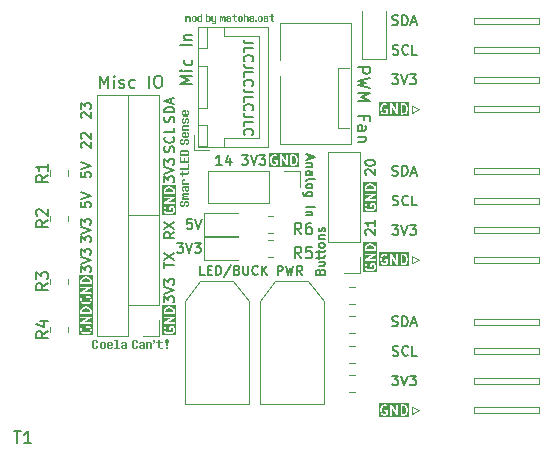
<source format=gbr>
%TF.GenerationSoftware,KiCad,Pcbnew,8.0.1*%
%TF.CreationDate,2024-09-10T20:33:54-04:00*%
%TF.ProjectId,SmartLED_Shield_Breakout,536d6172-744c-4454-945f-536869656c64,1.1*%
%TF.SameCoordinates,Original*%
%TF.FileFunction,Legend,Top*%
%TF.FilePolarity,Positive*%
%FSLAX46Y46*%
G04 Gerber Fmt 4.6, Leading zero omitted, Abs format (unit mm)*
G04 Created by KiCad (PCBNEW 8.0.1) date 2024-09-10 20:33:54*
%MOMM*%
%LPD*%
G01*
G04 APERTURE LIST*
%ADD10C,0.120000*%
%ADD11C,0.152400*%
%ADD12C,0.190500*%
%ADD13C,0.203200*%
%ADD14C,0.100000*%
%ADD15C,0.150000*%
G04 APERTURE END LIST*
D10*
X133890000Y-98270000D02*
X133890000Y-116110000D01*
X136430000Y-108490000D02*
X133890000Y-108490000D01*
D11*
X129986169Y-102768951D02*
X129946860Y-102729642D01*
X129946860Y-102729642D02*
X129907550Y-102651023D01*
X129907550Y-102651023D02*
X129907550Y-102454475D01*
X129907550Y-102454475D02*
X129946860Y-102375856D01*
X129946860Y-102375856D02*
X129986169Y-102336547D01*
X129986169Y-102336547D02*
X130064788Y-102297237D01*
X130064788Y-102297237D02*
X130143407Y-102297237D01*
X130143407Y-102297237D02*
X130261336Y-102336547D01*
X130261336Y-102336547D02*
X130733050Y-102808261D01*
X130733050Y-102808261D02*
X130733050Y-102297237D01*
X129986169Y-101982761D02*
X129946860Y-101943452D01*
X129946860Y-101943452D02*
X129907550Y-101864833D01*
X129907550Y-101864833D02*
X129907550Y-101668285D01*
X129907550Y-101668285D02*
X129946860Y-101589666D01*
X129946860Y-101589666D02*
X129986169Y-101550357D01*
X129986169Y-101550357D02*
X130064788Y-101511047D01*
X130064788Y-101511047D02*
X130143407Y-101511047D01*
X130143407Y-101511047D02*
X130261336Y-101550357D01*
X130261336Y-101550357D02*
X130733050Y-102022071D01*
X130733050Y-102022071D02*
X130733050Y-101511047D01*
X156265714Y-96548467D02*
X156776738Y-96548467D01*
X156776738Y-96548467D02*
X156501571Y-96862943D01*
X156501571Y-96862943D02*
X156619500Y-96862943D01*
X156619500Y-96862943D02*
X156698119Y-96902253D01*
X156698119Y-96902253D02*
X156737428Y-96941562D01*
X156737428Y-96941562D02*
X156776738Y-97020181D01*
X156776738Y-97020181D02*
X156776738Y-97216729D01*
X156776738Y-97216729D02*
X156737428Y-97295348D01*
X156737428Y-97295348D02*
X156698119Y-97334658D01*
X156698119Y-97334658D02*
X156619500Y-97373967D01*
X156619500Y-97373967D02*
X156383643Y-97373967D01*
X156383643Y-97373967D02*
X156305024Y-97334658D01*
X156305024Y-97334658D02*
X156265714Y-97295348D01*
X157012595Y-96548467D02*
X157287761Y-97373967D01*
X157287761Y-97373967D02*
X157562928Y-96548467D01*
X157759475Y-96548467D02*
X158270499Y-96548467D01*
X158270499Y-96548467D02*
X157995332Y-96862943D01*
X157995332Y-96862943D02*
X158113261Y-96862943D01*
X158113261Y-96862943D02*
X158191880Y-96902253D01*
X158191880Y-96902253D02*
X158231189Y-96941562D01*
X158231189Y-96941562D02*
X158270499Y-97020181D01*
X158270499Y-97020181D02*
X158270499Y-97216729D01*
X158270499Y-97216729D02*
X158231189Y-97295348D01*
X158231189Y-97295348D02*
X158191880Y-97334658D01*
X158191880Y-97334658D02*
X158113261Y-97373967D01*
X158113261Y-97373967D02*
X157877404Y-97373967D01*
X157877404Y-97373967D02*
X157798785Y-97334658D01*
X157798785Y-97334658D02*
X157759475Y-97295348D01*
X156305023Y-120334658D02*
X156422951Y-120373967D01*
X156422951Y-120373967D02*
X156619499Y-120373967D01*
X156619499Y-120373967D02*
X156698118Y-120334658D01*
X156698118Y-120334658D02*
X156737427Y-120295348D01*
X156737427Y-120295348D02*
X156776737Y-120216729D01*
X156776737Y-120216729D02*
X156776737Y-120138110D01*
X156776737Y-120138110D02*
X156737427Y-120059491D01*
X156737427Y-120059491D02*
X156698118Y-120020181D01*
X156698118Y-120020181D02*
X156619499Y-119980872D01*
X156619499Y-119980872D02*
X156462261Y-119941562D01*
X156462261Y-119941562D02*
X156383642Y-119902253D01*
X156383642Y-119902253D02*
X156344332Y-119862943D01*
X156344332Y-119862943D02*
X156305023Y-119784324D01*
X156305023Y-119784324D02*
X156305023Y-119705705D01*
X156305023Y-119705705D02*
X156344332Y-119627086D01*
X156344332Y-119627086D02*
X156383642Y-119587777D01*
X156383642Y-119587777D02*
X156462261Y-119548467D01*
X156462261Y-119548467D02*
X156658808Y-119548467D01*
X156658808Y-119548467D02*
X156776737Y-119587777D01*
X157602236Y-120295348D02*
X157562927Y-120334658D01*
X157562927Y-120334658D02*
X157444998Y-120373967D01*
X157444998Y-120373967D02*
X157366379Y-120373967D01*
X157366379Y-120373967D02*
X157248451Y-120334658D01*
X157248451Y-120334658D02*
X157169832Y-120256038D01*
X157169832Y-120256038D02*
X157130522Y-120177419D01*
X157130522Y-120177419D02*
X157091213Y-120020181D01*
X157091213Y-120020181D02*
X157091213Y-119902253D01*
X157091213Y-119902253D02*
X157130522Y-119745015D01*
X157130522Y-119745015D02*
X157169832Y-119666396D01*
X157169832Y-119666396D02*
X157248451Y-119587777D01*
X157248451Y-119587777D02*
X157366379Y-119548467D01*
X157366379Y-119548467D02*
X157444998Y-119548467D01*
X157444998Y-119548467D02*
X157562927Y-119587777D01*
X157562927Y-119587777D02*
X157602236Y-119627086D01*
X158349117Y-120373967D02*
X157956022Y-120373967D01*
X157956022Y-120373967D02*
X157956022Y-119548467D01*
X136969384Y-115862046D02*
X136969384Y-115351022D01*
X136969384Y-115351022D02*
X137283860Y-115626189D01*
X137283860Y-115626189D02*
X137283860Y-115508260D01*
X137283860Y-115508260D02*
X137323170Y-115429641D01*
X137323170Y-115429641D02*
X137362479Y-115390332D01*
X137362479Y-115390332D02*
X137441098Y-115351022D01*
X137441098Y-115351022D02*
X137637646Y-115351022D01*
X137637646Y-115351022D02*
X137716265Y-115390332D01*
X137716265Y-115390332D02*
X137755575Y-115429641D01*
X137755575Y-115429641D02*
X137794884Y-115508260D01*
X137794884Y-115508260D02*
X137794884Y-115744117D01*
X137794884Y-115744117D02*
X137755575Y-115822736D01*
X137755575Y-115822736D02*
X137716265Y-115862046D01*
X136969384Y-115115165D02*
X137794884Y-114839999D01*
X137794884Y-114839999D02*
X136969384Y-114564832D01*
X136969384Y-114368285D02*
X136969384Y-113857261D01*
X136969384Y-113857261D02*
X137283860Y-114132428D01*
X137283860Y-114132428D02*
X137283860Y-114014499D01*
X137283860Y-114014499D02*
X137323170Y-113935880D01*
X137323170Y-113935880D02*
X137362479Y-113896571D01*
X137362479Y-113896571D02*
X137441098Y-113857261D01*
X137441098Y-113857261D02*
X137637646Y-113857261D01*
X137637646Y-113857261D02*
X137716265Y-113896571D01*
X137716265Y-113896571D02*
X137755575Y-113935880D01*
X137755575Y-113935880D02*
X137794884Y-114014499D01*
X137794884Y-114014499D02*
X137794884Y-114250356D01*
X137794884Y-114250356D02*
X137755575Y-114328975D01*
X137755575Y-114328975D02*
X137716265Y-114368285D01*
G36*
X147983918Y-103487853D02*
G01*
X148041141Y-103543762D01*
X148071329Y-103602045D01*
X148107515Y-103741866D01*
X148108613Y-103841455D01*
X148074945Y-103981029D01*
X148044585Y-104043974D01*
X147987254Y-104102653D01*
X147899564Y-104132911D01*
X147788020Y-104133684D01*
X147786845Y-103459231D01*
X147892667Y-103458498D01*
X147983918Y-103487853D01*
G37*
G36*
X148351588Y-104376972D02*
G01*
X145814411Y-104376972D01*
X145814411Y-103737336D01*
X145906133Y-103737336D01*
X145907387Y-103851141D01*
X145906223Y-103858968D01*
X145907574Y-103868109D01*
X145907597Y-103870130D01*
X145908026Y-103871167D01*
X145908408Y-103873745D01*
X145947625Y-104025276D01*
X145948148Y-104032629D01*
X145952411Y-104043770D01*
X145952743Y-104045050D01*
X145953070Y-104045492D01*
X145953487Y-104046580D01*
X145994042Y-104124880D01*
X145997594Y-104133455D01*
X146000004Y-104136392D01*
X146000755Y-104137841D01*
X146002275Y-104139159D01*
X146007070Y-104145002D01*
X146078578Y-104214869D01*
X146079374Y-104216461D01*
X146086793Y-104222895D01*
X146097236Y-104233099D01*
X146099765Y-104234146D01*
X146101834Y-104235941D01*
X146115475Y-104242031D01*
X146233442Y-104279979D01*
X146242633Y-104283786D01*
X146246443Y-104284161D01*
X146247969Y-104284652D01*
X146249977Y-104284509D01*
X146257499Y-104285250D01*
X146336627Y-104284010D01*
X146345648Y-104284652D01*
X146349343Y-104283811D01*
X146350984Y-104283786D01*
X146352842Y-104283016D01*
X146360214Y-104281340D01*
X146467048Y-104244476D01*
X146468914Y-104244476D01*
X146478222Y-104240620D01*
X146491784Y-104235941D01*
X146493853Y-104234146D01*
X146496382Y-104233099D01*
X146507929Y-104223622D01*
X146556715Y-104172765D01*
X146568092Y-104145296D01*
X146569556Y-104130431D01*
X146568092Y-103840398D01*
X146556714Y-103812930D01*
X146535690Y-103791906D01*
X146508222Y-103780528D01*
X146493356Y-103779064D01*
X146321252Y-103780528D01*
X146293784Y-103791906D01*
X146272760Y-103812930D01*
X146261382Y-103840398D01*
X146261382Y-103870130D01*
X146272760Y-103897598D01*
X146293784Y-103918622D01*
X146321252Y-103930000D01*
X146336118Y-103931464D01*
X146417537Y-103930771D01*
X146418383Y-104098535D01*
X146414215Y-104102880D01*
X146326946Y-104132993D01*
X146272535Y-104133845D01*
X146182079Y-104104747D01*
X146124857Y-104048838D01*
X146094669Y-103990554D01*
X146058483Y-103850733D01*
X146057385Y-103751144D01*
X146091053Y-103611570D01*
X146121412Y-103548627D01*
X146178745Y-103489947D01*
X146266545Y-103459650D01*
X146355783Y-103458666D01*
X146433920Y-103496354D01*
X146463577Y-103498462D01*
X146491783Y-103489059D01*
X146514244Y-103469580D01*
X146527541Y-103442987D01*
X146529649Y-103413330D01*
X146520246Y-103385124D01*
X146518881Y-103383550D01*
X146770942Y-103383550D01*
X146772406Y-104223916D01*
X146783784Y-104251384D01*
X146804808Y-104272408D01*
X146832276Y-104283786D01*
X146862008Y-104283786D01*
X146889476Y-104272408D01*
X146910500Y-104251384D01*
X146921878Y-104223916D01*
X146923342Y-104209050D01*
X146922399Y-103667967D01*
X147251709Y-104242238D01*
X147255498Y-104251384D01*
X147258911Y-104254797D01*
X147261342Y-104259036D01*
X147269356Y-104265242D01*
X147276522Y-104272408D01*
X147281010Y-104274267D01*
X147284849Y-104277240D01*
X147294620Y-104279904D01*
X147303990Y-104283786D01*
X147308852Y-104283786D01*
X147313534Y-104285063D01*
X147323580Y-104283786D01*
X147333722Y-104283786D01*
X147338211Y-104281926D01*
X147343028Y-104281314D01*
X147351825Y-104276287D01*
X147361190Y-104272408D01*
X147364624Y-104268973D01*
X147368843Y-104266563D01*
X147375047Y-104258550D01*
X147382214Y-104251384D01*
X147384073Y-104246894D01*
X147387046Y-104243056D01*
X147389710Y-104233286D01*
X147393592Y-104223916D01*
X147394341Y-104216306D01*
X147394869Y-104214372D01*
X147394679Y-104212877D01*
X147395056Y-104209050D01*
X147393618Y-103383550D01*
X147635752Y-103383550D01*
X147637216Y-104223916D01*
X147648594Y-104251384D01*
X147669618Y-104272408D01*
X147697086Y-104283786D01*
X147711952Y-104285250D01*
X147907402Y-104283896D01*
X147918030Y-104284652D01*
X147921790Y-104283796D01*
X147923366Y-104283786D01*
X147925224Y-104283016D01*
X147932596Y-104281340D01*
X148039429Y-104244476D01*
X148041295Y-104244476D01*
X148050603Y-104240620D01*
X148064165Y-104235941D01*
X148066234Y-104234146D01*
X148068763Y-104233099D01*
X148080310Y-104223622D01*
X148157887Y-104144221D01*
X148165244Y-104137841D01*
X148167278Y-104134608D01*
X148168406Y-104133455D01*
X148169177Y-104131592D01*
X148173202Y-104125199D01*
X148209256Y-104050447D01*
X148213256Y-104045050D01*
X148217244Y-104033885D01*
X148217851Y-104032629D01*
X148217890Y-104032080D01*
X148218282Y-104030983D01*
X148255245Y-103877751D01*
X148258402Y-103870130D01*
X148259311Y-103860892D01*
X148259776Y-103858968D01*
X148259610Y-103857856D01*
X148259866Y-103855264D01*
X148258611Y-103741458D01*
X148259776Y-103733632D01*
X148258424Y-103724490D01*
X148258402Y-103722470D01*
X148257972Y-103721432D01*
X148257591Y-103718855D01*
X148218373Y-103567323D01*
X148217851Y-103559971D01*
X148213587Y-103548829D01*
X148213256Y-103547550D01*
X148212928Y-103547107D01*
X148212512Y-103546020D01*
X148171956Y-103467719D01*
X148168405Y-103459144D01*
X148165993Y-103456205D01*
X148165244Y-103454759D01*
X148163724Y-103453441D01*
X148158928Y-103447597D01*
X148087420Y-103377731D01*
X148086625Y-103376141D01*
X148079205Y-103369705D01*
X148068762Y-103359502D01*
X148066234Y-103358455D01*
X148064165Y-103356660D01*
X148050525Y-103350570D01*
X147932553Y-103312619D01*
X147923366Y-103308814D01*
X147919556Y-103308438D01*
X147918031Y-103307948D01*
X147916022Y-103308090D01*
X147908500Y-103307350D01*
X147697086Y-103308814D01*
X147669618Y-103320192D01*
X147648594Y-103341216D01*
X147637216Y-103368684D01*
X147635752Y-103383550D01*
X147393618Y-103383550D01*
X147393592Y-103368684D01*
X147382214Y-103341216D01*
X147361190Y-103320192D01*
X147333722Y-103308814D01*
X147303990Y-103308814D01*
X147276522Y-103320192D01*
X147255498Y-103341216D01*
X147244120Y-103368684D01*
X147242656Y-103383550D01*
X147243598Y-103924632D01*
X146914289Y-103350363D01*
X146910500Y-103341216D01*
X146907085Y-103337801D01*
X146904655Y-103333563D01*
X146896639Y-103327355D01*
X146889476Y-103320192D01*
X146884990Y-103318333D01*
X146881149Y-103315359D01*
X146871370Y-103312692D01*
X146862008Y-103308814D01*
X146857150Y-103308814D01*
X146852464Y-103307536D01*
X146842410Y-103308814D01*
X146832276Y-103308814D01*
X146827789Y-103310672D01*
X146822970Y-103311285D01*
X146814168Y-103316314D01*
X146804808Y-103320192D01*
X146801373Y-103323626D01*
X146797155Y-103326037D01*
X146790947Y-103334052D01*
X146783784Y-103341216D01*
X146781925Y-103345701D01*
X146778951Y-103349543D01*
X146776284Y-103359321D01*
X146772406Y-103368684D01*
X146771657Y-103376287D01*
X146771128Y-103378228D01*
X146771318Y-103379726D01*
X146770942Y-103383550D01*
X146518881Y-103383550D01*
X146500767Y-103362663D01*
X146488125Y-103354705D01*
X146418872Y-103321302D01*
X146417762Y-103320192D01*
X146409317Y-103316694D01*
X146395555Y-103310056D01*
X146392823Y-103309861D01*
X146390294Y-103308814D01*
X146375428Y-103307350D01*
X146257798Y-103308646D01*
X146247968Y-103307948D01*
X146244238Y-103308796D01*
X146242633Y-103308814D01*
X146240772Y-103309584D01*
X146233402Y-103311261D01*
X146126569Y-103348125D01*
X146124705Y-103348125D01*
X146115400Y-103351978D01*
X146101834Y-103356660D01*
X146099765Y-103358454D01*
X146097236Y-103359502D01*
X146085689Y-103368979D01*
X146008118Y-103448373D01*
X146000755Y-103454759D01*
X145998718Y-103457993D01*
X145997594Y-103459145D01*
X145996824Y-103461003D01*
X145992797Y-103467401D01*
X145956742Y-103542152D01*
X145952743Y-103547550D01*
X145948754Y-103558714D01*
X145948148Y-103559971D01*
X145948108Y-103560519D01*
X145947717Y-103561617D01*
X145910753Y-103714848D01*
X145907597Y-103722470D01*
X145906687Y-103731707D01*
X145906223Y-103733632D01*
X145906388Y-103734743D01*
X145906133Y-103737336D01*
X145814411Y-103737336D01*
X145814411Y-103215628D01*
X148351588Y-103215628D01*
X148351588Y-104376972D01*
G37*
X156265714Y-92334658D02*
X156383642Y-92373967D01*
X156383642Y-92373967D02*
X156580190Y-92373967D01*
X156580190Y-92373967D02*
X156658809Y-92334658D01*
X156658809Y-92334658D02*
X156698118Y-92295348D01*
X156698118Y-92295348D02*
X156737428Y-92216729D01*
X156737428Y-92216729D02*
X156737428Y-92138110D01*
X156737428Y-92138110D02*
X156698118Y-92059491D01*
X156698118Y-92059491D02*
X156658809Y-92020181D01*
X156658809Y-92020181D02*
X156580190Y-91980872D01*
X156580190Y-91980872D02*
X156422952Y-91941562D01*
X156422952Y-91941562D02*
X156344333Y-91902253D01*
X156344333Y-91902253D02*
X156305023Y-91862943D01*
X156305023Y-91862943D02*
X156265714Y-91784324D01*
X156265714Y-91784324D02*
X156265714Y-91705705D01*
X156265714Y-91705705D02*
X156305023Y-91627086D01*
X156305023Y-91627086D02*
X156344333Y-91587777D01*
X156344333Y-91587777D02*
X156422952Y-91548467D01*
X156422952Y-91548467D02*
X156619499Y-91548467D01*
X156619499Y-91548467D02*
X156737428Y-91587777D01*
X157091213Y-92373967D02*
X157091213Y-91548467D01*
X157091213Y-91548467D02*
X157287761Y-91548467D01*
X157287761Y-91548467D02*
X157405689Y-91587777D01*
X157405689Y-91587777D02*
X157484308Y-91666396D01*
X157484308Y-91666396D02*
X157523618Y-91745015D01*
X157523618Y-91745015D02*
X157562927Y-91902253D01*
X157562927Y-91902253D02*
X157562927Y-92020181D01*
X157562927Y-92020181D02*
X157523618Y-92177419D01*
X157523618Y-92177419D02*
X157484308Y-92256038D01*
X157484308Y-92256038D02*
X157405689Y-92334658D01*
X157405689Y-92334658D02*
X157287761Y-92373967D01*
X157287761Y-92373967D02*
X157091213Y-92373967D01*
X157877404Y-92138110D02*
X158270499Y-92138110D01*
X157798785Y-92373967D02*
X158073951Y-91548467D01*
X158073951Y-91548467D02*
X158349118Y-92373967D01*
X129907550Y-110782046D02*
X129907550Y-110271022D01*
X129907550Y-110271022D02*
X130222026Y-110546189D01*
X130222026Y-110546189D02*
X130222026Y-110428260D01*
X130222026Y-110428260D02*
X130261336Y-110349641D01*
X130261336Y-110349641D02*
X130300645Y-110310332D01*
X130300645Y-110310332D02*
X130379264Y-110271022D01*
X130379264Y-110271022D02*
X130575812Y-110271022D01*
X130575812Y-110271022D02*
X130654431Y-110310332D01*
X130654431Y-110310332D02*
X130693741Y-110349641D01*
X130693741Y-110349641D02*
X130733050Y-110428260D01*
X130733050Y-110428260D02*
X130733050Y-110664117D01*
X130733050Y-110664117D02*
X130693741Y-110742736D01*
X130693741Y-110742736D02*
X130654431Y-110782046D01*
X129907550Y-110035165D02*
X130733050Y-109759999D01*
X130733050Y-109759999D02*
X129907550Y-109484832D01*
X129907550Y-109288285D02*
X129907550Y-108777261D01*
X129907550Y-108777261D02*
X130222026Y-109052428D01*
X130222026Y-109052428D02*
X130222026Y-108934499D01*
X130222026Y-108934499D02*
X130261336Y-108855880D01*
X130261336Y-108855880D02*
X130300645Y-108816571D01*
X130300645Y-108816571D02*
X130379264Y-108777261D01*
X130379264Y-108777261D02*
X130575812Y-108777261D01*
X130575812Y-108777261D02*
X130654431Y-108816571D01*
X130654431Y-108816571D02*
X130693741Y-108855880D01*
X130693741Y-108855880D02*
X130733050Y-108934499D01*
X130733050Y-108934499D02*
X130733050Y-109170356D01*
X130733050Y-109170356D02*
X130693741Y-109248975D01*
X130693741Y-109248975D02*
X130654431Y-109288285D01*
X129907550Y-104837237D02*
X129907550Y-105230332D01*
X129907550Y-105230332D02*
X130300645Y-105269641D01*
X130300645Y-105269641D02*
X130261336Y-105230332D01*
X130261336Y-105230332D02*
X130222026Y-105151713D01*
X130222026Y-105151713D02*
X130222026Y-104955165D01*
X130222026Y-104955165D02*
X130261336Y-104876546D01*
X130261336Y-104876546D02*
X130300645Y-104837237D01*
X130300645Y-104837237D02*
X130379264Y-104797927D01*
X130379264Y-104797927D02*
X130575812Y-104797927D01*
X130575812Y-104797927D02*
X130654431Y-104837237D01*
X130654431Y-104837237D02*
X130693741Y-104876546D01*
X130693741Y-104876546D02*
X130733050Y-104955165D01*
X130733050Y-104955165D02*
X130733050Y-105151713D01*
X130733050Y-105151713D02*
X130693741Y-105230332D01*
X130693741Y-105230332D02*
X130654431Y-105269641D01*
X129907550Y-104562070D02*
X130733050Y-104286904D01*
X130733050Y-104286904D02*
X129907550Y-104011737D01*
X137755575Y-103122737D02*
X137794884Y-103004809D01*
X137794884Y-103004809D02*
X137794884Y-102808261D01*
X137794884Y-102808261D02*
X137755575Y-102729642D01*
X137755575Y-102729642D02*
X137716265Y-102690333D01*
X137716265Y-102690333D02*
X137637646Y-102651023D01*
X137637646Y-102651023D02*
X137559027Y-102651023D01*
X137559027Y-102651023D02*
X137480408Y-102690333D01*
X137480408Y-102690333D02*
X137441098Y-102729642D01*
X137441098Y-102729642D02*
X137401789Y-102808261D01*
X137401789Y-102808261D02*
X137362479Y-102965499D01*
X137362479Y-102965499D02*
X137323170Y-103044118D01*
X137323170Y-103044118D02*
X137283860Y-103083428D01*
X137283860Y-103083428D02*
X137205241Y-103122737D01*
X137205241Y-103122737D02*
X137126622Y-103122737D01*
X137126622Y-103122737D02*
X137048003Y-103083428D01*
X137048003Y-103083428D02*
X137008694Y-103044118D01*
X137008694Y-103044118D02*
X136969384Y-102965499D01*
X136969384Y-102965499D02*
X136969384Y-102768952D01*
X136969384Y-102768952D02*
X137008694Y-102651023D01*
X137716265Y-101825524D02*
X137755575Y-101864833D01*
X137755575Y-101864833D02*
X137794884Y-101982762D01*
X137794884Y-101982762D02*
X137794884Y-102061381D01*
X137794884Y-102061381D02*
X137755575Y-102179309D01*
X137755575Y-102179309D02*
X137676955Y-102257928D01*
X137676955Y-102257928D02*
X137598336Y-102297238D01*
X137598336Y-102297238D02*
X137441098Y-102336547D01*
X137441098Y-102336547D02*
X137323170Y-102336547D01*
X137323170Y-102336547D02*
X137165932Y-102297238D01*
X137165932Y-102297238D02*
X137087313Y-102257928D01*
X137087313Y-102257928D02*
X137008694Y-102179309D01*
X137008694Y-102179309D02*
X136969384Y-102061381D01*
X136969384Y-102061381D02*
X136969384Y-101982762D01*
X136969384Y-101982762D02*
X137008694Y-101864833D01*
X137008694Y-101864833D02*
X137048003Y-101825524D01*
X137794884Y-101078643D02*
X137794884Y-101471738D01*
X137794884Y-101471738D02*
X136969384Y-101471738D01*
X156265714Y-122048467D02*
X156776738Y-122048467D01*
X156776738Y-122048467D02*
X156501571Y-122362943D01*
X156501571Y-122362943D02*
X156619500Y-122362943D01*
X156619500Y-122362943D02*
X156698119Y-122402253D01*
X156698119Y-122402253D02*
X156737428Y-122441562D01*
X156737428Y-122441562D02*
X156776738Y-122520181D01*
X156776738Y-122520181D02*
X156776738Y-122716729D01*
X156776738Y-122716729D02*
X156737428Y-122795348D01*
X156737428Y-122795348D02*
X156698119Y-122834658D01*
X156698119Y-122834658D02*
X156619500Y-122873967D01*
X156619500Y-122873967D02*
X156383643Y-122873967D01*
X156383643Y-122873967D02*
X156305024Y-122834658D01*
X156305024Y-122834658D02*
X156265714Y-122795348D01*
X157012595Y-122048467D02*
X157287761Y-122873967D01*
X157287761Y-122873967D02*
X157562928Y-122048467D01*
X157759475Y-122048467D02*
X158270499Y-122048467D01*
X158270499Y-122048467D02*
X157995332Y-122362943D01*
X157995332Y-122362943D02*
X158113261Y-122362943D01*
X158113261Y-122362943D02*
X158191880Y-122402253D01*
X158191880Y-122402253D02*
X158231189Y-122441562D01*
X158231189Y-122441562D02*
X158270499Y-122520181D01*
X158270499Y-122520181D02*
X158270499Y-122716729D01*
X158270499Y-122716729D02*
X158231189Y-122795348D01*
X158231189Y-122795348D02*
X158191880Y-122834658D01*
X158191880Y-122834658D02*
X158113261Y-122873967D01*
X158113261Y-122873967D02*
X157877404Y-122873967D01*
X157877404Y-122873967D02*
X157798785Y-122834658D01*
X157798785Y-122834658D02*
X157759475Y-122795348D01*
X141845762Y-104209050D02*
X141374048Y-104209050D01*
X141609905Y-104209050D02*
X141609905Y-103383550D01*
X141609905Y-103383550D02*
X141531286Y-103501479D01*
X141531286Y-103501479D02*
X141452667Y-103580098D01*
X141452667Y-103580098D02*
X141374048Y-103619407D01*
X142553333Y-103658717D02*
X142553333Y-104209050D01*
X142356785Y-103344241D02*
X142160238Y-103933883D01*
X142160238Y-103933883D02*
X142671261Y-103933883D01*
D12*
X149196874Y-103373713D02*
X149196874Y-103736571D01*
X148979160Y-103301142D02*
X149741160Y-103555142D01*
X149741160Y-103555142D02*
X148979160Y-103809142D01*
X149487160Y-104063142D02*
X148979160Y-104063142D01*
X149414588Y-104063142D02*
X149450874Y-104099428D01*
X149450874Y-104099428D02*
X149487160Y-104171999D01*
X149487160Y-104171999D02*
X149487160Y-104280856D01*
X149487160Y-104280856D02*
X149450874Y-104353428D01*
X149450874Y-104353428D02*
X149378303Y-104389714D01*
X149378303Y-104389714D02*
X148979160Y-104389714D01*
X148979160Y-105079143D02*
X149378303Y-105079143D01*
X149378303Y-105079143D02*
X149450874Y-105042857D01*
X149450874Y-105042857D02*
X149487160Y-104970285D01*
X149487160Y-104970285D02*
X149487160Y-104825143D01*
X149487160Y-104825143D02*
X149450874Y-104752571D01*
X149015446Y-105079143D02*
X148979160Y-105006571D01*
X148979160Y-105006571D02*
X148979160Y-104825143D01*
X148979160Y-104825143D02*
X149015446Y-104752571D01*
X149015446Y-104752571D02*
X149088017Y-104716285D01*
X149088017Y-104716285D02*
X149160588Y-104716285D01*
X149160588Y-104716285D02*
X149233160Y-104752571D01*
X149233160Y-104752571D02*
X149269446Y-104825143D01*
X149269446Y-104825143D02*
X149269446Y-105006571D01*
X149269446Y-105006571D02*
X149305731Y-105079143D01*
X148979160Y-105550857D02*
X149015446Y-105478286D01*
X149015446Y-105478286D02*
X149088017Y-105442000D01*
X149088017Y-105442000D02*
X149741160Y-105442000D01*
X148979160Y-105950000D02*
X149015446Y-105877429D01*
X149015446Y-105877429D02*
X149051731Y-105841143D01*
X149051731Y-105841143D02*
X149124303Y-105804857D01*
X149124303Y-105804857D02*
X149342017Y-105804857D01*
X149342017Y-105804857D02*
X149414588Y-105841143D01*
X149414588Y-105841143D02*
X149450874Y-105877429D01*
X149450874Y-105877429D02*
X149487160Y-105950000D01*
X149487160Y-105950000D02*
X149487160Y-106058857D01*
X149487160Y-106058857D02*
X149450874Y-106131429D01*
X149450874Y-106131429D02*
X149414588Y-106167715D01*
X149414588Y-106167715D02*
X149342017Y-106204000D01*
X149342017Y-106204000D02*
X149124303Y-106204000D01*
X149124303Y-106204000D02*
X149051731Y-106167715D01*
X149051731Y-106167715D02*
X149015446Y-106131429D01*
X149015446Y-106131429D02*
X148979160Y-106058857D01*
X148979160Y-106058857D02*
X148979160Y-105950000D01*
X149487160Y-106857144D02*
X148870303Y-106857144D01*
X148870303Y-106857144D02*
X148797731Y-106820858D01*
X148797731Y-106820858D02*
X148761446Y-106784572D01*
X148761446Y-106784572D02*
X148725160Y-106712001D01*
X148725160Y-106712001D02*
X148725160Y-106603144D01*
X148725160Y-106603144D02*
X148761446Y-106530572D01*
X149015446Y-106857144D02*
X148979160Y-106784572D01*
X148979160Y-106784572D02*
X148979160Y-106639429D01*
X148979160Y-106639429D02*
X149015446Y-106566858D01*
X149015446Y-106566858D02*
X149051731Y-106530572D01*
X149051731Y-106530572D02*
X149124303Y-106494286D01*
X149124303Y-106494286D02*
X149342017Y-106494286D01*
X149342017Y-106494286D02*
X149414588Y-106530572D01*
X149414588Y-106530572D02*
X149450874Y-106566858D01*
X149450874Y-106566858D02*
X149487160Y-106639429D01*
X149487160Y-106639429D02*
X149487160Y-106784572D01*
X149487160Y-106784572D02*
X149450874Y-106857144D01*
X148979160Y-107800572D02*
X149741160Y-107800572D01*
X149487160Y-108163429D02*
X148979160Y-108163429D01*
X149414588Y-108163429D02*
X149450874Y-108199715D01*
X149450874Y-108199715D02*
X149487160Y-108272286D01*
X149487160Y-108272286D02*
X149487160Y-108381143D01*
X149487160Y-108381143D02*
X149450874Y-108453715D01*
X149450874Y-108453715D02*
X149378303Y-108490001D01*
X149378303Y-108490001D02*
X148979160Y-108490001D01*
D11*
X156265714Y-109308467D02*
X156776738Y-109308467D01*
X156776738Y-109308467D02*
X156501571Y-109622943D01*
X156501571Y-109622943D02*
X156619500Y-109622943D01*
X156619500Y-109622943D02*
X156698119Y-109662253D01*
X156698119Y-109662253D02*
X156737428Y-109701562D01*
X156737428Y-109701562D02*
X156776738Y-109780181D01*
X156776738Y-109780181D02*
X156776738Y-109976729D01*
X156776738Y-109976729D02*
X156737428Y-110055348D01*
X156737428Y-110055348D02*
X156698119Y-110094658D01*
X156698119Y-110094658D02*
X156619500Y-110133967D01*
X156619500Y-110133967D02*
X156383643Y-110133967D01*
X156383643Y-110133967D02*
X156305024Y-110094658D01*
X156305024Y-110094658D02*
X156265714Y-110055348D01*
X157012595Y-109308467D02*
X157287761Y-110133967D01*
X157287761Y-110133967D02*
X157562928Y-109308467D01*
X157759475Y-109308467D02*
X158270499Y-109308467D01*
X158270499Y-109308467D02*
X157995332Y-109622943D01*
X157995332Y-109622943D02*
X158113261Y-109622943D01*
X158113261Y-109622943D02*
X158191880Y-109662253D01*
X158191880Y-109662253D02*
X158231189Y-109701562D01*
X158231189Y-109701562D02*
X158270499Y-109780181D01*
X158270499Y-109780181D02*
X158270499Y-109976729D01*
X158270499Y-109976729D02*
X158231189Y-110055348D01*
X158231189Y-110055348D02*
X158191880Y-110094658D01*
X158191880Y-110094658D02*
X158113261Y-110133967D01*
X158113261Y-110133967D02*
X157877404Y-110133967D01*
X157877404Y-110133967D02*
X157798785Y-110094658D01*
X157798785Y-110094658D02*
X157759475Y-110055348D01*
G36*
X130505029Y-116388053D02*
G01*
X130567974Y-116418413D01*
X130626653Y-116475745D01*
X130656911Y-116563434D01*
X130657684Y-116674978D01*
X129983231Y-116676153D01*
X129982498Y-116570331D01*
X130011853Y-116479080D01*
X130067762Y-116421857D01*
X130126045Y-116391669D01*
X130265866Y-116355483D01*
X130365455Y-116354385D01*
X130505029Y-116388053D01*
G37*
G36*
X130900972Y-118648588D02*
G01*
X129739628Y-118648588D01*
X129739628Y-118087571D01*
X129831350Y-118087571D01*
X129832646Y-118205199D01*
X129831948Y-118215031D01*
X129832796Y-118218761D01*
X129832814Y-118220366D01*
X129833583Y-118222223D01*
X129835260Y-118229597D01*
X129872124Y-118336427D01*
X129872124Y-118338294D01*
X129875980Y-118347604D01*
X129880660Y-118361165D01*
X129882455Y-118363234D01*
X129883502Y-118365762D01*
X129892978Y-118377310D01*
X129972378Y-118454887D01*
X129978759Y-118462244D01*
X129981991Y-118464278D01*
X129983144Y-118465405D01*
X129985004Y-118466175D01*
X129991401Y-118470202D01*
X130066152Y-118506256D01*
X130071550Y-118510256D01*
X130082714Y-118514244D01*
X130083971Y-118514851D01*
X130084519Y-118514890D01*
X130085617Y-118515282D01*
X130238848Y-118552245D01*
X130246470Y-118555402D01*
X130255707Y-118556311D01*
X130257632Y-118556776D01*
X130258743Y-118556610D01*
X130261336Y-118556866D01*
X130375141Y-118555611D01*
X130382968Y-118556776D01*
X130392109Y-118555424D01*
X130394130Y-118555402D01*
X130395167Y-118554972D01*
X130397745Y-118554591D01*
X130549276Y-118515373D01*
X130556629Y-118514851D01*
X130567770Y-118510587D01*
X130569050Y-118510256D01*
X130569492Y-118509928D01*
X130570580Y-118509512D01*
X130648880Y-118468956D01*
X130657455Y-118465405D01*
X130660392Y-118462994D01*
X130661841Y-118462244D01*
X130663159Y-118460723D01*
X130669002Y-118455929D01*
X130738869Y-118384420D01*
X130740461Y-118383625D01*
X130746895Y-118376205D01*
X130757099Y-118365763D01*
X130758146Y-118363233D01*
X130759941Y-118361165D01*
X130766031Y-118347524D01*
X130803979Y-118229556D01*
X130807786Y-118220366D01*
X130808161Y-118216555D01*
X130808652Y-118215030D01*
X130808509Y-118213021D01*
X130809250Y-118205500D01*
X130808010Y-118126371D01*
X130808652Y-118117351D01*
X130807811Y-118113655D01*
X130807786Y-118112015D01*
X130807016Y-118110156D01*
X130805340Y-118102785D01*
X130768476Y-117995951D01*
X130768476Y-117994085D01*
X130764618Y-117984771D01*
X130759941Y-117971216D01*
X130758147Y-117969147D01*
X130757099Y-117966617D01*
X130747622Y-117955070D01*
X130696765Y-117906284D01*
X130677341Y-117898239D01*
X130669297Y-117894907D01*
X130654431Y-117893443D01*
X130364398Y-117894907D01*
X130336930Y-117906285D01*
X130315906Y-117927309D01*
X130304528Y-117954777D01*
X130303064Y-117969643D01*
X130304528Y-118141747D01*
X130315906Y-118169215D01*
X130336930Y-118190239D01*
X130364398Y-118201617D01*
X130394130Y-118201617D01*
X130421598Y-118190239D01*
X130442622Y-118169215D01*
X130454000Y-118141747D01*
X130455464Y-118126881D01*
X130454771Y-118045461D01*
X130622535Y-118044615D01*
X130626880Y-118048783D01*
X130656993Y-118136053D01*
X130657845Y-118190463D01*
X130628747Y-118280919D01*
X130572838Y-118338141D01*
X130514554Y-118368329D01*
X130374733Y-118404515D01*
X130275144Y-118405613D01*
X130135570Y-118371945D01*
X130072625Y-118341585D01*
X130013946Y-118284253D01*
X129983650Y-118196454D01*
X129982666Y-118107215D01*
X130020354Y-118029079D01*
X130022462Y-117999422D01*
X130013059Y-117971216D01*
X129993580Y-117948755D01*
X129966987Y-117935458D01*
X129937330Y-117933350D01*
X129909124Y-117942753D01*
X129886663Y-117962232D01*
X129878705Y-117974874D01*
X129845302Y-118044126D01*
X129844192Y-118045237D01*
X129840694Y-118053681D01*
X129834056Y-118067444D01*
X129833861Y-118070175D01*
X129832814Y-118072705D01*
X129831350Y-118087571D01*
X129739628Y-118087571D01*
X129739628Y-117610535D01*
X129831536Y-117610535D01*
X129832814Y-117620589D01*
X129832814Y-117630723D01*
X129834672Y-117635209D01*
X129835285Y-117640029D01*
X129840314Y-117648830D01*
X129844192Y-117658191D01*
X129847626Y-117661625D01*
X129850037Y-117665844D01*
X129858052Y-117672051D01*
X129865216Y-117679215D01*
X129869701Y-117681073D01*
X129873543Y-117684048D01*
X129883321Y-117686714D01*
X129892684Y-117690593D01*
X129900287Y-117691341D01*
X129902228Y-117691871D01*
X129903726Y-117691680D01*
X129907550Y-117692057D01*
X130747916Y-117690593D01*
X130775384Y-117679215D01*
X130796408Y-117658191D01*
X130807786Y-117630723D01*
X130807786Y-117600991D01*
X130796408Y-117573523D01*
X130775384Y-117552499D01*
X130747916Y-117541121D01*
X130733050Y-117539657D01*
X130191967Y-117540599D01*
X130766238Y-117211289D01*
X130775384Y-117207501D01*
X130778797Y-117204087D01*
X130783036Y-117201657D01*
X130789242Y-117193642D01*
X130796408Y-117186477D01*
X130798267Y-117181988D01*
X130801240Y-117178150D01*
X130803904Y-117168378D01*
X130807786Y-117159009D01*
X130807786Y-117154147D01*
X130809063Y-117149465D01*
X130807786Y-117139418D01*
X130807786Y-117129277D01*
X130805926Y-117124787D01*
X130805314Y-117119971D01*
X130800287Y-117111173D01*
X130796408Y-117101809D01*
X130792973Y-117098374D01*
X130790563Y-117094156D01*
X130782550Y-117087951D01*
X130775384Y-117080785D01*
X130770894Y-117078925D01*
X130767056Y-117075953D01*
X130757286Y-117073288D01*
X130747916Y-117069407D01*
X130740306Y-117068657D01*
X130738372Y-117068130D01*
X130736877Y-117068319D01*
X130733050Y-117067943D01*
X129892684Y-117069407D01*
X129865216Y-117080785D01*
X129844192Y-117101809D01*
X129832814Y-117129277D01*
X129832814Y-117159009D01*
X129844192Y-117186477D01*
X129865216Y-117207501D01*
X129892684Y-117218879D01*
X129907550Y-117220343D01*
X130448632Y-117219400D01*
X129874363Y-117548709D01*
X129865216Y-117552499D01*
X129861801Y-117555913D01*
X129857563Y-117558344D01*
X129851355Y-117566359D01*
X129844192Y-117573523D01*
X129842333Y-117578008D01*
X129839359Y-117581850D01*
X129836692Y-117591628D01*
X129832814Y-117600991D01*
X129832814Y-117605848D01*
X129831536Y-117610535D01*
X129739628Y-117610535D01*
X129739628Y-116554499D01*
X129831350Y-116554499D01*
X129832814Y-116765913D01*
X129844192Y-116793381D01*
X129865216Y-116814405D01*
X129892684Y-116825783D01*
X129907550Y-116827247D01*
X130747916Y-116825783D01*
X130775384Y-116814405D01*
X130796408Y-116793381D01*
X130807786Y-116765913D01*
X130809250Y-116751047D01*
X130807896Y-116555596D01*
X130808652Y-116544969D01*
X130807796Y-116541208D01*
X130807786Y-116539633D01*
X130807016Y-116537774D01*
X130805340Y-116530403D01*
X130768477Y-116423571D01*
X130768477Y-116421704D01*
X130764617Y-116412386D01*
X130759941Y-116398834D01*
X130758146Y-116396765D01*
X130757099Y-116394236D01*
X130747622Y-116382689D01*
X130668226Y-116305117D01*
X130661841Y-116297755D01*
X130658606Y-116295718D01*
X130657455Y-116294594D01*
X130655596Y-116293824D01*
X130649199Y-116289797D01*
X130574447Y-116253742D01*
X130569050Y-116249743D01*
X130557885Y-116245754D01*
X130556629Y-116245148D01*
X130556080Y-116245108D01*
X130554983Y-116244717D01*
X130401751Y-116207753D01*
X130394130Y-116204597D01*
X130384892Y-116203687D01*
X130382968Y-116203223D01*
X130381856Y-116203388D01*
X130379264Y-116203133D01*
X130265458Y-116204387D01*
X130257632Y-116203223D01*
X130248490Y-116204574D01*
X130246470Y-116204597D01*
X130245432Y-116205026D01*
X130242855Y-116205408D01*
X130091323Y-116244625D01*
X130083971Y-116245148D01*
X130072829Y-116249411D01*
X130071550Y-116249743D01*
X130071107Y-116250070D01*
X130070020Y-116250487D01*
X129991719Y-116291042D01*
X129983144Y-116294594D01*
X129980205Y-116297005D01*
X129978759Y-116297755D01*
X129977441Y-116299274D01*
X129971597Y-116304071D01*
X129901731Y-116375578D01*
X129900141Y-116376374D01*
X129893705Y-116383793D01*
X129883502Y-116394237D01*
X129882455Y-116396764D01*
X129880660Y-116398834D01*
X129874570Y-116412474D01*
X129836619Y-116530445D01*
X129832814Y-116539633D01*
X129832438Y-116543442D01*
X129831948Y-116544968D01*
X129832090Y-116546976D01*
X129831350Y-116554499D01*
X129739628Y-116554499D01*
X129739628Y-116111411D01*
X130900972Y-116111411D01*
X130900972Y-118648588D01*
G37*
D13*
X139343093Y-97386571D02*
X138327093Y-97386571D01*
X138327093Y-97386571D02*
X139052808Y-97047904D01*
X139052808Y-97047904D02*
X138327093Y-96709237D01*
X138327093Y-96709237D02*
X139343093Y-96709237D01*
X139343093Y-96225428D02*
X138665760Y-96225428D01*
X138327093Y-96225428D02*
X138375474Y-96273809D01*
X138375474Y-96273809D02*
X138423855Y-96225428D01*
X138423855Y-96225428D02*
X138375474Y-96177047D01*
X138375474Y-96177047D02*
X138327093Y-96225428D01*
X138327093Y-96225428D02*
X138423855Y-96225428D01*
X139294713Y-95306189D02*
X139343093Y-95402951D01*
X139343093Y-95402951D02*
X139343093Y-95596475D01*
X139343093Y-95596475D02*
X139294713Y-95693237D01*
X139294713Y-95693237D02*
X139246332Y-95741618D01*
X139246332Y-95741618D02*
X139149570Y-95789999D01*
X139149570Y-95789999D02*
X138859284Y-95789999D01*
X138859284Y-95789999D02*
X138762522Y-95741618D01*
X138762522Y-95741618D02*
X138714141Y-95693237D01*
X138714141Y-95693237D02*
X138665760Y-95596475D01*
X138665760Y-95596475D02*
X138665760Y-95402951D01*
X138665760Y-95402951D02*
X138714141Y-95306189D01*
X139343093Y-94096666D02*
X138327093Y-94096666D01*
X138665760Y-93612856D02*
X139343093Y-93612856D01*
X138762522Y-93612856D02*
X138714141Y-93564475D01*
X138714141Y-93564475D02*
X138665760Y-93467713D01*
X138665760Y-93467713D02*
X138665760Y-93322570D01*
X138665760Y-93322570D02*
X138714141Y-93225808D01*
X138714141Y-93225808D02*
X138810903Y-93177427D01*
X138810903Y-93177427D02*
X139343093Y-93177427D01*
D11*
G36*
X157308750Y-111902770D02*
G01*
X157365973Y-111958679D01*
X157396161Y-112016962D01*
X157432347Y-112156783D01*
X157433445Y-112256372D01*
X157399777Y-112395946D01*
X157369417Y-112458891D01*
X157312086Y-112517570D01*
X157224396Y-112547828D01*
X157112852Y-112548601D01*
X157111677Y-111874148D01*
X157217499Y-111873415D01*
X157308750Y-111902770D01*
G37*
G36*
X157676420Y-112791889D02*
G01*
X155139243Y-112791889D01*
X155139243Y-112152253D01*
X155230965Y-112152253D01*
X155232219Y-112266058D01*
X155231055Y-112273885D01*
X155232406Y-112283026D01*
X155232429Y-112285047D01*
X155232858Y-112286084D01*
X155233240Y-112288662D01*
X155272457Y-112440193D01*
X155272980Y-112447546D01*
X155277243Y-112458687D01*
X155277575Y-112459967D01*
X155277902Y-112460409D01*
X155278319Y-112461497D01*
X155318874Y-112539797D01*
X155322426Y-112548372D01*
X155324836Y-112551309D01*
X155325587Y-112552758D01*
X155327107Y-112554076D01*
X155331902Y-112559919D01*
X155403410Y-112629786D01*
X155404206Y-112631378D01*
X155411625Y-112637812D01*
X155422068Y-112648016D01*
X155424597Y-112649063D01*
X155426666Y-112650858D01*
X155440307Y-112656948D01*
X155558274Y-112694896D01*
X155567465Y-112698703D01*
X155571275Y-112699078D01*
X155572801Y-112699569D01*
X155574809Y-112699426D01*
X155582331Y-112700167D01*
X155661459Y-112698927D01*
X155670480Y-112699569D01*
X155674175Y-112698728D01*
X155675816Y-112698703D01*
X155677674Y-112697933D01*
X155685046Y-112696257D01*
X155791880Y-112659393D01*
X155793746Y-112659393D01*
X155803054Y-112655537D01*
X155816616Y-112650858D01*
X155818685Y-112649063D01*
X155821214Y-112648016D01*
X155832761Y-112638539D01*
X155881547Y-112587682D01*
X155892924Y-112560213D01*
X155894388Y-112545348D01*
X155892924Y-112255315D01*
X155881546Y-112227847D01*
X155860522Y-112206823D01*
X155833054Y-112195445D01*
X155818188Y-112193981D01*
X155646084Y-112195445D01*
X155618616Y-112206823D01*
X155597592Y-112227847D01*
X155586214Y-112255315D01*
X155586214Y-112285047D01*
X155597592Y-112312515D01*
X155618616Y-112333539D01*
X155646084Y-112344917D01*
X155660950Y-112346381D01*
X155742369Y-112345688D01*
X155743215Y-112513452D01*
X155739047Y-112517797D01*
X155651778Y-112547910D01*
X155597367Y-112548762D01*
X155506911Y-112519664D01*
X155449689Y-112463755D01*
X155419501Y-112405471D01*
X155383315Y-112265650D01*
X155382217Y-112166061D01*
X155415885Y-112026487D01*
X155446244Y-111963544D01*
X155503577Y-111904864D01*
X155591377Y-111874567D01*
X155680615Y-111873583D01*
X155758752Y-111911271D01*
X155788409Y-111913379D01*
X155816615Y-111903976D01*
X155839076Y-111884497D01*
X155852373Y-111857904D01*
X155854481Y-111828247D01*
X155845078Y-111800041D01*
X155843713Y-111798467D01*
X156095774Y-111798467D01*
X156097238Y-112638833D01*
X156108616Y-112666301D01*
X156129640Y-112687325D01*
X156157108Y-112698703D01*
X156186840Y-112698703D01*
X156214308Y-112687325D01*
X156235332Y-112666301D01*
X156246710Y-112638833D01*
X156248174Y-112623967D01*
X156247231Y-112082884D01*
X156576541Y-112657155D01*
X156580330Y-112666301D01*
X156583743Y-112669714D01*
X156586174Y-112673953D01*
X156594188Y-112680159D01*
X156601354Y-112687325D01*
X156605842Y-112689184D01*
X156609681Y-112692157D01*
X156619452Y-112694821D01*
X156628822Y-112698703D01*
X156633684Y-112698703D01*
X156638366Y-112699980D01*
X156648412Y-112698703D01*
X156658554Y-112698703D01*
X156663043Y-112696843D01*
X156667860Y-112696231D01*
X156676657Y-112691204D01*
X156686022Y-112687325D01*
X156689456Y-112683890D01*
X156693675Y-112681480D01*
X156699879Y-112673467D01*
X156707046Y-112666301D01*
X156708905Y-112661811D01*
X156711878Y-112657973D01*
X156714542Y-112648203D01*
X156718424Y-112638833D01*
X156719173Y-112631223D01*
X156719701Y-112629289D01*
X156719511Y-112627794D01*
X156719888Y-112623967D01*
X156718450Y-111798467D01*
X156960584Y-111798467D01*
X156962048Y-112638833D01*
X156973426Y-112666301D01*
X156994450Y-112687325D01*
X157021918Y-112698703D01*
X157036784Y-112700167D01*
X157232234Y-112698813D01*
X157242862Y-112699569D01*
X157246622Y-112698713D01*
X157248198Y-112698703D01*
X157250056Y-112697933D01*
X157257428Y-112696257D01*
X157364261Y-112659393D01*
X157366127Y-112659393D01*
X157375435Y-112655537D01*
X157388997Y-112650858D01*
X157391066Y-112649063D01*
X157393595Y-112648016D01*
X157405142Y-112638539D01*
X157482719Y-112559138D01*
X157490076Y-112552758D01*
X157492110Y-112549525D01*
X157493238Y-112548372D01*
X157494009Y-112546509D01*
X157498034Y-112540116D01*
X157534088Y-112465364D01*
X157538088Y-112459967D01*
X157542076Y-112448802D01*
X157542683Y-112447546D01*
X157542722Y-112446997D01*
X157543114Y-112445900D01*
X157580077Y-112292668D01*
X157583234Y-112285047D01*
X157584143Y-112275809D01*
X157584608Y-112273885D01*
X157584442Y-112272773D01*
X157584698Y-112270181D01*
X157583443Y-112156375D01*
X157584608Y-112148549D01*
X157583256Y-112139407D01*
X157583234Y-112137387D01*
X157582804Y-112136349D01*
X157582423Y-112133772D01*
X157543205Y-111982240D01*
X157542683Y-111974888D01*
X157538419Y-111963746D01*
X157538088Y-111962467D01*
X157537760Y-111962024D01*
X157537344Y-111960937D01*
X157496788Y-111882636D01*
X157493237Y-111874061D01*
X157490825Y-111871122D01*
X157490076Y-111869676D01*
X157488556Y-111868358D01*
X157483760Y-111862514D01*
X157412252Y-111792648D01*
X157411457Y-111791058D01*
X157404037Y-111784622D01*
X157393594Y-111774419D01*
X157391066Y-111773372D01*
X157388997Y-111771577D01*
X157375357Y-111765487D01*
X157257385Y-111727536D01*
X157248198Y-111723731D01*
X157244388Y-111723355D01*
X157242863Y-111722865D01*
X157240854Y-111723007D01*
X157233332Y-111722267D01*
X157021918Y-111723731D01*
X156994450Y-111735109D01*
X156973426Y-111756133D01*
X156962048Y-111783601D01*
X156960584Y-111798467D01*
X156718450Y-111798467D01*
X156718424Y-111783601D01*
X156707046Y-111756133D01*
X156686022Y-111735109D01*
X156658554Y-111723731D01*
X156628822Y-111723731D01*
X156601354Y-111735109D01*
X156580330Y-111756133D01*
X156568952Y-111783601D01*
X156567488Y-111798467D01*
X156568430Y-112339549D01*
X156239121Y-111765280D01*
X156235332Y-111756133D01*
X156231917Y-111752718D01*
X156229487Y-111748480D01*
X156221471Y-111742272D01*
X156214308Y-111735109D01*
X156209822Y-111733250D01*
X156205981Y-111730276D01*
X156196202Y-111727609D01*
X156186840Y-111723731D01*
X156181982Y-111723731D01*
X156177296Y-111722453D01*
X156167242Y-111723731D01*
X156157108Y-111723731D01*
X156152621Y-111725589D01*
X156147802Y-111726202D01*
X156139000Y-111731231D01*
X156129640Y-111735109D01*
X156126205Y-111738543D01*
X156121987Y-111740954D01*
X156115779Y-111748969D01*
X156108616Y-111756133D01*
X156106757Y-111760618D01*
X156103783Y-111764460D01*
X156101116Y-111774238D01*
X156097238Y-111783601D01*
X156096489Y-111791204D01*
X156095960Y-111793145D01*
X156096150Y-111794643D01*
X156095774Y-111798467D01*
X155843713Y-111798467D01*
X155825599Y-111777580D01*
X155812957Y-111769622D01*
X155743704Y-111736219D01*
X155742594Y-111735109D01*
X155734149Y-111731611D01*
X155720387Y-111724973D01*
X155717655Y-111724778D01*
X155715126Y-111723731D01*
X155700260Y-111722267D01*
X155582630Y-111723563D01*
X155572800Y-111722865D01*
X155569070Y-111723713D01*
X155567465Y-111723731D01*
X155565604Y-111724501D01*
X155558234Y-111726178D01*
X155451401Y-111763042D01*
X155449537Y-111763042D01*
X155440232Y-111766895D01*
X155426666Y-111771577D01*
X155424597Y-111773371D01*
X155422068Y-111774419D01*
X155410521Y-111783896D01*
X155332950Y-111863290D01*
X155325587Y-111869676D01*
X155323550Y-111872910D01*
X155322426Y-111874062D01*
X155321656Y-111875920D01*
X155317629Y-111882318D01*
X155281574Y-111957069D01*
X155277575Y-111962467D01*
X155273586Y-111973631D01*
X155272980Y-111974888D01*
X155272940Y-111975436D01*
X155272549Y-111976534D01*
X155235585Y-112129765D01*
X155232429Y-112137387D01*
X155231519Y-112146624D01*
X155231055Y-112148549D01*
X155231220Y-112149660D01*
X155230965Y-112152253D01*
X155139243Y-112152253D01*
X155139243Y-111630545D01*
X157676420Y-111630545D01*
X157676420Y-112791889D01*
G37*
X154066003Y-105054951D02*
X154026694Y-105015642D01*
X154026694Y-105015642D02*
X153987384Y-104937023D01*
X153987384Y-104937023D02*
X153987384Y-104740475D01*
X153987384Y-104740475D02*
X154026694Y-104661856D01*
X154026694Y-104661856D02*
X154066003Y-104622547D01*
X154066003Y-104622547D02*
X154144622Y-104583237D01*
X154144622Y-104583237D02*
X154223241Y-104583237D01*
X154223241Y-104583237D02*
X154341170Y-104622547D01*
X154341170Y-104622547D02*
X154812884Y-105094261D01*
X154812884Y-105094261D02*
X154812884Y-104583237D01*
X153987384Y-104072214D02*
X153987384Y-103993595D01*
X153987384Y-103993595D02*
X154026694Y-103914976D01*
X154026694Y-103914976D02*
X154066003Y-103875666D01*
X154066003Y-103875666D02*
X154144622Y-103836357D01*
X154144622Y-103836357D02*
X154301860Y-103797047D01*
X154301860Y-103797047D02*
X154498408Y-103797047D01*
X154498408Y-103797047D02*
X154655646Y-103836357D01*
X154655646Y-103836357D02*
X154734265Y-103875666D01*
X154734265Y-103875666D02*
X154773575Y-103914976D01*
X154773575Y-103914976D02*
X154812884Y-103993595D01*
X154812884Y-103993595D02*
X154812884Y-104072214D01*
X154812884Y-104072214D02*
X154773575Y-104150833D01*
X154773575Y-104150833D02*
X154734265Y-104190142D01*
X154734265Y-104190142D02*
X154655646Y-104229452D01*
X154655646Y-104229452D02*
X154498408Y-104268761D01*
X154498408Y-104268761D02*
X154301860Y-104268761D01*
X154301860Y-104268761D02*
X154144622Y-104229452D01*
X154144622Y-104229452D02*
X154066003Y-104190142D01*
X154066003Y-104190142D02*
X154026694Y-104150833D01*
X154026694Y-104150833D02*
X153987384Y-104072214D01*
D12*
X140385142Y-113521839D02*
X140022285Y-113521839D01*
X140022285Y-113521839D02*
X140022285Y-112759839D01*
X140639142Y-113122696D02*
X140893142Y-113122696D01*
X141001999Y-113521839D02*
X140639142Y-113521839D01*
X140639142Y-113521839D02*
X140639142Y-112759839D01*
X140639142Y-112759839D02*
X141001999Y-112759839D01*
X141328571Y-113521839D02*
X141328571Y-112759839D01*
X141328571Y-112759839D02*
X141510000Y-112759839D01*
X141510000Y-112759839D02*
X141618857Y-112796125D01*
X141618857Y-112796125D02*
X141691428Y-112868696D01*
X141691428Y-112868696D02*
X141727714Y-112941268D01*
X141727714Y-112941268D02*
X141764000Y-113086411D01*
X141764000Y-113086411D02*
X141764000Y-113195268D01*
X141764000Y-113195268D02*
X141727714Y-113340411D01*
X141727714Y-113340411D02*
X141691428Y-113412982D01*
X141691428Y-113412982D02*
X141618857Y-113485554D01*
X141618857Y-113485554D02*
X141510000Y-113521839D01*
X141510000Y-113521839D02*
X141328571Y-113521839D01*
X142634857Y-112723554D02*
X141981714Y-113703268D01*
X143142857Y-113122696D02*
X143251714Y-113158982D01*
X143251714Y-113158982D02*
X143288000Y-113195268D01*
X143288000Y-113195268D02*
X143324286Y-113267839D01*
X143324286Y-113267839D02*
X143324286Y-113376696D01*
X143324286Y-113376696D02*
X143288000Y-113449268D01*
X143288000Y-113449268D02*
X143251714Y-113485554D01*
X143251714Y-113485554D02*
X143179143Y-113521839D01*
X143179143Y-113521839D02*
X142888857Y-113521839D01*
X142888857Y-113521839D02*
X142888857Y-112759839D01*
X142888857Y-112759839D02*
X143142857Y-112759839D01*
X143142857Y-112759839D02*
X143215429Y-112796125D01*
X143215429Y-112796125D02*
X143251714Y-112832411D01*
X143251714Y-112832411D02*
X143288000Y-112904982D01*
X143288000Y-112904982D02*
X143288000Y-112977554D01*
X143288000Y-112977554D02*
X143251714Y-113050125D01*
X143251714Y-113050125D02*
X143215429Y-113086411D01*
X143215429Y-113086411D02*
X143142857Y-113122696D01*
X143142857Y-113122696D02*
X142888857Y-113122696D01*
X143650857Y-112759839D02*
X143650857Y-113376696D01*
X143650857Y-113376696D02*
X143687143Y-113449268D01*
X143687143Y-113449268D02*
X143723429Y-113485554D01*
X143723429Y-113485554D02*
X143796000Y-113521839D01*
X143796000Y-113521839D02*
X143941143Y-113521839D01*
X143941143Y-113521839D02*
X144013714Y-113485554D01*
X144013714Y-113485554D02*
X144050000Y-113449268D01*
X144050000Y-113449268D02*
X144086286Y-113376696D01*
X144086286Y-113376696D02*
X144086286Y-112759839D01*
X144884572Y-113449268D02*
X144848286Y-113485554D01*
X144848286Y-113485554D02*
X144739429Y-113521839D01*
X144739429Y-113521839D02*
X144666857Y-113521839D01*
X144666857Y-113521839D02*
X144558000Y-113485554D01*
X144558000Y-113485554D02*
X144485429Y-113412982D01*
X144485429Y-113412982D02*
X144449143Y-113340411D01*
X144449143Y-113340411D02*
X144412857Y-113195268D01*
X144412857Y-113195268D02*
X144412857Y-113086411D01*
X144412857Y-113086411D02*
X144449143Y-112941268D01*
X144449143Y-112941268D02*
X144485429Y-112868696D01*
X144485429Y-112868696D02*
X144558000Y-112796125D01*
X144558000Y-112796125D02*
X144666857Y-112759839D01*
X144666857Y-112759839D02*
X144739429Y-112759839D01*
X144739429Y-112759839D02*
X144848286Y-112796125D01*
X144848286Y-112796125D02*
X144884572Y-112832411D01*
X145211143Y-113521839D02*
X145211143Y-112759839D01*
X145646572Y-113521839D02*
X145320000Y-113086411D01*
X145646572Y-112759839D02*
X145211143Y-113195268D01*
X146553714Y-113521839D02*
X146553714Y-112759839D01*
X146553714Y-112759839D02*
X146844000Y-112759839D01*
X146844000Y-112759839D02*
X146916571Y-112796125D01*
X146916571Y-112796125D02*
X146952857Y-112832411D01*
X146952857Y-112832411D02*
X146989143Y-112904982D01*
X146989143Y-112904982D02*
X146989143Y-113013839D01*
X146989143Y-113013839D02*
X146952857Y-113086411D01*
X146952857Y-113086411D02*
X146916571Y-113122696D01*
X146916571Y-113122696D02*
X146844000Y-113158982D01*
X146844000Y-113158982D02*
X146553714Y-113158982D01*
X147243143Y-112759839D02*
X147424571Y-113521839D01*
X147424571Y-113521839D02*
X147569714Y-112977554D01*
X147569714Y-112977554D02*
X147714857Y-113521839D01*
X147714857Y-113521839D02*
X147896286Y-112759839D01*
X148622000Y-113521839D02*
X148368000Y-113158982D01*
X148186571Y-113521839D02*
X148186571Y-112759839D01*
X148186571Y-112759839D02*
X148476857Y-112759839D01*
X148476857Y-112759839D02*
X148549428Y-112796125D01*
X148549428Y-112796125D02*
X148585714Y-112832411D01*
X148585714Y-112832411D02*
X148622000Y-112904982D01*
X148622000Y-112904982D02*
X148622000Y-113013839D01*
X148622000Y-113013839D02*
X148585714Y-113086411D01*
X148585714Y-113086411D02*
X148549428Y-113122696D01*
X148549428Y-113122696D02*
X148476857Y-113158982D01*
X148476857Y-113158982D02*
X148186571Y-113158982D01*
D11*
X139295618Y-108800467D02*
X138902523Y-108800467D01*
X138902523Y-108800467D02*
X138863214Y-109193562D01*
X138863214Y-109193562D02*
X138902523Y-109154253D01*
X138902523Y-109154253D02*
X138981142Y-109114943D01*
X138981142Y-109114943D02*
X139177690Y-109114943D01*
X139177690Y-109114943D02*
X139256309Y-109154253D01*
X139256309Y-109154253D02*
X139295618Y-109193562D01*
X139295618Y-109193562D02*
X139334928Y-109272181D01*
X139334928Y-109272181D02*
X139334928Y-109468729D01*
X139334928Y-109468729D02*
X139295618Y-109547348D01*
X139295618Y-109547348D02*
X139256309Y-109586658D01*
X139256309Y-109586658D02*
X139177690Y-109625967D01*
X139177690Y-109625967D02*
X138981142Y-109625967D01*
X138981142Y-109625967D02*
X138902523Y-109586658D01*
X138902523Y-109586658D02*
X138863214Y-109547348D01*
X139570785Y-108800467D02*
X139845951Y-109625967D01*
X139845951Y-109625967D02*
X140121118Y-108800467D01*
D14*
G36*
X139054000Y-107726246D02*
G01*
X138960210Y-107726246D01*
X138960210Y-107820036D01*
X138788263Y-107820036D01*
X138788263Y-107644913D01*
X138966805Y-107644913D01*
X138966805Y-107476142D01*
X138694474Y-107476142D01*
X138694474Y-107726246D01*
X138616316Y-107726246D01*
X138616316Y-107820036D01*
X138350580Y-107820036D01*
X138350580Y-107726246D01*
X138272422Y-107726246D01*
X138272422Y-107382352D01*
X138350580Y-107382352D01*
X138350580Y-107301019D01*
X138522527Y-107301019D01*
X138522527Y-107476142D01*
X138359617Y-107476142D01*
X138359617Y-107644913D01*
X138616316Y-107644913D01*
X138616316Y-107382352D01*
X138694474Y-107382352D01*
X138694474Y-107301019D01*
X138960210Y-107301019D01*
X138960210Y-107382352D01*
X139054000Y-107382352D01*
X139054000Y-107726246D01*
G37*
G36*
X139054000Y-107207474D02*
G01*
X138444369Y-107207474D01*
X138444369Y-106941738D01*
X138538159Y-106941738D01*
X138538159Y-106847949D01*
X138444369Y-106847949D01*
X138444369Y-106688458D01*
X138538159Y-106688458D01*
X138538159Y-106594669D01*
X139054000Y-106594669D01*
X139054000Y-106769791D01*
X138616316Y-106769791D01*
X138616316Y-106847949D01*
X138975842Y-106847949D01*
X138975842Y-106941738D01*
X138616316Y-106941738D01*
X138616316Y-107032352D01*
X139054000Y-107032352D01*
X139054000Y-107207474D01*
G37*
G36*
X139054000Y-106414174D02*
G01*
X138960210Y-106414174D01*
X138960210Y-106507963D01*
X138788263Y-106507963D01*
X138788263Y-106414174D01*
X138701069Y-106414174D01*
X138701069Y-106164069D01*
X138788263Y-106164069D01*
X138788263Y-106332841D01*
X138966805Y-106332841D01*
X138966805Y-106164069D01*
X138788263Y-106164069D01*
X138701069Y-106164069D01*
X138531564Y-106164069D01*
X138531564Y-106332841D01*
X138616316Y-106332841D01*
X138616316Y-106507963D01*
X138529122Y-106507963D01*
X138529122Y-106414174D01*
X138444369Y-106414174D01*
X138444369Y-106070280D01*
X138529122Y-106070280D01*
X138529122Y-105988947D01*
X139054000Y-105988947D01*
X139054000Y-106414174D01*
G37*
G36*
X139054000Y-105895402D02*
G01*
X138444369Y-105895402D01*
X138444369Y-105464069D01*
X138538159Y-105464069D01*
X138538159Y-105376386D01*
X138710106Y-105376386D01*
X138710106Y-105551508D01*
X138531564Y-105551508D01*
X138531564Y-105720280D01*
X139054000Y-105720280D01*
X139054000Y-105895402D01*
G37*
G36*
X139054000Y-105017105D02*
G01*
X138975842Y-105017105D01*
X138975842Y-105110894D01*
X138531564Y-105110894D01*
X138531564Y-105282841D01*
X138444369Y-105282841D01*
X138444369Y-105110894D01*
X138272422Y-105110894D01*
X138272422Y-104935772D01*
X138444369Y-104935772D01*
X138444369Y-104751368D01*
X138531564Y-104751368D01*
X138531564Y-104935772D01*
X138966805Y-104935772D01*
X138966805Y-104751368D01*
X139054000Y-104751368D01*
X139054000Y-105017105D01*
G37*
G36*
X139054000Y-104670280D02*
G01*
X138272422Y-104670280D01*
X138272422Y-104495158D01*
X138966805Y-104495158D01*
X138966805Y-104146623D01*
X139054000Y-104146623D01*
X139054000Y-104670280D01*
G37*
G36*
X139054000Y-104057719D02*
G01*
X138272422Y-104057719D01*
X138272422Y-103534062D01*
X138359617Y-103534062D01*
X138359617Y-103882597D01*
X138616316Y-103882597D01*
X138616316Y-103620036D01*
X138703511Y-103620036D01*
X138703511Y-103882597D01*
X138966805Y-103882597D01*
X138966805Y-103534062D01*
X139054000Y-103534062D01*
X139054000Y-104057719D01*
G37*
G36*
X138960210Y-103013825D02*
G01*
X139054000Y-103013825D01*
X139054000Y-103445158D01*
X138272422Y-103445158D01*
X138272422Y-103101264D01*
X138359617Y-103101264D01*
X138359617Y-103270036D01*
X138966805Y-103270036D01*
X138966805Y-103101264D01*
X138359617Y-103101264D01*
X138272422Y-103101264D01*
X138272422Y-103013825D01*
X138350580Y-103013825D01*
X138350580Y-102926142D01*
X138960210Y-102926142D01*
X138960210Y-103013825D01*
G37*
G36*
X139054000Y-102476979D02*
G01*
X138960210Y-102476979D01*
X138960210Y-102570768D01*
X138788263Y-102570768D01*
X138788263Y-102395646D01*
X138966805Y-102395646D01*
X138966805Y-102226874D01*
X138694474Y-102226874D01*
X138694474Y-102476979D01*
X138616316Y-102476979D01*
X138616316Y-102570768D01*
X138350580Y-102570768D01*
X138350580Y-102476979D01*
X138272422Y-102476979D01*
X138272422Y-102133085D01*
X138350580Y-102133085D01*
X138350580Y-102051752D01*
X138522527Y-102051752D01*
X138522527Y-102226874D01*
X138359617Y-102226874D01*
X138359617Y-102395646D01*
X138616316Y-102395646D01*
X138616316Y-102133085D01*
X138694474Y-102133085D01*
X138694474Y-102051752D01*
X138960210Y-102051752D01*
X138960210Y-102133085D01*
X139054000Y-102133085D01*
X139054000Y-102476979D01*
G37*
G36*
X138788263Y-101783085D02*
G01*
X138966805Y-101783085D01*
X138966805Y-101614313D01*
X138882053Y-101614313D01*
X138882053Y-101439191D01*
X138966805Y-101439191D01*
X138966805Y-101520524D01*
X139054000Y-101520524D01*
X139054000Y-101864418D01*
X138966805Y-101864418D01*
X138966805Y-101958207D01*
X138529122Y-101958207D01*
X138529122Y-101864418D01*
X138444369Y-101864418D01*
X138444369Y-101614313D01*
X138531564Y-101614313D01*
X138531564Y-101783085D01*
X138701069Y-101783085D01*
X138701069Y-101614313D01*
X138531564Y-101614313D01*
X138444369Y-101614313D01*
X138444369Y-101520524D01*
X138529122Y-101520524D01*
X138529122Y-101439191D01*
X138788263Y-101439191D01*
X138788263Y-101783085D01*
G37*
G36*
X139054000Y-101345646D02*
G01*
X138444369Y-101345646D01*
X138444369Y-100914313D01*
X138538159Y-100914313D01*
X138538159Y-100826630D01*
X139054000Y-100826630D01*
X139054000Y-101001752D01*
X138531564Y-101001752D01*
X138531564Y-101170524D01*
X139054000Y-101170524D01*
X139054000Y-101345646D01*
G37*
G36*
X139054000Y-100639296D02*
G01*
X138966805Y-100639296D01*
X138966805Y-100733085D01*
X138882053Y-100733085D01*
X138882053Y-100557963D01*
X138966805Y-100557963D01*
X138966805Y-100389191D01*
X138788263Y-100389191D01*
X138788263Y-100639296D01*
X138701069Y-100639296D01*
X138701069Y-100733085D01*
X138538159Y-100733085D01*
X138538159Y-100639296D01*
X138444369Y-100639296D01*
X138444369Y-100295402D01*
X138538159Y-100295402D01*
X138538159Y-100214069D01*
X138625353Y-100214069D01*
X138625353Y-100389191D01*
X138531564Y-100389191D01*
X138531564Y-100557963D01*
X138701069Y-100557963D01*
X138701069Y-100295402D01*
X138794858Y-100295402D01*
X138794858Y-100214069D01*
X138966805Y-100214069D01*
X138966805Y-100295402D01*
X139054000Y-100295402D01*
X139054000Y-100639296D01*
G37*
G36*
X138788263Y-99945402D02*
G01*
X138966805Y-99945402D01*
X138966805Y-99776630D01*
X138882053Y-99776630D01*
X138882053Y-99601508D01*
X138966805Y-99601508D01*
X138966805Y-99682841D01*
X139054000Y-99682841D01*
X139054000Y-100026735D01*
X138966805Y-100026735D01*
X138966805Y-100120524D01*
X138529122Y-100120524D01*
X138529122Y-100026735D01*
X138444369Y-100026735D01*
X138444369Y-99776630D01*
X138531564Y-99776630D01*
X138531564Y-99945402D01*
X138701069Y-99945402D01*
X138701069Y-99776630D01*
X138531564Y-99776630D01*
X138444369Y-99776630D01*
X138444369Y-99682841D01*
X138529122Y-99682841D01*
X138529122Y-99601508D01*
X138788263Y-99601508D01*
X138788263Y-99945402D01*
G37*
D11*
X156265714Y-117834658D02*
X156383642Y-117873967D01*
X156383642Y-117873967D02*
X156580190Y-117873967D01*
X156580190Y-117873967D02*
X156658809Y-117834658D01*
X156658809Y-117834658D02*
X156698118Y-117795348D01*
X156698118Y-117795348D02*
X156737428Y-117716729D01*
X156737428Y-117716729D02*
X156737428Y-117638110D01*
X156737428Y-117638110D02*
X156698118Y-117559491D01*
X156698118Y-117559491D02*
X156658809Y-117520181D01*
X156658809Y-117520181D02*
X156580190Y-117480872D01*
X156580190Y-117480872D02*
X156422952Y-117441562D01*
X156422952Y-117441562D02*
X156344333Y-117402253D01*
X156344333Y-117402253D02*
X156305023Y-117362943D01*
X156305023Y-117362943D02*
X156265714Y-117284324D01*
X156265714Y-117284324D02*
X156265714Y-117205705D01*
X156265714Y-117205705D02*
X156305023Y-117127086D01*
X156305023Y-117127086D02*
X156344333Y-117087777D01*
X156344333Y-117087777D02*
X156422952Y-117048467D01*
X156422952Y-117048467D02*
X156619499Y-117048467D01*
X156619499Y-117048467D02*
X156737428Y-117087777D01*
X157091213Y-117873967D02*
X157091213Y-117048467D01*
X157091213Y-117048467D02*
X157287761Y-117048467D01*
X157287761Y-117048467D02*
X157405689Y-117087777D01*
X157405689Y-117087777D02*
X157484308Y-117166396D01*
X157484308Y-117166396D02*
X157523618Y-117245015D01*
X157523618Y-117245015D02*
X157562927Y-117402253D01*
X157562927Y-117402253D02*
X157562927Y-117520181D01*
X157562927Y-117520181D02*
X157523618Y-117677419D01*
X157523618Y-117677419D02*
X157484308Y-117756038D01*
X157484308Y-117756038D02*
X157405689Y-117834658D01*
X157405689Y-117834658D02*
X157287761Y-117873967D01*
X157287761Y-117873967D02*
X157091213Y-117873967D01*
X157877404Y-117638110D02*
X158270499Y-117638110D01*
X157798785Y-117873967D02*
X158073951Y-117048467D01*
X158073951Y-117048467D02*
X158349118Y-117873967D01*
X137794884Y-109897583D02*
X137401789Y-110172749D01*
X137794884Y-110369297D02*
X136969384Y-110369297D01*
X136969384Y-110369297D02*
X136969384Y-110054821D01*
X136969384Y-110054821D02*
X137008694Y-109976202D01*
X137008694Y-109976202D02*
X137048003Y-109936892D01*
X137048003Y-109936892D02*
X137126622Y-109897583D01*
X137126622Y-109897583D02*
X137244551Y-109897583D01*
X137244551Y-109897583D02*
X137323170Y-109936892D01*
X137323170Y-109936892D02*
X137362479Y-109976202D01*
X137362479Y-109976202D02*
X137401789Y-110054821D01*
X137401789Y-110054821D02*
X137401789Y-110369297D01*
X136969384Y-109622416D02*
X137794884Y-109072083D01*
X136969384Y-109072083D02*
X137794884Y-109622416D01*
X129907550Y-113322046D02*
X129907550Y-112811022D01*
X129907550Y-112811022D02*
X130222026Y-113086189D01*
X130222026Y-113086189D02*
X130222026Y-112968260D01*
X130222026Y-112968260D02*
X130261336Y-112889641D01*
X130261336Y-112889641D02*
X130300645Y-112850332D01*
X130300645Y-112850332D02*
X130379264Y-112811022D01*
X130379264Y-112811022D02*
X130575812Y-112811022D01*
X130575812Y-112811022D02*
X130654431Y-112850332D01*
X130654431Y-112850332D02*
X130693741Y-112889641D01*
X130693741Y-112889641D02*
X130733050Y-112968260D01*
X130733050Y-112968260D02*
X130733050Y-113204117D01*
X130733050Y-113204117D02*
X130693741Y-113282736D01*
X130693741Y-113282736D02*
X130654431Y-113322046D01*
X129907550Y-112575165D02*
X130733050Y-112299999D01*
X130733050Y-112299999D02*
X129907550Y-112024832D01*
X129907550Y-111828285D02*
X129907550Y-111317261D01*
X129907550Y-111317261D02*
X130222026Y-111592428D01*
X130222026Y-111592428D02*
X130222026Y-111474499D01*
X130222026Y-111474499D02*
X130261336Y-111395880D01*
X130261336Y-111395880D02*
X130300645Y-111356571D01*
X130300645Y-111356571D02*
X130379264Y-111317261D01*
X130379264Y-111317261D02*
X130575812Y-111317261D01*
X130575812Y-111317261D02*
X130654431Y-111356571D01*
X130654431Y-111356571D02*
X130693741Y-111395880D01*
X130693741Y-111395880D02*
X130733050Y-111474499D01*
X130733050Y-111474499D02*
X130733050Y-111710356D01*
X130733050Y-111710356D02*
X130693741Y-111788975D01*
X130693741Y-111788975D02*
X130654431Y-111828285D01*
X154066003Y-110134951D02*
X154026694Y-110095642D01*
X154026694Y-110095642D02*
X153987384Y-110017023D01*
X153987384Y-110017023D02*
X153987384Y-109820475D01*
X153987384Y-109820475D02*
X154026694Y-109741856D01*
X154026694Y-109741856D02*
X154066003Y-109702547D01*
X154066003Y-109702547D02*
X154144622Y-109663237D01*
X154144622Y-109663237D02*
X154223241Y-109663237D01*
X154223241Y-109663237D02*
X154341170Y-109702547D01*
X154341170Y-109702547D02*
X154812884Y-110174261D01*
X154812884Y-110174261D02*
X154812884Y-109663237D01*
X154812884Y-108877047D02*
X154812884Y-109348761D01*
X154812884Y-109112904D02*
X153987384Y-109112904D01*
X153987384Y-109112904D02*
X154105313Y-109191523D01*
X154105313Y-109191523D02*
X154183932Y-109270142D01*
X154183932Y-109270142D02*
X154223241Y-109348761D01*
G36*
X137566863Y-106228053D02*
G01*
X137629808Y-106258413D01*
X137688487Y-106315745D01*
X137718745Y-106403434D01*
X137719518Y-106514978D01*
X137045065Y-106516153D01*
X137044332Y-106410331D01*
X137073687Y-106319080D01*
X137129596Y-106261857D01*
X137187879Y-106231669D01*
X137327700Y-106195483D01*
X137427289Y-106194385D01*
X137566863Y-106228053D01*
G37*
G36*
X137962806Y-108488588D02*
G01*
X136801462Y-108488588D01*
X136801462Y-107927571D01*
X136893184Y-107927571D01*
X136894480Y-108045199D01*
X136893782Y-108055031D01*
X136894630Y-108058761D01*
X136894648Y-108060366D01*
X136895417Y-108062223D01*
X136897094Y-108069597D01*
X136933958Y-108176427D01*
X136933958Y-108178294D01*
X136937814Y-108187604D01*
X136942494Y-108201165D01*
X136944289Y-108203234D01*
X136945336Y-108205762D01*
X136954812Y-108217310D01*
X137034212Y-108294887D01*
X137040593Y-108302244D01*
X137043825Y-108304278D01*
X137044978Y-108305405D01*
X137046838Y-108306175D01*
X137053235Y-108310202D01*
X137127986Y-108346256D01*
X137133384Y-108350256D01*
X137144548Y-108354244D01*
X137145805Y-108354851D01*
X137146353Y-108354890D01*
X137147451Y-108355282D01*
X137300682Y-108392245D01*
X137308304Y-108395402D01*
X137317541Y-108396311D01*
X137319466Y-108396776D01*
X137320577Y-108396610D01*
X137323170Y-108396866D01*
X137436975Y-108395611D01*
X137444802Y-108396776D01*
X137453943Y-108395424D01*
X137455964Y-108395402D01*
X137457001Y-108394972D01*
X137459579Y-108394591D01*
X137611110Y-108355373D01*
X137618463Y-108354851D01*
X137629604Y-108350587D01*
X137630884Y-108350256D01*
X137631326Y-108349928D01*
X137632414Y-108349512D01*
X137710714Y-108308956D01*
X137719289Y-108305405D01*
X137722226Y-108302994D01*
X137723675Y-108302244D01*
X137724993Y-108300723D01*
X137730836Y-108295929D01*
X137800703Y-108224420D01*
X137802295Y-108223625D01*
X137808729Y-108216205D01*
X137818933Y-108205763D01*
X137819980Y-108203233D01*
X137821775Y-108201165D01*
X137827865Y-108187524D01*
X137865813Y-108069556D01*
X137869620Y-108060366D01*
X137869995Y-108056555D01*
X137870486Y-108055030D01*
X137870343Y-108053021D01*
X137871084Y-108045500D01*
X137869844Y-107966371D01*
X137870486Y-107957351D01*
X137869645Y-107953655D01*
X137869620Y-107952015D01*
X137868850Y-107950156D01*
X137867174Y-107942785D01*
X137830310Y-107835951D01*
X137830310Y-107834085D01*
X137826452Y-107824771D01*
X137821775Y-107811216D01*
X137819981Y-107809147D01*
X137818933Y-107806617D01*
X137809456Y-107795070D01*
X137758599Y-107746284D01*
X137739175Y-107738239D01*
X137731131Y-107734907D01*
X137716265Y-107733443D01*
X137426232Y-107734907D01*
X137398764Y-107746285D01*
X137377740Y-107767309D01*
X137366362Y-107794777D01*
X137364898Y-107809643D01*
X137366362Y-107981747D01*
X137377740Y-108009215D01*
X137398764Y-108030239D01*
X137426232Y-108041617D01*
X137455964Y-108041617D01*
X137483432Y-108030239D01*
X137504456Y-108009215D01*
X137515834Y-107981747D01*
X137517298Y-107966881D01*
X137516605Y-107885461D01*
X137684369Y-107884615D01*
X137688714Y-107888783D01*
X137718827Y-107976053D01*
X137719679Y-108030463D01*
X137690581Y-108120919D01*
X137634672Y-108178141D01*
X137576388Y-108208329D01*
X137436567Y-108244515D01*
X137336978Y-108245613D01*
X137197404Y-108211945D01*
X137134459Y-108181585D01*
X137075780Y-108124253D01*
X137045484Y-108036454D01*
X137044500Y-107947215D01*
X137082188Y-107869079D01*
X137084296Y-107839422D01*
X137074893Y-107811216D01*
X137055414Y-107788755D01*
X137028821Y-107775458D01*
X136999164Y-107773350D01*
X136970958Y-107782753D01*
X136948497Y-107802232D01*
X136940539Y-107814874D01*
X136907136Y-107884126D01*
X136906026Y-107885237D01*
X136902528Y-107893681D01*
X136895890Y-107907444D01*
X136895695Y-107910175D01*
X136894648Y-107912705D01*
X136893184Y-107927571D01*
X136801462Y-107927571D01*
X136801462Y-107450535D01*
X136893370Y-107450535D01*
X136894648Y-107460589D01*
X136894648Y-107470723D01*
X136896506Y-107475209D01*
X136897119Y-107480029D01*
X136902148Y-107488830D01*
X136906026Y-107498191D01*
X136909460Y-107501625D01*
X136911871Y-107505844D01*
X136919886Y-107512051D01*
X136927050Y-107519215D01*
X136931535Y-107521073D01*
X136935377Y-107524048D01*
X136945155Y-107526714D01*
X136954518Y-107530593D01*
X136962121Y-107531341D01*
X136964062Y-107531871D01*
X136965560Y-107531680D01*
X136969384Y-107532057D01*
X137809750Y-107530593D01*
X137837218Y-107519215D01*
X137858242Y-107498191D01*
X137869620Y-107470723D01*
X137869620Y-107440991D01*
X137858242Y-107413523D01*
X137837218Y-107392499D01*
X137809750Y-107381121D01*
X137794884Y-107379657D01*
X137253801Y-107380599D01*
X137828072Y-107051289D01*
X137837218Y-107047501D01*
X137840631Y-107044087D01*
X137844870Y-107041657D01*
X137851076Y-107033642D01*
X137858242Y-107026477D01*
X137860101Y-107021988D01*
X137863074Y-107018150D01*
X137865738Y-107008378D01*
X137869620Y-106999009D01*
X137869620Y-106994147D01*
X137870897Y-106989465D01*
X137869620Y-106979418D01*
X137869620Y-106969277D01*
X137867760Y-106964787D01*
X137867148Y-106959971D01*
X137862121Y-106951173D01*
X137858242Y-106941809D01*
X137854807Y-106938374D01*
X137852397Y-106934156D01*
X137844384Y-106927951D01*
X137837218Y-106920785D01*
X137832728Y-106918925D01*
X137828890Y-106915953D01*
X137819120Y-106913288D01*
X137809750Y-106909407D01*
X137802140Y-106908657D01*
X137800206Y-106908130D01*
X137798711Y-106908319D01*
X137794884Y-106907943D01*
X136954518Y-106909407D01*
X136927050Y-106920785D01*
X136906026Y-106941809D01*
X136894648Y-106969277D01*
X136894648Y-106999009D01*
X136906026Y-107026477D01*
X136927050Y-107047501D01*
X136954518Y-107058879D01*
X136969384Y-107060343D01*
X137510466Y-107059400D01*
X136936197Y-107388709D01*
X136927050Y-107392499D01*
X136923635Y-107395913D01*
X136919397Y-107398344D01*
X136913189Y-107406359D01*
X136906026Y-107413523D01*
X136904167Y-107418008D01*
X136901193Y-107421850D01*
X136898526Y-107431628D01*
X136894648Y-107440991D01*
X136894648Y-107445848D01*
X136893370Y-107450535D01*
X136801462Y-107450535D01*
X136801462Y-106394499D01*
X136893184Y-106394499D01*
X136894648Y-106605913D01*
X136906026Y-106633381D01*
X136927050Y-106654405D01*
X136954518Y-106665783D01*
X136969384Y-106667247D01*
X137809750Y-106665783D01*
X137837218Y-106654405D01*
X137858242Y-106633381D01*
X137869620Y-106605913D01*
X137871084Y-106591047D01*
X137869730Y-106395596D01*
X137870486Y-106384969D01*
X137869630Y-106381208D01*
X137869620Y-106379633D01*
X137868850Y-106377774D01*
X137867174Y-106370403D01*
X137830311Y-106263571D01*
X137830311Y-106261704D01*
X137826451Y-106252386D01*
X137821775Y-106238834D01*
X137819980Y-106236765D01*
X137818933Y-106234236D01*
X137809456Y-106222689D01*
X137730060Y-106145117D01*
X137723675Y-106137755D01*
X137720440Y-106135718D01*
X137719289Y-106134594D01*
X137717430Y-106133824D01*
X137711033Y-106129797D01*
X137636281Y-106093742D01*
X137630884Y-106089743D01*
X137619719Y-106085754D01*
X137618463Y-106085148D01*
X137617914Y-106085108D01*
X137616817Y-106084717D01*
X137463585Y-106047753D01*
X137455964Y-106044597D01*
X137446726Y-106043687D01*
X137444802Y-106043223D01*
X137443690Y-106043388D01*
X137441098Y-106043133D01*
X137327292Y-106044387D01*
X137319466Y-106043223D01*
X137310324Y-106044574D01*
X137308304Y-106044597D01*
X137307266Y-106045026D01*
X137304689Y-106045408D01*
X137153157Y-106084625D01*
X137145805Y-106085148D01*
X137134663Y-106089411D01*
X137133384Y-106089743D01*
X137132941Y-106090070D01*
X137131854Y-106090487D01*
X137053553Y-106131042D01*
X137044978Y-106134594D01*
X137042039Y-106137005D01*
X137040593Y-106137755D01*
X137039275Y-106139274D01*
X137033431Y-106144071D01*
X136963565Y-106215578D01*
X136961975Y-106216374D01*
X136955539Y-106223793D01*
X136945336Y-106234237D01*
X136944289Y-106236764D01*
X136942494Y-106238834D01*
X136936404Y-106252474D01*
X136898453Y-106370445D01*
X136894648Y-106379633D01*
X136894272Y-106383442D01*
X136893782Y-106384968D01*
X136893924Y-106386976D01*
X136893184Y-106394499D01*
X136801462Y-106394499D01*
X136801462Y-105951411D01*
X137962806Y-105951411D01*
X137962806Y-108488588D01*
G37*
X136969384Y-105702046D02*
X136969384Y-105191022D01*
X136969384Y-105191022D02*
X137283860Y-105466189D01*
X137283860Y-105466189D02*
X137283860Y-105348260D01*
X137283860Y-105348260D02*
X137323170Y-105269641D01*
X137323170Y-105269641D02*
X137362479Y-105230332D01*
X137362479Y-105230332D02*
X137441098Y-105191022D01*
X137441098Y-105191022D02*
X137637646Y-105191022D01*
X137637646Y-105191022D02*
X137716265Y-105230332D01*
X137716265Y-105230332D02*
X137755575Y-105269641D01*
X137755575Y-105269641D02*
X137794884Y-105348260D01*
X137794884Y-105348260D02*
X137794884Y-105584117D01*
X137794884Y-105584117D02*
X137755575Y-105662736D01*
X137755575Y-105662736D02*
X137716265Y-105702046D01*
X136969384Y-104955165D02*
X137794884Y-104679999D01*
X137794884Y-104679999D02*
X136969384Y-104404832D01*
X136969384Y-104208285D02*
X136969384Y-103697261D01*
X136969384Y-103697261D02*
X137283860Y-103972428D01*
X137283860Y-103972428D02*
X137283860Y-103854499D01*
X137283860Y-103854499D02*
X137323170Y-103775880D01*
X137323170Y-103775880D02*
X137362479Y-103736571D01*
X137362479Y-103736571D02*
X137441098Y-103697261D01*
X137441098Y-103697261D02*
X137637646Y-103697261D01*
X137637646Y-103697261D02*
X137716265Y-103736571D01*
X137716265Y-103736571D02*
X137755575Y-103775880D01*
X137755575Y-103775880D02*
X137794884Y-103854499D01*
X137794884Y-103854499D02*
X137794884Y-104090356D01*
X137794884Y-104090356D02*
X137755575Y-104168975D01*
X137755575Y-104168975D02*
X137716265Y-104208285D01*
X137755575Y-100602391D02*
X137794884Y-100484463D01*
X137794884Y-100484463D02*
X137794884Y-100287915D01*
X137794884Y-100287915D02*
X137755575Y-100209296D01*
X137755575Y-100209296D02*
X137716265Y-100169987D01*
X137716265Y-100169987D02*
X137637646Y-100130677D01*
X137637646Y-100130677D02*
X137559027Y-100130677D01*
X137559027Y-100130677D02*
X137480408Y-100169987D01*
X137480408Y-100169987D02*
X137441098Y-100209296D01*
X137441098Y-100209296D02*
X137401789Y-100287915D01*
X137401789Y-100287915D02*
X137362479Y-100445153D01*
X137362479Y-100445153D02*
X137323170Y-100523772D01*
X137323170Y-100523772D02*
X137283860Y-100563082D01*
X137283860Y-100563082D02*
X137205241Y-100602391D01*
X137205241Y-100602391D02*
X137126622Y-100602391D01*
X137126622Y-100602391D02*
X137048003Y-100563082D01*
X137048003Y-100563082D02*
X137008694Y-100523772D01*
X137008694Y-100523772D02*
X136969384Y-100445153D01*
X136969384Y-100445153D02*
X136969384Y-100248606D01*
X136969384Y-100248606D02*
X137008694Y-100130677D01*
X137794884Y-99776892D02*
X136969384Y-99776892D01*
X136969384Y-99776892D02*
X136969384Y-99580344D01*
X136969384Y-99580344D02*
X137008694Y-99462416D01*
X137008694Y-99462416D02*
X137087313Y-99383797D01*
X137087313Y-99383797D02*
X137165932Y-99344487D01*
X137165932Y-99344487D02*
X137323170Y-99305178D01*
X137323170Y-99305178D02*
X137441098Y-99305178D01*
X137441098Y-99305178D02*
X137598336Y-99344487D01*
X137598336Y-99344487D02*
X137676955Y-99383797D01*
X137676955Y-99383797D02*
X137755575Y-99462416D01*
X137755575Y-99462416D02*
X137794884Y-99580344D01*
X137794884Y-99580344D02*
X137794884Y-99776892D01*
X137559027Y-98990701D02*
X137559027Y-98597606D01*
X137794884Y-99069320D02*
X136969384Y-98794154D01*
X136969384Y-98794154D02*
X137794884Y-98518987D01*
X129907550Y-107377237D02*
X129907550Y-107770332D01*
X129907550Y-107770332D02*
X130300645Y-107809641D01*
X130300645Y-107809641D02*
X130261336Y-107770332D01*
X130261336Y-107770332D02*
X130222026Y-107691713D01*
X130222026Y-107691713D02*
X130222026Y-107495165D01*
X130222026Y-107495165D02*
X130261336Y-107416546D01*
X130261336Y-107416546D02*
X130300645Y-107377237D01*
X130300645Y-107377237D02*
X130379264Y-107337927D01*
X130379264Y-107337927D02*
X130575812Y-107337927D01*
X130575812Y-107337927D02*
X130654431Y-107377237D01*
X130654431Y-107377237D02*
X130693741Y-107416546D01*
X130693741Y-107416546D02*
X130733050Y-107495165D01*
X130733050Y-107495165D02*
X130733050Y-107691713D01*
X130733050Y-107691713D02*
X130693741Y-107770332D01*
X130693741Y-107770332D02*
X130654431Y-107809641D01*
X129907550Y-107102070D02*
X130733050Y-106826904D01*
X130733050Y-106826904D02*
X129907550Y-106551737D01*
D14*
G36*
X130957120Y-119827000D02*
G01*
X130957120Y-119733210D01*
X130863331Y-119733210D01*
X130863331Y-119139212D01*
X130957120Y-119139212D01*
X130957120Y-119045422D01*
X131301014Y-119045422D01*
X131301014Y-119139212D01*
X131382347Y-119139212D01*
X131382347Y-119311159D01*
X131207224Y-119311159D01*
X131207224Y-119132617D01*
X131038453Y-119132617D01*
X131038453Y-119739805D01*
X131207224Y-119739805D01*
X131207224Y-119561263D01*
X131382347Y-119561263D01*
X131382347Y-119733210D01*
X131301014Y-119733210D01*
X131301014Y-119827000D01*
X130957120Y-119827000D01*
G37*
G36*
X131913575Y-119311159D02*
G01*
X131994908Y-119311159D01*
X131994908Y-119739805D01*
X131913575Y-119739805D01*
X131913575Y-119827000D01*
X131569681Y-119827000D01*
X131569681Y-119739805D01*
X131475892Y-119739805D01*
X131475892Y-119311159D01*
X131569681Y-119311159D01*
X131569681Y-119304564D01*
X131651014Y-119304564D01*
X131651014Y-119739805D01*
X131819785Y-119739805D01*
X131819785Y-119304564D01*
X131651014Y-119304564D01*
X131569681Y-119304564D01*
X131569681Y-119217369D01*
X131913575Y-119217369D01*
X131913575Y-119311159D01*
G37*
G36*
X132526136Y-119302122D02*
G01*
X132607469Y-119302122D01*
X132607469Y-119561263D01*
X132263575Y-119561263D01*
X132263575Y-119739805D01*
X132432347Y-119739805D01*
X132432347Y-119655053D01*
X132607469Y-119655053D01*
X132607469Y-119739805D01*
X132526136Y-119739805D01*
X132526136Y-119827000D01*
X132182242Y-119827000D01*
X132182242Y-119739805D01*
X132088453Y-119739805D01*
X132088453Y-119304564D01*
X132263575Y-119304564D01*
X132263575Y-119474069D01*
X132432347Y-119474069D01*
X132432347Y-119304564D01*
X132263575Y-119304564D01*
X132088453Y-119304564D01*
X132088453Y-119302122D01*
X132182242Y-119302122D01*
X132182242Y-119217369D01*
X132526136Y-119217369D01*
X132526136Y-119302122D01*
G37*
G36*
X132701014Y-119827000D02*
G01*
X132701014Y-119739805D01*
X132872961Y-119739805D01*
X132872961Y-119132617D01*
X132701014Y-119132617D01*
X132701014Y-119045422D01*
X133048083Y-119045422D01*
X133048083Y-119739805D01*
X133232486Y-119739805D01*
X133232486Y-119827000D01*
X132701014Y-119827000D01*
G37*
G36*
X133751258Y-119302122D02*
G01*
X133832591Y-119302122D01*
X133832591Y-119827000D01*
X133407364Y-119827000D01*
X133407364Y-119733210D01*
X133313575Y-119733210D01*
X133313575Y-119561263D01*
X133407364Y-119561263D01*
X133488697Y-119561263D01*
X133488697Y-119739805D01*
X133657469Y-119739805D01*
X133657469Y-119561263D01*
X133488697Y-119561263D01*
X133407364Y-119561263D01*
X133407364Y-119474069D01*
X133657469Y-119474069D01*
X133657469Y-119304564D01*
X133488697Y-119304564D01*
X133488697Y-119389316D01*
X133313575Y-119389316D01*
X133313575Y-119302122D01*
X133407364Y-119302122D01*
X133407364Y-119217369D01*
X133751258Y-119217369D01*
X133751258Y-119302122D01*
G37*
G36*
X134281753Y-119827000D02*
G01*
X134281753Y-119733210D01*
X134187964Y-119733210D01*
X134187964Y-119139212D01*
X134281753Y-119139212D01*
X134281753Y-119045422D01*
X134625647Y-119045422D01*
X134625647Y-119139212D01*
X134706980Y-119139212D01*
X134706980Y-119311159D01*
X134531858Y-119311159D01*
X134531858Y-119132617D01*
X134363086Y-119132617D01*
X134363086Y-119739805D01*
X134531858Y-119739805D01*
X134531858Y-119561263D01*
X134706980Y-119561263D01*
X134706980Y-119733210D01*
X134625647Y-119733210D01*
X134625647Y-119827000D01*
X134281753Y-119827000D01*
G37*
G36*
X135238208Y-119302122D02*
G01*
X135319541Y-119302122D01*
X135319541Y-119827000D01*
X134894314Y-119827000D01*
X134894314Y-119733210D01*
X134800525Y-119733210D01*
X134800525Y-119561263D01*
X134894314Y-119561263D01*
X134975647Y-119561263D01*
X134975647Y-119739805D01*
X135144419Y-119739805D01*
X135144419Y-119561263D01*
X134975647Y-119561263D01*
X134894314Y-119561263D01*
X134894314Y-119474069D01*
X135144419Y-119474069D01*
X135144419Y-119304564D01*
X134975647Y-119304564D01*
X134975647Y-119389316D01*
X134800525Y-119389316D01*
X134800525Y-119302122D01*
X134894314Y-119302122D01*
X134894314Y-119217369D01*
X135238208Y-119217369D01*
X135238208Y-119302122D01*
G37*
G36*
X135413086Y-119827000D02*
G01*
X135413086Y-119217369D01*
X135844419Y-119217369D01*
X135844419Y-119311159D01*
X135932102Y-119311159D01*
X135932102Y-119827000D01*
X135756980Y-119827000D01*
X135756980Y-119304564D01*
X135588208Y-119304564D01*
X135588208Y-119827000D01*
X135413086Y-119827000D01*
G37*
G36*
X136025647Y-119389316D02*
G01*
X136025647Y-119302122D01*
X136119437Y-119302122D01*
X136119437Y-119389316D01*
X136025647Y-119389316D01*
G37*
G36*
X136119437Y-119302122D02*
G01*
X136119437Y-119217369D01*
X136025647Y-119217369D01*
X136025647Y-119045422D01*
X136197594Y-119045422D01*
X136197594Y-119302122D01*
X136119437Y-119302122D01*
G37*
G36*
X136553212Y-119827000D02*
G01*
X136553212Y-119748842D01*
X136459423Y-119748842D01*
X136459423Y-119304564D01*
X136287476Y-119304564D01*
X136287476Y-119217369D01*
X136459423Y-119217369D01*
X136459423Y-119045422D01*
X136634545Y-119045422D01*
X136634545Y-119217369D01*
X136818948Y-119217369D01*
X136818948Y-119304564D01*
X136634545Y-119304564D01*
X136634545Y-119739805D01*
X136818948Y-119739805D01*
X136818948Y-119827000D01*
X136553212Y-119827000D01*
G37*
G36*
X137084440Y-119827000D02*
G01*
X137084440Y-119655053D01*
X137259562Y-119655053D01*
X137259562Y-119827000D01*
X137084440Y-119827000D01*
G37*
G36*
X137084440Y-119561263D02*
G01*
X137084440Y-119311159D01*
X136993826Y-119311159D01*
X136993826Y-119045422D01*
X137084440Y-119045422D01*
X137084440Y-118951633D01*
X137259562Y-118951633D01*
X137259562Y-119045422D01*
X137337720Y-119045422D01*
X137337720Y-119311159D01*
X137259562Y-119311159D01*
X137259562Y-119561263D01*
X137084440Y-119561263D01*
G37*
G36*
X138711904Y-92098000D02*
G01*
X138711904Y-91610295D01*
X138924492Y-91610295D01*
X138924492Y-91685327D01*
X138999524Y-91685327D01*
X138999524Y-91610295D01*
X139127116Y-91610295D01*
X139127116Y-91685327D01*
X139202148Y-91685327D01*
X139202148Y-92098000D01*
X139062050Y-92098000D01*
X139062050Y-91747853D01*
X138999524Y-91747853D01*
X138999524Y-92035473D01*
X138924492Y-92035473D01*
X138924492Y-91747853D01*
X138852001Y-91747853D01*
X138852001Y-92098000D01*
X138711904Y-92098000D01*
G37*
G36*
X139621659Y-91685327D02*
G01*
X139686726Y-91685327D01*
X139686726Y-92028244D01*
X139621659Y-92028244D01*
X139621659Y-92098000D01*
X139346544Y-92098000D01*
X139346544Y-92028244D01*
X139271513Y-92028244D01*
X139271513Y-91685327D01*
X139346544Y-91685327D01*
X139346544Y-91680051D01*
X139411610Y-91680051D01*
X139411610Y-92028244D01*
X139546628Y-92028244D01*
X139546628Y-91680051D01*
X139411610Y-91680051D01*
X139346544Y-91680051D01*
X139346544Y-91610295D01*
X139621659Y-91610295D01*
X139621659Y-91685327D01*
G37*
G36*
X140176774Y-92098000D02*
G01*
X139831513Y-92098000D01*
X139831513Y-92028244D01*
X139761562Y-92028244D01*
X139761562Y-91685327D01*
X139831513Y-91685327D01*
X139831513Y-91680051D01*
X139901659Y-91680051D01*
X139901659Y-92028244D01*
X140036677Y-92028244D01*
X140036677Y-91680051D01*
X139901659Y-91680051D01*
X139831513Y-91680051D01*
X139831513Y-91610295D01*
X140036677Y-91610295D01*
X140036677Y-91472738D01*
X140176774Y-91472738D01*
X140176774Y-92098000D01*
G37*
G36*
X140601171Y-91610295D02*
G01*
X140806139Y-91610295D01*
X140806139Y-91685327D01*
X140876286Y-91685327D01*
X140876286Y-92028244D01*
X140806139Y-92028244D01*
X140806139Y-92098000D01*
X140461073Y-92098000D01*
X140461073Y-91680051D01*
X140601171Y-91680051D01*
X140601171Y-92028244D01*
X140736188Y-92028244D01*
X140736188Y-91680051D01*
X140601171Y-91680051D01*
X140461073Y-91680051D01*
X140461073Y-91472738D01*
X140601171Y-91472738D01*
X140601171Y-91610295D01*
G37*
G36*
X141026153Y-92310588D02*
G01*
X141026153Y-92240833D01*
X140951122Y-92240833D01*
X140951122Y-92173031D01*
X141091220Y-92173031D01*
X141091220Y-92240833D01*
X141226237Y-92240833D01*
X141226237Y-92098000D01*
X141026153Y-92098000D01*
X141026153Y-92022968D01*
X140951122Y-92022968D01*
X140951122Y-91610295D01*
X141091220Y-91610295D01*
X141091220Y-92028244D01*
X141226237Y-92028244D01*
X141226237Y-91610295D01*
X141366335Y-91610295D01*
X141366335Y-92240833D01*
X141301268Y-92240833D01*
X141301268Y-92310588D01*
X141026153Y-92310588D01*
G37*
G36*
X141650633Y-92098000D02*
G01*
X141650633Y-91610295D01*
X141863222Y-91610295D01*
X141863222Y-91685327D01*
X141938254Y-91685327D01*
X141938254Y-91610295D01*
X142065846Y-91610295D01*
X142065846Y-91685327D01*
X142140878Y-91685327D01*
X142140878Y-92098000D01*
X142000780Y-92098000D01*
X142000780Y-91747853D01*
X141938254Y-91747853D01*
X141938254Y-92035473D01*
X141863222Y-92035473D01*
X141863222Y-91747853D01*
X141790731Y-91747853D01*
X141790731Y-92098000D01*
X141650633Y-92098000D01*
G37*
G36*
X142560389Y-91678097D02*
G01*
X142625455Y-91678097D01*
X142625455Y-92098000D01*
X142285274Y-92098000D01*
X142285274Y-92022968D01*
X142210243Y-92022968D01*
X142210243Y-91885411D01*
X142285274Y-91885411D01*
X142350340Y-91885411D01*
X142350340Y-92028244D01*
X142485358Y-92028244D01*
X142485358Y-91885411D01*
X142350340Y-91885411D01*
X142285274Y-91885411D01*
X142285274Y-91815655D01*
X142485358Y-91815655D01*
X142485358Y-91680051D01*
X142350340Y-91680051D01*
X142350340Y-91747853D01*
X142210243Y-91747853D01*
X142210243Y-91678097D01*
X142285274Y-91678097D01*
X142285274Y-91610295D01*
X142560389Y-91610295D01*
X142560389Y-91678097D01*
G37*
G36*
X142912880Y-92098000D02*
G01*
X142912880Y-92035473D01*
X142837849Y-92035473D01*
X142837849Y-91680051D01*
X142700291Y-91680051D01*
X142700291Y-91610295D01*
X142837849Y-91610295D01*
X142837849Y-91472738D01*
X142977947Y-91472738D01*
X142977947Y-91610295D01*
X143125469Y-91610295D01*
X143125469Y-91680051D01*
X142977947Y-91680051D01*
X142977947Y-92028244D01*
X143125469Y-92028244D01*
X143125469Y-92098000D01*
X142912880Y-92098000D01*
G37*
G36*
X143265372Y-92098000D02*
G01*
X143265372Y-92022968D01*
X143190340Y-92022968D01*
X143190340Y-91685327D01*
X143265372Y-91685327D01*
X143265372Y-91610295D01*
X143540487Y-91610295D01*
X143540487Y-91685327D01*
X143605553Y-91685327D01*
X143605553Y-91822884D01*
X143465455Y-91822884D01*
X143465455Y-91680051D01*
X143330438Y-91680051D01*
X143330438Y-92028244D01*
X143465455Y-92028244D01*
X143465455Y-91885411D01*
X143605553Y-91885411D01*
X143605553Y-92022968D01*
X143540487Y-92022968D01*
X143540487Y-92098000D01*
X143265372Y-92098000D01*
G37*
G36*
X143680389Y-92098000D02*
G01*
X143680389Y-91472738D01*
X143820487Y-91472738D01*
X143820487Y-91610295D01*
X144025455Y-91610295D01*
X144025455Y-91685327D01*
X144095602Y-91685327D01*
X144095602Y-92098000D01*
X143955504Y-92098000D01*
X143955504Y-91680051D01*
X143820487Y-91680051D01*
X143820487Y-92098000D01*
X143680389Y-92098000D01*
G37*
G36*
X144520585Y-91678097D02*
G01*
X144585651Y-91678097D01*
X144585651Y-92098000D01*
X144245469Y-92098000D01*
X144245469Y-92022968D01*
X144170438Y-92022968D01*
X144170438Y-91885411D01*
X144245469Y-91885411D01*
X144310536Y-91885411D01*
X144310536Y-92028244D01*
X144445553Y-92028244D01*
X144445553Y-91885411D01*
X144310536Y-91885411D01*
X144245469Y-91885411D01*
X144245469Y-91815655D01*
X144445553Y-91815655D01*
X144445553Y-91680051D01*
X144310536Y-91680051D01*
X144310536Y-91747853D01*
X144170438Y-91747853D01*
X144170438Y-91678097D01*
X144245469Y-91678097D01*
X144245469Y-91610295D01*
X144520585Y-91610295D01*
X144520585Y-91678097D01*
G37*
G36*
X144660487Y-92098000D02*
G01*
X144660487Y-91960442D01*
X144800585Y-91960442D01*
X144800585Y-92098000D01*
X144660487Y-92098000D01*
G37*
G36*
X144944981Y-92098000D02*
G01*
X144944981Y-92022968D01*
X144869950Y-92022968D01*
X144869950Y-91685327D01*
X144944981Y-91685327D01*
X144944981Y-91610295D01*
X145220096Y-91610295D01*
X145220096Y-91685327D01*
X145285162Y-91685327D01*
X145285162Y-91822884D01*
X145145065Y-91822884D01*
X145145065Y-91680051D01*
X145010047Y-91680051D01*
X145010047Y-92028244D01*
X145145065Y-92028244D01*
X145145065Y-91885411D01*
X145285162Y-91885411D01*
X145285162Y-92022968D01*
X145220096Y-92022968D01*
X145220096Y-92098000D01*
X144944981Y-92098000D01*
G37*
G36*
X145710145Y-91678097D02*
G01*
X145775211Y-91678097D01*
X145775211Y-92098000D01*
X145435030Y-92098000D01*
X145435030Y-92022968D01*
X145359998Y-92022968D01*
X145359998Y-91885411D01*
X145435030Y-91885411D01*
X145500096Y-91885411D01*
X145500096Y-92028244D01*
X145635114Y-92028244D01*
X145635114Y-91885411D01*
X145500096Y-91885411D01*
X145435030Y-91885411D01*
X145435030Y-91815655D01*
X145635114Y-91815655D01*
X145635114Y-91680051D01*
X145500096Y-91680051D01*
X145500096Y-91747853D01*
X145359998Y-91747853D01*
X145359998Y-91678097D01*
X145435030Y-91678097D01*
X145435030Y-91610295D01*
X145710145Y-91610295D01*
X145710145Y-91678097D01*
G37*
G36*
X146062636Y-92098000D02*
G01*
X146062636Y-92035473D01*
X145987605Y-92035473D01*
X145987605Y-91680051D01*
X145850047Y-91680051D01*
X145850047Y-91610295D01*
X145987605Y-91610295D01*
X145987605Y-91472738D01*
X146127703Y-91472738D01*
X146127703Y-91610295D01*
X146275225Y-91610295D01*
X146275225Y-91680051D01*
X146127703Y-91680051D01*
X146127703Y-92028244D01*
X146275225Y-92028244D01*
X146275225Y-92098000D01*
X146062636Y-92098000D01*
G37*
D11*
X156305023Y-107594658D02*
X156422951Y-107633967D01*
X156422951Y-107633967D02*
X156619499Y-107633967D01*
X156619499Y-107633967D02*
X156698118Y-107594658D01*
X156698118Y-107594658D02*
X156737427Y-107555348D01*
X156737427Y-107555348D02*
X156776737Y-107476729D01*
X156776737Y-107476729D02*
X156776737Y-107398110D01*
X156776737Y-107398110D02*
X156737427Y-107319491D01*
X156737427Y-107319491D02*
X156698118Y-107280181D01*
X156698118Y-107280181D02*
X156619499Y-107240872D01*
X156619499Y-107240872D02*
X156462261Y-107201562D01*
X156462261Y-107201562D02*
X156383642Y-107162253D01*
X156383642Y-107162253D02*
X156344332Y-107122943D01*
X156344332Y-107122943D02*
X156305023Y-107044324D01*
X156305023Y-107044324D02*
X156305023Y-106965705D01*
X156305023Y-106965705D02*
X156344332Y-106887086D01*
X156344332Y-106887086D02*
X156383642Y-106847777D01*
X156383642Y-106847777D02*
X156462261Y-106808467D01*
X156462261Y-106808467D02*
X156658808Y-106808467D01*
X156658808Y-106808467D02*
X156776737Y-106847777D01*
X157602236Y-107555348D02*
X157562927Y-107594658D01*
X157562927Y-107594658D02*
X157444998Y-107633967D01*
X157444998Y-107633967D02*
X157366379Y-107633967D01*
X157366379Y-107633967D02*
X157248451Y-107594658D01*
X157248451Y-107594658D02*
X157169832Y-107516038D01*
X157169832Y-107516038D02*
X157130522Y-107437419D01*
X157130522Y-107437419D02*
X157091213Y-107280181D01*
X157091213Y-107280181D02*
X157091213Y-107162253D01*
X157091213Y-107162253D02*
X157130522Y-107005015D01*
X157130522Y-107005015D02*
X157169832Y-106926396D01*
X157169832Y-106926396D02*
X157248451Y-106847777D01*
X157248451Y-106847777D02*
X157366379Y-106808467D01*
X157366379Y-106808467D02*
X157444998Y-106808467D01*
X157444998Y-106808467D02*
X157562927Y-106847777D01*
X157562927Y-106847777D02*
X157602236Y-106887086D01*
X158349117Y-107633967D02*
X157956022Y-107633967D01*
X157956022Y-107633967D02*
X157956022Y-106808467D01*
X136969384Y-112928951D02*
X136969384Y-112457237D01*
X137794884Y-112693094D02*
X136969384Y-112693094D01*
X136969384Y-112260690D02*
X137794884Y-111710357D01*
X136969384Y-111710357D02*
X137794884Y-112260690D01*
X156265714Y-105094658D02*
X156383642Y-105133967D01*
X156383642Y-105133967D02*
X156580190Y-105133967D01*
X156580190Y-105133967D02*
X156658809Y-105094658D01*
X156658809Y-105094658D02*
X156698118Y-105055348D01*
X156698118Y-105055348D02*
X156737428Y-104976729D01*
X156737428Y-104976729D02*
X156737428Y-104898110D01*
X156737428Y-104898110D02*
X156698118Y-104819491D01*
X156698118Y-104819491D02*
X156658809Y-104780181D01*
X156658809Y-104780181D02*
X156580190Y-104740872D01*
X156580190Y-104740872D02*
X156422952Y-104701562D01*
X156422952Y-104701562D02*
X156344333Y-104662253D01*
X156344333Y-104662253D02*
X156305023Y-104622943D01*
X156305023Y-104622943D02*
X156265714Y-104544324D01*
X156265714Y-104544324D02*
X156265714Y-104465705D01*
X156265714Y-104465705D02*
X156305023Y-104387086D01*
X156305023Y-104387086D02*
X156344333Y-104347777D01*
X156344333Y-104347777D02*
X156422952Y-104308467D01*
X156422952Y-104308467D02*
X156619499Y-104308467D01*
X156619499Y-104308467D02*
X156737428Y-104347777D01*
X157091213Y-105133967D02*
X157091213Y-104308467D01*
X157091213Y-104308467D02*
X157287761Y-104308467D01*
X157287761Y-104308467D02*
X157405689Y-104347777D01*
X157405689Y-104347777D02*
X157484308Y-104426396D01*
X157484308Y-104426396D02*
X157523618Y-104505015D01*
X157523618Y-104505015D02*
X157562927Y-104662253D01*
X157562927Y-104662253D02*
X157562927Y-104780181D01*
X157562927Y-104780181D02*
X157523618Y-104937419D01*
X157523618Y-104937419D02*
X157484308Y-105016038D01*
X157484308Y-105016038D02*
X157405689Y-105094658D01*
X157405689Y-105094658D02*
X157287761Y-105133967D01*
X157287761Y-105133967D02*
X157091213Y-105133967D01*
X157877404Y-104898110D02*
X158270499Y-104898110D01*
X157798785Y-105133967D02*
X158073951Y-104308467D01*
X158073951Y-104308467D02*
X158349118Y-105133967D01*
X129986169Y-100228951D02*
X129946860Y-100189642D01*
X129946860Y-100189642D02*
X129907550Y-100111023D01*
X129907550Y-100111023D02*
X129907550Y-99914475D01*
X129907550Y-99914475D02*
X129946860Y-99835856D01*
X129946860Y-99835856D02*
X129986169Y-99796547D01*
X129986169Y-99796547D02*
X130064788Y-99757237D01*
X130064788Y-99757237D02*
X130143407Y-99757237D01*
X130143407Y-99757237D02*
X130261336Y-99796547D01*
X130261336Y-99796547D02*
X130733050Y-100268261D01*
X130733050Y-100268261D02*
X130733050Y-99757237D01*
X129907550Y-99482071D02*
X129907550Y-98971047D01*
X129907550Y-98971047D02*
X130222026Y-99246214D01*
X130222026Y-99246214D02*
X130222026Y-99128285D01*
X130222026Y-99128285D02*
X130261336Y-99049666D01*
X130261336Y-99049666D02*
X130300645Y-99010357D01*
X130300645Y-99010357D02*
X130379264Y-98971047D01*
X130379264Y-98971047D02*
X130575812Y-98971047D01*
X130575812Y-98971047D02*
X130654431Y-99010357D01*
X130654431Y-99010357D02*
X130693741Y-99049666D01*
X130693741Y-99049666D02*
X130733050Y-99128285D01*
X130733050Y-99128285D02*
X130733050Y-99364142D01*
X130733050Y-99364142D02*
X130693741Y-99442761D01*
X130693741Y-99442761D02*
X130654431Y-99482071D01*
D13*
X153328906Y-95923047D02*
X154344906Y-95923047D01*
X154344906Y-95923047D02*
X154344906Y-96310095D01*
X154344906Y-96310095D02*
X154296525Y-96406857D01*
X154296525Y-96406857D02*
X154248144Y-96455238D01*
X154248144Y-96455238D02*
X154151382Y-96503619D01*
X154151382Y-96503619D02*
X154006239Y-96503619D01*
X154006239Y-96503619D02*
X153909477Y-96455238D01*
X153909477Y-96455238D02*
X153861096Y-96406857D01*
X153861096Y-96406857D02*
X153812715Y-96310095D01*
X153812715Y-96310095D02*
X153812715Y-95923047D01*
X154344906Y-96842285D02*
X153328906Y-97084190D01*
X153328906Y-97084190D02*
X154054620Y-97277714D01*
X154054620Y-97277714D02*
X153328906Y-97471238D01*
X153328906Y-97471238D02*
X154344906Y-97713143D01*
X153328906Y-98100190D02*
X154344906Y-98100190D01*
X154344906Y-98100190D02*
X153619191Y-98438857D01*
X153619191Y-98438857D02*
X154344906Y-98777524D01*
X154344906Y-98777524D02*
X153328906Y-98777524D01*
X153861096Y-100374095D02*
X153861096Y-100035428D01*
X153328906Y-100035428D02*
X154344906Y-100035428D01*
X154344906Y-100035428D02*
X154344906Y-100519238D01*
X153328906Y-101341714D02*
X153861096Y-101341714D01*
X153861096Y-101341714D02*
X153957858Y-101293333D01*
X153957858Y-101293333D02*
X154006239Y-101196571D01*
X154006239Y-101196571D02*
X154006239Y-101003047D01*
X154006239Y-101003047D02*
X153957858Y-100906285D01*
X153377287Y-101341714D02*
X153328906Y-101244952D01*
X153328906Y-101244952D02*
X153328906Y-101003047D01*
X153328906Y-101003047D02*
X153377287Y-100906285D01*
X153377287Y-100906285D02*
X153474048Y-100857904D01*
X153474048Y-100857904D02*
X153570810Y-100857904D01*
X153570810Y-100857904D02*
X153667572Y-100906285D01*
X153667572Y-100906285D02*
X153715953Y-101003047D01*
X153715953Y-101003047D02*
X153715953Y-101244952D01*
X153715953Y-101244952D02*
X153764334Y-101341714D01*
X154006239Y-101825523D02*
X153328906Y-101825523D01*
X153909477Y-101825523D02*
X153957858Y-101873904D01*
X153957858Y-101873904D02*
X154006239Y-101970666D01*
X154006239Y-101970666D02*
X154006239Y-102115809D01*
X154006239Y-102115809D02*
X153957858Y-102212571D01*
X153957858Y-102212571D02*
X153861096Y-102260952D01*
X153861096Y-102260952D02*
X153328906Y-102260952D01*
D11*
X143520953Y-103383550D02*
X144031977Y-103383550D01*
X144031977Y-103383550D02*
X143756810Y-103698026D01*
X143756810Y-103698026D02*
X143874739Y-103698026D01*
X143874739Y-103698026D02*
X143953358Y-103737336D01*
X143953358Y-103737336D02*
X143992667Y-103776645D01*
X143992667Y-103776645D02*
X144031977Y-103855264D01*
X144031977Y-103855264D02*
X144031977Y-104051812D01*
X144031977Y-104051812D02*
X143992667Y-104130431D01*
X143992667Y-104130431D02*
X143953358Y-104169741D01*
X143953358Y-104169741D02*
X143874739Y-104209050D01*
X143874739Y-104209050D02*
X143638882Y-104209050D01*
X143638882Y-104209050D02*
X143560263Y-104169741D01*
X143560263Y-104169741D02*
X143520953Y-104130431D01*
X144267834Y-103383550D02*
X144543000Y-104209050D01*
X144543000Y-104209050D02*
X144818167Y-103383550D01*
X145014714Y-103383550D02*
X145525738Y-103383550D01*
X145525738Y-103383550D02*
X145250571Y-103698026D01*
X145250571Y-103698026D02*
X145368500Y-103698026D01*
X145368500Y-103698026D02*
X145447119Y-103737336D01*
X145447119Y-103737336D02*
X145486428Y-103776645D01*
X145486428Y-103776645D02*
X145525738Y-103855264D01*
X145525738Y-103855264D02*
X145525738Y-104051812D01*
X145525738Y-104051812D02*
X145486428Y-104130431D01*
X145486428Y-104130431D02*
X145447119Y-104169741D01*
X145447119Y-104169741D02*
X145368500Y-104209050D01*
X145368500Y-104209050D02*
X145132643Y-104209050D01*
X145132643Y-104209050D02*
X145054024Y-104169741D01*
X145054024Y-104169741D02*
X145014714Y-104130431D01*
G36*
X130505029Y-113848053D02*
G01*
X130567974Y-113878413D01*
X130626653Y-113935745D01*
X130656911Y-114023434D01*
X130657684Y-114134978D01*
X129983231Y-114136153D01*
X129982498Y-114030331D01*
X130011853Y-113939080D01*
X130067762Y-113881857D01*
X130126045Y-113851669D01*
X130265866Y-113815483D01*
X130365455Y-113814385D01*
X130505029Y-113848053D01*
G37*
G36*
X130900972Y-116108588D02*
G01*
X129739628Y-116108588D01*
X129739628Y-115547571D01*
X129831350Y-115547571D01*
X129832646Y-115665199D01*
X129831948Y-115675031D01*
X129832796Y-115678761D01*
X129832814Y-115680366D01*
X129833583Y-115682223D01*
X129835260Y-115689597D01*
X129872124Y-115796427D01*
X129872124Y-115798294D01*
X129875980Y-115807604D01*
X129880660Y-115821165D01*
X129882455Y-115823234D01*
X129883502Y-115825762D01*
X129892978Y-115837310D01*
X129972378Y-115914887D01*
X129978759Y-115922244D01*
X129981991Y-115924278D01*
X129983144Y-115925405D01*
X129985004Y-115926175D01*
X129991401Y-115930202D01*
X130066152Y-115966256D01*
X130071550Y-115970256D01*
X130082714Y-115974244D01*
X130083971Y-115974851D01*
X130084519Y-115974890D01*
X130085617Y-115975282D01*
X130238848Y-116012245D01*
X130246470Y-116015402D01*
X130255707Y-116016311D01*
X130257632Y-116016776D01*
X130258743Y-116016610D01*
X130261336Y-116016866D01*
X130375141Y-116015611D01*
X130382968Y-116016776D01*
X130392109Y-116015424D01*
X130394130Y-116015402D01*
X130395167Y-116014972D01*
X130397745Y-116014591D01*
X130549276Y-115975373D01*
X130556629Y-115974851D01*
X130567770Y-115970587D01*
X130569050Y-115970256D01*
X130569492Y-115969928D01*
X130570580Y-115969512D01*
X130648880Y-115928956D01*
X130657455Y-115925405D01*
X130660392Y-115922994D01*
X130661841Y-115922244D01*
X130663159Y-115920723D01*
X130669002Y-115915929D01*
X130738869Y-115844420D01*
X130740461Y-115843625D01*
X130746895Y-115836205D01*
X130757099Y-115825763D01*
X130758146Y-115823233D01*
X130759941Y-115821165D01*
X130766031Y-115807524D01*
X130803979Y-115689556D01*
X130807786Y-115680366D01*
X130808161Y-115676555D01*
X130808652Y-115675030D01*
X130808509Y-115673021D01*
X130809250Y-115665500D01*
X130808010Y-115586371D01*
X130808652Y-115577351D01*
X130807811Y-115573655D01*
X130807786Y-115572015D01*
X130807016Y-115570156D01*
X130805340Y-115562785D01*
X130768476Y-115455951D01*
X130768476Y-115454085D01*
X130764618Y-115444771D01*
X130759941Y-115431216D01*
X130758147Y-115429147D01*
X130757099Y-115426617D01*
X130747622Y-115415070D01*
X130696765Y-115366284D01*
X130677341Y-115358239D01*
X130669297Y-115354907D01*
X130654431Y-115353443D01*
X130364398Y-115354907D01*
X130336930Y-115366285D01*
X130315906Y-115387309D01*
X130304528Y-115414777D01*
X130303064Y-115429643D01*
X130304528Y-115601747D01*
X130315906Y-115629215D01*
X130336930Y-115650239D01*
X130364398Y-115661617D01*
X130394130Y-115661617D01*
X130421598Y-115650239D01*
X130442622Y-115629215D01*
X130454000Y-115601747D01*
X130455464Y-115586881D01*
X130454771Y-115505461D01*
X130622535Y-115504615D01*
X130626880Y-115508783D01*
X130656993Y-115596053D01*
X130657845Y-115650463D01*
X130628747Y-115740919D01*
X130572838Y-115798141D01*
X130514554Y-115828329D01*
X130374733Y-115864515D01*
X130275144Y-115865613D01*
X130135570Y-115831945D01*
X130072625Y-115801585D01*
X130013946Y-115744253D01*
X129983650Y-115656454D01*
X129982666Y-115567215D01*
X130020354Y-115489079D01*
X130022462Y-115459422D01*
X130013059Y-115431216D01*
X129993580Y-115408755D01*
X129966987Y-115395458D01*
X129937330Y-115393350D01*
X129909124Y-115402753D01*
X129886663Y-115422232D01*
X129878705Y-115434874D01*
X129845302Y-115504126D01*
X129844192Y-115505237D01*
X129840694Y-115513681D01*
X129834056Y-115527444D01*
X129833861Y-115530175D01*
X129832814Y-115532705D01*
X129831350Y-115547571D01*
X129739628Y-115547571D01*
X129739628Y-115070535D01*
X129831536Y-115070535D01*
X129832814Y-115080589D01*
X129832814Y-115090723D01*
X129834672Y-115095209D01*
X129835285Y-115100029D01*
X129840314Y-115108830D01*
X129844192Y-115118191D01*
X129847626Y-115121625D01*
X129850037Y-115125844D01*
X129858052Y-115132051D01*
X129865216Y-115139215D01*
X129869701Y-115141073D01*
X129873543Y-115144048D01*
X129883321Y-115146714D01*
X129892684Y-115150593D01*
X129900287Y-115151341D01*
X129902228Y-115151871D01*
X129903726Y-115151680D01*
X129907550Y-115152057D01*
X130747916Y-115150593D01*
X130775384Y-115139215D01*
X130796408Y-115118191D01*
X130807786Y-115090723D01*
X130807786Y-115060991D01*
X130796408Y-115033523D01*
X130775384Y-115012499D01*
X130747916Y-115001121D01*
X130733050Y-114999657D01*
X130191967Y-115000599D01*
X130766238Y-114671289D01*
X130775384Y-114667501D01*
X130778797Y-114664087D01*
X130783036Y-114661657D01*
X130789242Y-114653642D01*
X130796408Y-114646477D01*
X130798267Y-114641988D01*
X130801240Y-114638150D01*
X130803904Y-114628378D01*
X130807786Y-114619009D01*
X130807786Y-114614147D01*
X130809063Y-114609465D01*
X130807786Y-114599418D01*
X130807786Y-114589277D01*
X130805926Y-114584787D01*
X130805314Y-114579971D01*
X130800287Y-114571173D01*
X130796408Y-114561809D01*
X130792973Y-114558374D01*
X130790563Y-114554156D01*
X130782550Y-114547951D01*
X130775384Y-114540785D01*
X130770894Y-114538925D01*
X130767056Y-114535953D01*
X130757286Y-114533288D01*
X130747916Y-114529407D01*
X130740306Y-114528657D01*
X130738372Y-114528130D01*
X130736877Y-114528319D01*
X130733050Y-114527943D01*
X129892684Y-114529407D01*
X129865216Y-114540785D01*
X129844192Y-114561809D01*
X129832814Y-114589277D01*
X129832814Y-114619009D01*
X129844192Y-114646477D01*
X129865216Y-114667501D01*
X129892684Y-114678879D01*
X129907550Y-114680343D01*
X130448632Y-114679400D01*
X129874363Y-115008709D01*
X129865216Y-115012499D01*
X129861801Y-115015913D01*
X129857563Y-115018344D01*
X129851355Y-115026359D01*
X129844192Y-115033523D01*
X129842333Y-115038008D01*
X129839359Y-115041850D01*
X129836692Y-115051628D01*
X129832814Y-115060991D01*
X129832814Y-115065848D01*
X129831536Y-115070535D01*
X129739628Y-115070535D01*
X129739628Y-114014499D01*
X129831350Y-114014499D01*
X129832814Y-114225913D01*
X129844192Y-114253381D01*
X129865216Y-114274405D01*
X129892684Y-114285783D01*
X129907550Y-114287247D01*
X130747916Y-114285783D01*
X130775384Y-114274405D01*
X130796408Y-114253381D01*
X130807786Y-114225913D01*
X130809250Y-114211047D01*
X130807896Y-114015596D01*
X130808652Y-114004969D01*
X130807796Y-114001208D01*
X130807786Y-113999633D01*
X130807016Y-113997774D01*
X130805340Y-113990403D01*
X130768477Y-113883571D01*
X130768477Y-113881704D01*
X130764617Y-113872386D01*
X130759941Y-113858834D01*
X130758146Y-113856765D01*
X130757099Y-113854236D01*
X130747622Y-113842689D01*
X130668226Y-113765117D01*
X130661841Y-113757755D01*
X130658606Y-113755718D01*
X130657455Y-113754594D01*
X130655596Y-113753824D01*
X130649199Y-113749797D01*
X130574447Y-113713742D01*
X130569050Y-113709743D01*
X130557885Y-113705754D01*
X130556629Y-113705148D01*
X130556080Y-113705108D01*
X130554983Y-113704717D01*
X130401751Y-113667753D01*
X130394130Y-113664597D01*
X130384892Y-113663687D01*
X130382968Y-113663223D01*
X130381856Y-113663388D01*
X130379264Y-113663133D01*
X130265458Y-113664387D01*
X130257632Y-113663223D01*
X130248490Y-113664574D01*
X130246470Y-113664597D01*
X130245432Y-113665026D01*
X130242855Y-113665408D01*
X130091323Y-113704625D01*
X130083971Y-113705148D01*
X130072829Y-113709411D01*
X130071550Y-113709743D01*
X130071107Y-113710070D01*
X130070020Y-113710487D01*
X129991719Y-113751042D01*
X129983144Y-113754594D01*
X129980205Y-113757005D01*
X129978759Y-113757755D01*
X129977441Y-113759274D01*
X129971597Y-113764071D01*
X129901731Y-113835578D01*
X129900141Y-113836374D01*
X129893705Y-113843793D01*
X129883502Y-113854237D01*
X129882455Y-113856764D01*
X129880660Y-113858834D01*
X129874570Y-113872474D01*
X129836619Y-113990445D01*
X129832814Y-113999633D01*
X129832438Y-114003442D01*
X129831948Y-114004968D01*
X129832090Y-114006976D01*
X129831350Y-114014499D01*
X129739628Y-114014499D01*
X129739628Y-113571411D01*
X130900972Y-113571411D01*
X130900972Y-116108588D01*
G37*
G36*
X137566863Y-116388053D02*
G01*
X137629808Y-116418413D01*
X137688487Y-116475745D01*
X137718745Y-116563434D01*
X137719518Y-116674978D01*
X137045065Y-116676153D01*
X137044332Y-116570331D01*
X137073687Y-116479080D01*
X137129596Y-116421857D01*
X137187879Y-116391669D01*
X137327700Y-116355483D01*
X137427289Y-116354385D01*
X137566863Y-116388053D01*
G37*
G36*
X137962806Y-118648588D02*
G01*
X136801462Y-118648588D01*
X136801462Y-118087571D01*
X136893184Y-118087571D01*
X136894480Y-118205199D01*
X136893782Y-118215031D01*
X136894630Y-118218761D01*
X136894648Y-118220366D01*
X136895417Y-118222223D01*
X136897094Y-118229597D01*
X136933958Y-118336427D01*
X136933958Y-118338294D01*
X136937814Y-118347604D01*
X136942494Y-118361165D01*
X136944289Y-118363234D01*
X136945336Y-118365762D01*
X136954812Y-118377310D01*
X137034212Y-118454887D01*
X137040593Y-118462244D01*
X137043825Y-118464278D01*
X137044978Y-118465405D01*
X137046838Y-118466175D01*
X137053235Y-118470202D01*
X137127986Y-118506256D01*
X137133384Y-118510256D01*
X137144548Y-118514244D01*
X137145805Y-118514851D01*
X137146353Y-118514890D01*
X137147451Y-118515282D01*
X137300682Y-118552245D01*
X137308304Y-118555402D01*
X137317541Y-118556311D01*
X137319466Y-118556776D01*
X137320577Y-118556610D01*
X137323170Y-118556866D01*
X137436975Y-118555611D01*
X137444802Y-118556776D01*
X137453943Y-118555424D01*
X137455964Y-118555402D01*
X137457001Y-118554972D01*
X137459579Y-118554591D01*
X137611110Y-118515373D01*
X137618463Y-118514851D01*
X137629604Y-118510587D01*
X137630884Y-118510256D01*
X137631326Y-118509928D01*
X137632414Y-118509512D01*
X137710714Y-118468956D01*
X137719289Y-118465405D01*
X137722226Y-118462994D01*
X137723675Y-118462244D01*
X137724993Y-118460723D01*
X137730836Y-118455929D01*
X137800703Y-118384420D01*
X137802295Y-118383625D01*
X137808729Y-118376205D01*
X137818933Y-118365763D01*
X137819980Y-118363233D01*
X137821775Y-118361165D01*
X137827865Y-118347524D01*
X137865813Y-118229556D01*
X137869620Y-118220366D01*
X137869995Y-118216555D01*
X137870486Y-118215030D01*
X137870343Y-118213021D01*
X137871084Y-118205500D01*
X137869844Y-118126371D01*
X137870486Y-118117351D01*
X137869645Y-118113655D01*
X137869620Y-118112015D01*
X137868850Y-118110156D01*
X137867174Y-118102785D01*
X137830310Y-117995951D01*
X137830310Y-117994085D01*
X137826452Y-117984771D01*
X137821775Y-117971216D01*
X137819981Y-117969147D01*
X137818933Y-117966617D01*
X137809456Y-117955070D01*
X137758599Y-117906284D01*
X137739175Y-117898239D01*
X137731131Y-117894907D01*
X137716265Y-117893443D01*
X137426232Y-117894907D01*
X137398764Y-117906285D01*
X137377740Y-117927309D01*
X137366362Y-117954777D01*
X137364898Y-117969643D01*
X137366362Y-118141747D01*
X137377740Y-118169215D01*
X137398764Y-118190239D01*
X137426232Y-118201617D01*
X137455964Y-118201617D01*
X137483432Y-118190239D01*
X137504456Y-118169215D01*
X137515834Y-118141747D01*
X137517298Y-118126881D01*
X137516605Y-118045461D01*
X137684369Y-118044615D01*
X137688714Y-118048783D01*
X137718827Y-118136053D01*
X137719679Y-118190463D01*
X137690581Y-118280919D01*
X137634672Y-118338141D01*
X137576388Y-118368329D01*
X137436567Y-118404515D01*
X137336978Y-118405613D01*
X137197404Y-118371945D01*
X137134459Y-118341585D01*
X137075780Y-118284253D01*
X137045484Y-118196454D01*
X137044500Y-118107215D01*
X137082188Y-118029079D01*
X137084296Y-117999422D01*
X137074893Y-117971216D01*
X137055414Y-117948755D01*
X137028821Y-117935458D01*
X136999164Y-117933350D01*
X136970958Y-117942753D01*
X136948497Y-117962232D01*
X136940539Y-117974874D01*
X136907136Y-118044126D01*
X136906026Y-118045237D01*
X136902528Y-118053681D01*
X136895890Y-118067444D01*
X136895695Y-118070175D01*
X136894648Y-118072705D01*
X136893184Y-118087571D01*
X136801462Y-118087571D01*
X136801462Y-117610535D01*
X136893370Y-117610535D01*
X136894648Y-117620589D01*
X136894648Y-117630723D01*
X136896506Y-117635209D01*
X136897119Y-117640029D01*
X136902148Y-117648830D01*
X136906026Y-117658191D01*
X136909460Y-117661625D01*
X136911871Y-117665844D01*
X136919886Y-117672051D01*
X136927050Y-117679215D01*
X136931535Y-117681073D01*
X136935377Y-117684048D01*
X136945155Y-117686714D01*
X136954518Y-117690593D01*
X136962121Y-117691341D01*
X136964062Y-117691871D01*
X136965560Y-117691680D01*
X136969384Y-117692057D01*
X137809750Y-117690593D01*
X137837218Y-117679215D01*
X137858242Y-117658191D01*
X137869620Y-117630723D01*
X137869620Y-117600991D01*
X137858242Y-117573523D01*
X137837218Y-117552499D01*
X137809750Y-117541121D01*
X137794884Y-117539657D01*
X137253801Y-117540599D01*
X137828072Y-117211289D01*
X137837218Y-117207501D01*
X137840631Y-117204087D01*
X137844870Y-117201657D01*
X137851076Y-117193642D01*
X137858242Y-117186477D01*
X137860101Y-117181988D01*
X137863074Y-117178150D01*
X137865738Y-117168378D01*
X137869620Y-117159009D01*
X137869620Y-117154147D01*
X137870897Y-117149465D01*
X137869620Y-117139418D01*
X137869620Y-117129277D01*
X137867760Y-117124787D01*
X137867148Y-117119971D01*
X137862121Y-117111173D01*
X137858242Y-117101809D01*
X137854807Y-117098374D01*
X137852397Y-117094156D01*
X137844384Y-117087951D01*
X137837218Y-117080785D01*
X137832728Y-117078925D01*
X137828890Y-117075953D01*
X137819120Y-117073288D01*
X137809750Y-117069407D01*
X137802140Y-117068657D01*
X137800206Y-117068130D01*
X137798711Y-117068319D01*
X137794884Y-117067943D01*
X136954518Y-117069407D01*
X136927050Y-117080785D01*
X136906026Y-117101809D01*
X136894648Y-117129277D01*
X136894648Y-117159009D01*
X136906026Y-117186477D01*
X136927050Y-117207501D01*
X136954518Y-117218879D01*
X136969384Y-117220343D01*
X137510466Y-117219400D01*
X136936197Y-117548709D01*
X136927050Y-117552499D01*
X136923635Y-117555913D01*
X136919397Y-117558344D01*
X136913189Y-117566359D01*
X136906026Y-117573523D01*
X136904167Y-117578008D01*
X136901193Y-117581850D01*
X136898526Y-117591628D01*
X136894648Y-117600991D01*
X136894648Y-117605848D01*
X136893370Y-117610535D01*
X136801462Y-117610535D01*
X136801462Y-116554499D01*
X136893184Y-116554499D01*
X136894648Y-116765913D01*
X136906026Y-116793381D01*
X136927050Y-116814405D01*
X136954518Y-116825783D01*
X136969384Y-116827247D01*
X137809750Y-116825783D01*
X137837218Y-116814405D01*
X137858242Y-116793381D01*
X137869620Y-116765913D01*
X137871084Y-116751047D01*
X137869730Y-116555596D01*
X137870486Y-116544969D01*
X137869630Y-116541208D01*
X137869620Y-116539633D01*
X137868850Y-116537774D01*
X137867174Y-116530403D01*
X137830311Y-116423571D01*
X137830311Y-116421704D01*
X137826451Y-116412386D01*
X137821775Y-116398834D01*
X137819980Y-116396765D01*
X137818933Y-116394236D01*
X137809456Y-116382689D01*
X137730060Y-116305117D01*
X137723675Y-116297755D01*
X137720440Y-116295718D01*
X137719289Y-116294594D01*
X137717430Y-116293824D01*
X137711033Y-116289797D01*
X137636281Y-116253742D01*
X137630884Y-116249743D01*
X137619719Y-116245754D01*
X137618463Y-116245148D01*
X137617914Y-116245108D01*
X137616817Y-116244717D01*
X137463585Y-116207753D01*
X137455964Y-116204597D01*
X137446726Y-116203687D01*
X137444802Y-116203223D01*
X137443690Y-116203388D01*
X137441098Y-116203133D01*
X137327292Y-116204387D01*
X137319466Y-116203223D01*
X137310324Y-116204574D01*
X137308304Y-116204597D01*
X137307266Y-116205026D01*
X137304689Y-116205408D01*
X137153157Y-116244625D01*
X137145805Y-116245148D01*
X137134663Y-116249411D01*
X137133384Y-116249743D01*
X137132941Y-116250070D01*
X137131854Y-116250487D01*
X137053553Y-116291042D01*
X137044978Y-116294594D01*
X137042039Y-116297005D01*
X137040593Y-116297755D01*
X137039275Y-116299274D01*
X137033431Y-116304071D01*
X136963565Y-116375578D01*
X136961975Y-116376374D01*
X136955539Y-116383793D01*
X136945336Y-116394237D01*
X136944289Y-116396764D01*
X136942494Y-116398834D01*
X136936404Y-116412474D01*
X136898453Y-116530445D01*
X136894648Y-116539633D01*
X136894272Y-116543442D01*
X136893782Y-116544968D01*
X136893924Y-116546976D01*
X136893184Y-116554499D01*
X136801462Y-116554499D01*
X136801462Y-116111411D01*
X137962806Y-116111411D01*
X137962806Y-118648588D01*
G37*
G36*
X157308750Y-99152770D02*
G01*
X157365973Y-99208679D01*
X157396161Y-99266962D01*
X157432347Y-99406783D01*
X157433445Y-99506372D01*
X157399777Y-99645946D01*
X157369417Y-99708891D01*
X157312086Y-99767570D01*
X157224396Y-99797828D01*
X157112852Y-99798601D01*
X157111677Y-99124148D01*
X157217499Y-99123415D01*
X157308750Y-99152770D01*
G37*
G36*
X157676420Y-100041889D02*
G01*
X155139243Y-100041889D01*
X155139243Y-99402253D01*
X155230965Y-99402253D01*
X155232219Y-99516058D01*
X155231055Y-99523885D01*
X155232406Y-99533026D01*
X155232429Y-99535047D01*
X155232858Y-99536084D01*
X155233240Y-99538662D01*
X155272457Y-99690193D01*
X155272980Y-99697546D01*
X155277243Y-99708687D01*
X155277575Y-99709967D01*
X155277902Y-99710409D01*
X155278319Y-99711497D01*
X155318874Y-99789797D01*
X155322426Y-99798372D01*
X155324836Y-99801309D01*
X155325587Y-99802758D01*
X155327107Y-99804076D01*
X155331902Y-99809919D01*
X155403410Y-99879786D01*
X155404206Y-99881378D01*
X155411625Y-99887812D01*
X155422068Y-99898016D01*
X155424597Y-99899063D01*
X155426666Y-99900858D01*
X155440307Y-99906948D01*
X155558274Y-99944896D01*
X155567465Y-99948703D01*
X155571275Y-99949078D01*
X155572801Y-99949569D01*
X155574809Y-99949426D01*
X155582331Y-99950167D01*
X155661459Y-99948927D01*
X155670480Y-99949569D01*
X155674175Y-99948728D01*
X155675816Y-99948703D01*
X155677674Y-99947933D01*
X155685046Y-99946257D01*
X155791880Y-99909393D01*
X155793746Y-99909393D01*
X155803054Y-99905537D01*
X155816616Y-99900858D01*
X155818685Y-99899063D01*
X155821214Y-99898016D01*
X155832761Y-99888539D01*
X155881547Y-99837682D01*
X155892924Y-99810213D01*
X155894388Y-99795348D01*
X155892924Y-99505315D01*
X155881546Y-99477847D01*
X155860522Y-99456823D01*
X155833054Y-99445445D01*
X155818188Y-99443981D01*
X155646084Y-99445445D01*
X155618616Y-99456823D01*
X155597592Y-99477847D01*
X155586214Y-99505315D01*
X155586214Y-99535047D01*
X155597592Y-99562515D01*
X155618616Y-99583539D01*
X155646084Y-99594917D01*
X155660950Y-99596381D01*
X155742369Y-99595688D01*
X155743215Y-99763452D01*
X155739047Y-99767797D01*
X155651778Y-99797910D01*
X155597367Y-99798762D01*
X155506911Y-99769664D01*
X155449689Y-99713755D01*
X155419501Y-99655471D01*
X155383315Y-99515650D01*
X155382217Y-99416061D01*
X155415885Y-99276487D01*
X155446244Y-99213544D01*
X155503577Y-99154864D01*
X155591377Y-99124567D01*
X155680615Y-99123583D01*
X155758752Y-99161271D01*
X155788409Y-99163379D01*
X155816615Y-99153976D01*
X155839076Y-99134497D01*
X155852373Y-99107904D01*
X155854481Y-99078247D01*
X155845078Y-99050041D01*
X155843713Y-99048467D01*
X156095774Y-99048467D01*
X156097238Y-99888833D01*
X156108616Y-99916301D01*
X156129640Y-99937325D01*
X156157108Y-99948703D01*
X156186840Y-99948703D01*
X156214308Y-99937325D01*
X156235332Y-99916301D01*
X156246710Y-99888833D01*
X156248174Y-99873967D01*
X156247231Y-99332884D01*
X156576541Y-99907155D01*
X156580330Y-99916301D01*
X156583743Y-99919714D01*
X156586174Y-99923953D01*
X156594188Y-99930159D01*
X156601354Y-99937325D01*
X156605842Y-99939184D01*
X156609681Y-99942157D01*
X156619452Y-99944821D01*
X156628822Y-99948703D01*
X156633684Y-99948703D01*
X156638366Y-99949980D01*
X156648412Y-99948703D01*
X156658554Y-99948703D01*
X156663043Y-99946843D01*
X156667860Y-99946231D01*
X156676657Y-99941204D01*
X156686022Y-99937325D01*
X156689456Y-99933890D01*
X156693675Y-99931480D01*
X156699879Y-99923467D01*
X156707046Y-99916301D01*
X156708905Y-99911811D01*
X156711878Y-99907973D01*
X156714542Y-99898203D01*
X156718424Y-99888833D01*
X156719173Y-99881223D01*
X156719701Y-99879289D01*
X156719511Y-99877794D01*
X156719888Y-99873967D01*
X156718450Y-99048467D01*
X156960584Y-99048467D01*
X156962048Y-99888833D01*
X156973426Y-99916301D01*
X156994450Y-99937325D01*
X157021918Y-99948703D01*
X157036784Y-99950167D01*
X157232234Y-99948813D01*
X157242862Y-99949569D01*
X157246622Y-99948713D01*
X157248198Y-99948703D01*
X157250056Y-99947933D01*
X157257428Y-99946257D01*
X157364261Y-99909393D01*
X157366127Y-99909393D01*
X157375435Y-99905537D01*
X157388997Y-99900858D01*
X157391066Y-99899063D01*
X157393595Y-99898016D01*
X157405142Y-99888539D01*
X157482719Y-99809138D01*
X157490076Y-99802758D01*
X157492110Y-99799525D01*
X157493238Y-99798372D01*
X157494009Y-99796509D01*
X157498034Y-99790116D01*
X157534088Y-99715364D01*
X157538088Y-99709967D01*
X157542076Y-99698802D01*
X157542683Y-99697546D01*
X157542722Y-99696997D01*
X157543114Y-99695900D01*
X157580077Y-99542668D01*
X157583234Y-99535047D01*
X157584143Y-99525809D01*
X157584608Y-99523885D01*
X157584442Y-99522773D01*
X157584698Y-99520181D01*
X157583443Y-99406375D01*
X157584608Y-99398549D01*
X157583256Y-99389407D01*
X157583234Y-99387387D01*
X157582804Y-99386349D01*
X157582423Y-99383772D01*
X157543205Y-99232240D01*
X157542683Y-99224888D01*
X157538419Y-99213746D01*
X157538088Y-99212467D01*
X157537760Y-99212024D01*
X157537344Y-99210937D01*
X157496788Y-99132636D01*
X157493237Y-99124061D01*
X157490825Y-99121122D01*
X157490076Y-99119676D01*
X157488556Y-99118358D01*
X157483760Y-99112514D01*
X157412252Y-99042648D01*
X157411457Y-99041058D01*
X157404037Y-99034622D01*
X157393594Y-99024419D01*
X157391066Y-99023372D01*
X157388997Y-99021577D01*
X157375357Y-99015487D01*
X157257385Y-98977536D01*
X157248198Y-98973731D01*
X157244388Y-98973355D01*
X157242863Y-98972865D01*
X157240854Y-98973007D01*
X157233332Y-98972267D01*
X157021918Y-98973731D01*
X156994450Y-98985109D01*
X156973426Y-99006133D01*
X156962048Y-99033601D01*
X156960584Y-99048467D01*
X156718450Y-99048467D01*
X156718424Y-99033601D01*
X156707046Y-99006133D01*
X156686022Y-98985109D01*
X156658554Y-98973731D01*
X156628822Y-98973731D01*
X156601354Y-98985109D01*
X156580330Y-99006133D01*
X156568952Y-99033601D01*
X156567488Y-99048467D01*
X156568430Y-99589549D01*
X156239121Y-99015280D01*
X156235332Y-99006133D01*
X156231917Y-99002718D01*
X156229487Y-98998480D01*
X156221471Y-98992272D01*
X156214308Y-98985109D01*
X156209822Y-98983250D01*
X156205981Y-98980276D01*
X156196202Y-98977609D01*
X156186840Y-98973731D01*
X156181982Y-98973731D01*
X156177296Y-98972453D01*
X156167242Y-98973731D01*
X156157108Y-98973731D01*
X156152621Y-98975589D01*
X156147802Y-98976202D01*
X156139000Y-98981231D01*
X156129640Y-98985109D01*
X156126205Y-98988543D01*
X156121987Y-98990954D01*
X156115779Y-98998969D01*
X156108616Y-99006133D01*
X156106757Y-99010618D01*
X156103783Y-99014460D01*
X156101116Y-99024238D01*
X156097238Y-99033601D01*
X156096489Y-99041204D01*
X156095960Y-99043145D01*
X156096150Y-99044643D01*
X156095774Y-99048467D01*
X155843713Y-99048467D01*
X155825599Y-99027580D01*
X155812957Y-99019622D01*
X155743704Y-98986219D01*
X155742594Y-98985109D01*
X155734149Y-98981611D01*
X155720387Y-98974973D01*
X155717655Y-98974778D01*
X155715126Y-98973731D01*
X155700260Y-98972267D01*
X155582630Y-98973563D01*
X155572800Y-98972865D01*
X155569070Y-98973713D01*
X155567465Y-98973731D01*
X155565604Y-98974501D01*
X155558234Y-98976178D01*
X155451401Y-99013042D01*
X155449537Y-99013042D01*
X155440232Y-99016895D01*
X155426666Y-99021577D01*
X155424597Y-99023371D01*
X155422068Y-99024419D01*
X155410521Y-99033896D01*
X155332950Y-99113290D01*
X155325587Y-99119676D01*
X155323550Y-99122910D01*
X155322426Y-99124062D01*
X155321656Y-99125920D01*
X155317629Y-99132318D01*
X155281574Y-99207069D01*
X155277575Y-99212467D01*
X155273586Y-99223631D01*
X155272980Y-99224888D01*
X155272940Y-99225436D01*
X155272549Y-99226534D01*
X155235585Y-99379765D01*
X155232429Y-99387387D01*
X155231519Y-99396624D01*
X155231055Y-99398549D01*
X155231220Y-99399660D01*
X155230965Y-99402253D01*
X155139243Y-99402253D01*
X155139243Y-98880545D01*
X157676420Y-98880545D01*
X157676420Y-100041889D01*
G37*
D12*
X150151696Y-113261572D02*
X150187982Y-113152715D01*
X150187982Y-113152715D02*
X150224268Y-113116429D01*
X150224268Y-113116429D02*
X150296839Y-113080143D01*
X150296839Y-113080143D02*
X150405696Y-113080143D01*
X150405696Y-113080143D02*
X150478268Y-113116429D01*
X150478268Y-113116429D02*
X150514554Y-113152715D01*
X150514554Y-113152715D02*
X150550839Y-113225286D01*
X150550839Y-113225286D02*
X150550839Y-113515572D01*
X150550839Y-113515572D02*
X149788839Y-113515572D01*
X149788839Y-113515572D02*
X149788839Y-113261572D01*
X149788839Y-113261572D02*
X149825125Y-113189001D01*
X149825125Y-113189001D02*
X149861411Y-113152715D01*
X149861411Y-113152715D02*
X149933982Y-113116429D01*
X149933982Y-113116429D02*
X150006554Y-113116429D01*
X150006554Y-113116429D02*
X150079125Y-113152715D01*
X150079125Y-113152715D02*
X150115411Y-113189001D01*
X150115411Y-113189001D02*
X150151696Y-113261572D01*
X150151696Y-113261572D02*
X150151696Y-113515572D01*
X150042839Y-112427001D02*
X150550839Y-112427001D01*
X150042839Y-112753572D02*
X150441982Y-112753572D01*
X150441982Y-112753572D02*
X150514554Y-112717286D01*
X150514554Y-112717286D02*
X150550839Y-112644715D01*
X150550839Y-112644715D02*
X150550839Y-112535858D01*
X150550839Y-112535858D02*
X150514554Y-112463286D01*
X150514554Y-112463286D02*
X150478268Y-112427001D01*
X150042839Y-112173000D02*
X150042839Y-111882714D01*
X149788839Y-112064143D02*
X150441982Y-112064143D01*
X150441982Y-112064143D02*
X150514554Y-112027857D01*
X150514554Y-112027857D02*
X150550839Y-111955286D01*
X150550839Y-111955286D02*
X150550839Y-111882714D01*
X150042839Y-111737571D02*
X150042839Y-111447285D01*
X149788839Y-111628714D02*
X150441982Y-111628714D01*
X150441982Y-111628714D02*
X150514554Y-111592428D01*
X150514554Y-111592428D02*
X150550839Y-111519857D01*
X150550839Y-111519857D02*
X150550839Y-111447285D01*
X150550839Y-111084428D02*
X150514554Y-111156999D01*
X150514554Y-111156999D02*
X150478268Y-111193285D01*
X150478268Y-111193285D02*
X150405696Y-111229571D01*
X150405696Y-111229571D02*
X150187982Y-111229571D01*
X150187982Y-111229571D02*
X150115411Y-111193285D01*
X150115411Y-111193285D02*
X150079125Y-111156999D01*
X150079125Y-111156999D02*
X150042839Y-111084428D01*
X150042839Y-111084428D02*
X150042839Y-110975571D01*
X150042839Y-110975571D02*
X150079125Y-110902999D01*
X150079125Y-110902999D02*
X150115411Y-110866714D01*
X150115411Y-110866714D02*
X150187982Y-110830428D01*
X150187982Y-110830428D02*
X150405696Y-110830428D01*
X150405696Y-110830428D02*
X150478268Y-110866714D01*
X150478268Y-110866714D02*
X150514554Y-110902999D01*
X150514554Y-110902999D02*
X150550839Y-110975571D01*
X150550839Y-110975571D02*
X150550839Y-111084428D01*
X150042839Y-110503856D02*
X150550839Y-110503856D01*
X150115411Y-110503856D02*
X150079125Y-110467570D01*
X150079125Y-110467570D02*
X150042839Y-110394999D01*
X150042839Y-110394999D02*
X150042839Y-110286142D01*
X150042839Y-110286142D02*
X150079125Y-110213570D01*
X150079125Y-110213570D02*
X150151696Y-110177285D01*
X150151696Y-110177285D02*
X150550839Y-110177285D01*
X150514554Y-109850713D02*
X150550839Y-109778141D01*
X150550839Y-109778141D02*
X150550839Y-109632998D01*
X150550839Y-109632998D02*
X150514554Y-109560427D01*
X150514554Y-109560427D02*
X150441982Y-109524141D01*
X150441982Y-109524141D02*
X150405696Y-109524141D01*
X150405696Y-109524141D02*
X150333125Y-109560427D01*
X150333125Y-109560427D02*
X150296839Y-109632998D01*
X150296839Y-109632998D02*
X150296839Y-109741856D01*
X150296839Y-109741856D02*
X150260554Y-109814427D01*
X150260554Y-109814427D02*
X150187982Y-109850713D01*
X150187982Y-109850713D02*
X150151696Y-109850713D01*
X150151696Y-109850713D02*
X150079125Y-109814427D01*
X150079125Y-109814427D02*
X150042839Y-109741856D01*
X150042839Y-109741856D02*
X150042839Y-109632998D01*
X150042839Y-109632998D02*
X150079125Y-109560427D01*
D11*
G36*
X157308750Y-124652770D02*
G01*
X157365973Y-124708679D01*
X157396161Y-124766962D01*
X157432347Y-124906783D01*
X157433445Y-125006372D01*
X157399777Y-125145946D01*
X157369417Y-125208891D01*
X157312086Y-125267570D01*
X157224396Y-125297828D01*
X157112852Y-125298601D01*
X157111677Y-124624148D01*
X157217499Y-124623415D01*
X157308750Y-124652770D01*
G37*
G36*
X157676420Y-125541889D02*
G01*
X155139243Y-125541889D01*
X155139243Y-124902253D01*
X155230965Y-124902253D01*
X155232219Y-125016058D01*
X155231055Y-125023885D01*
X155232406Y-125033026D01*
X155232429Y-125035047D01*
X155232858Y-125036084D01*
X155233240Y-125038662D01*
X155272457Y-125190193D01*
X155272980Y-125197546D01*
X155277243Y-125208687D01*
X155277575Y-125209967D01*
X155277902Y-125210409D01*
X155278319Y-125211497D01*
X155318874Y-125289797D01*
X155322426Y-125298372D01*
X155324836Y-125301309D01*
X155325587Y-125302758D01*
X155327107Y-125304076D01*
X155331902Y-125309919D01*
X155403410Y-125379786D01*
X155404206Y-125381378D01*
X155411625Y-125387812D01*
X155422068Y-125398016D01*
X155424597Y-125399063D01*
X155426666Y-125400858D01*
X155440307Y-125406948D01*
X155558274Y-125444896D01*
X155567465Y-125448703D01*
X155571275Y-125449078D01*
X155572801Y-125449569D01*
X155574809Y-125449426D01*
X155582331Y-125450167D01*
X155661459Y-125448927D01*
X155670480Y-125449569D01*
X155674175Y-125448728D01*
X155675816Y-125448703D01*
X155677674Y-125447933D01*
X155685046Y-125446257D01*
X155791880Y-125409393D01*
X155793746Y-125409393D01*
X155803054Y-125405537D01*
X155816616Y-125400858D01*
X155818685Y-125399063D01*
X155821214Y-125398016D01*
X155832761Y-125388539D01*
X155881547Y-125337682D01*
X155892924Y-125310213D01*
X155894388Y-125295348D01*
X155892924Y-125005315D01*
X155881546Y-124977847D01*
X155860522Y-124956823D01*
X155833054Y-124945445D01*
X155818188Y-124943981D01*
X155646084Y-124945445D01*
X155618616Y-124956823D01*
X155597592Y-124977847D01*
X155586214Y-125005315D01*
X155586214Y-125035047D01*
X155597592Y-125062515D01*
X155618616Y-125083539D01*
X155646084Y-125094917D01*
X155660950Y-125096381D01*
X155742369Y-125095688D01*
X155743215Y-125263452D01*
X155739047Y-125267797D01*
X155651778Y-125297910D01*
X155597367Y-125298762D01*
X155506911Y-125269664D01*
X155449689Y-125213755D01*
X155419501Y-125155471D01*
X155383315Y-125015650D01*
X155382217Y-124916061D01*
X155415885Y-124776487D01*
X155446244Y-124713544D01*
X155503577Y-124654864D01*
X155591377Y-124624567D01*
X155680615Y-124623583D01*
X155758752Y-124661271D01*
X155788409Y-124663379D01*
X155816615Y-124653976D01*
X155839076Y-124634497D01*
X155852373Y-124607904D01*
X155854481Y-124578247D01*
X155845078Y-124550041D01*
X155843713Y-124548467D01*
X156095774Y-124548467D01*
X156097238Y-125388833D01*
X156108616Y-125416301D01*
X156129640Y-125437325D01*
X156157108Y-125448703D01*
X156186840Y-125448703D01*
X156214308Y-125437325D01*
X156235332Y-125416301D01*
X156246710Y-125388833D01*
X156248174Y-125373967D01*
X156247231Y-124832884D01*
X156576541Y-125407155D01*
X156580330Y-125416301D01*
X156583743Y-125419714D01*
X156586174Y-125423953D01*
X156594188Y-125430159D01*
X156601354Y-125437325D01*
X156605842Y-125439184D01*
X156609681Y-125442157D01*
X156619452Y-125444821D01*
X156628822Y-125448703D01*
X156633684Y-125448703D01*
X156638366Y-125449980D01*
X156648412Y-125448703D01*
X156658554Y-125448703D01*
X156663043Y-125446843D01*
X156667860Y-125446231D01*
X156676657Y-125441204D01*
X156686022Y-125437325D01*
X156689456Y-125433890D01*
X156693675Y-125431480D01*
X156699879Y-125423467D01*
X156707046Y-125416301D01*
X156708905Y-125411811D01*
X156711878Y-125407973D01*
X156714542Y-125398203D01*
X156718424Y-125388833D01*
X156719173Y-125381223D01*
X156719701Y-125379289D01*
X156719511Y-125377794D01*
X156719888Y-125373967D01*
X156718450Y-124548467D01*
X156960584Y-124548467D01*
X156962048Y-125388833D01*
X156973426Y-125416301D01*
X156994450Y-125437325D01*
X157021918Y-125448703D01*
X157036784Y-125450167D01*
X157232234Y-125448813D01*
X157242862Y-125449569D01*
X157246622Y-125448713D01*
X157248198Y-125448703D01*
X157250056Y-125447933D01*
X157257428Y-125446257D01*
X157364261Y-125409393D01*
X157366127Y-125409393D01*
X157375435Y-125405537D01*
X157388997Y-125400858D01*
X157391066Y-125399063D01*
X157393595Y-125398016D01*
X157405142Y-125388539D01*
X157482719Y-125309138D01*
X157490076Y-125302758D01*
X157492110Y-125299525D01*
X157493238Y-125298372D01*
X157494009Y-125296509D01*
X157498034Y-125290116D01*
X157534088Y-125215364D01*
X157538088Y-125209967D01*
X157542076Y-125198802D01*
X157542683Y-125197546D01*
X157542722Y-125196997D01*
X157543114Y-125195900D01*
X157580077Y-125042668D01*
X157583234Y-125035047D01*
X157584143Y-125025809D01*
X157584608Y-125023885D01*
X157584442Y-125022773D01*
X157584698Y-125020181D01*
X157583443Y-124906375D01*
X157584608Y-124898549D01*
X157583256Y-124889407D01*
X157583234Y-124887387D01*
X157582804Y-124886349D01*
X157582423Y-124883772D01*
X157543205Y-124732240D01*
X157542683Y-124724888D01*
X157538419Y-124713746D01*
X157538088Y-124712467D01*
X157537760Y-124712024D01*
X157537344Y-124710937D01*
X157496788Y-124632636D01*
X157493237Y-124624061D01*
X157490825Y-124621122D01*
X157490076Y-124619676D01*
X157488556Y-124618358D01*
X157483760Y-124612514D01*
X157412252Y-124542648D01*
X157411457Y-124541058D01*
X157404037Y-124534622D01*
X157393594Y-124524419D01*
X157391066Y-124523372D01*
X157388997Y-124521577D01*
X157375357Y-124515487D01*
X157257385Y-124477536D01*
X157248198Y-124473731D01*
X157244388Y-124473355D01*
X157242863Y-124472865D01*
X157240854Y-124473007D01*
X157233332Y-124472267D01*
X157021918Y-124473731D01*
X156994450Y-124485109D01*
X156973426Y-124506133D01*
X156962048Y-124533601D01*
X156960584Y-124548467D01*
X156718450Y-124548467D01*
X156718424Y-124533601D01*
X156707046Y-124506133D01*
X156686022Y-124485109D01*
X156658554Y-124473731D01*
X156628822Y-124473731D01*
X156601354Y-124485109D01*
X156580330Y-124506133D01*
X156568952Y-124533601D01*
X156567488Y-124548467D01*
X156568430Y-125089549D01*
X156239121Y-124515280D01*
X156235332Y-124506133D01*
X156231917Y-124502718D01*
X156229487Y-124498480D01*
X156221471Y-124492272D01*
X156214308Y-124485109D01*
X156209822Y-124483250D01*
X156205981Y-124480276D01*
X156196202Y-124477609D01*
X156186840Y-124473731D01*
X156181982Y-124473731D01*
X156177296Y-124472453D01*
X156167242Y-124473731D01*
X156157108Y-124473731D01*
X156152621Y-124475589D01*
X156147802Y-124476202D01*
X156139000Y-124481231D01*
X156129640Y-124485109D01*
X156126205Y-124488543D01*
X156121987Y-124490954D01*
X156115779Y-124498969D01*
X156108616Y-124506133D01*
X156106757Y-124510618D01*
X156103783Y-124514460D01*
X156101116Y-124524238D01*
X156097238Y-124533601D01*
X156096489Y-124541204D01*
X156095960Y-124543145D01*
X156096150Y-124544643D01*
X156095774Y-124548467D01*
X155843713Y-124548467D01*
X155825599Y-124527580D01*
X155812957Y-124519622D01*
X155743704Y-124486219D01*
X155742594Y-124485109D01*
X155734149Y-124481611D01*
X155720387Y-124474973D01*
X155717655Y-124474778D01*
X155715126Y-124473731D01*
X155700260Y-124472267D01*
X155582630Y-124473563D01*
X155572800Y-124472865D01*
X155569070Y-124473713D01*
X155567465Y-124473731D01*
X155565604Y-124474501D01*
X155558234Y-124476178D01*
X155451401Y-124513042D01*
X155449537Y-124513042D01*
X155440232Y-124516895D01*
X155426666Y-124521577D01*
X155424597Y-124523371D01*
X155422068Y-124524419D01*
X155410521Y-124533896D01*
X155332950Y-124613290D01*
X155325587Y-124619676D01*
X155323550Y-124622910D01*
X155322426Y-124624062D01*
X155321656Y-124625920D01*
X155317629Y-124632318D01*
X155281574Y-124707069D01*
X155277575Y-124712467D01*
X155273586Y-124723631D01*
X155272980Y-124724888D01*
X155272940Y-124725436D01*
X155272549Y-124726534D01*
X155235585Y-124879765D01*
X155232429Y-124887387D01*
X155231519Y-124896624D01*
X155231055Y-124898549D01*
X155231220Y-124899660D01*
X155230965Y-124902253D01*
X155139243Y-124902253D01*
X155139243Y-124380545D01*
X157676420Y-124380545D01*
X157676420Y-125541889D01*
G37*
X138037714Y-110832467D02*
X138548738Y-110832467D01*
X138548738Y-110832467D02*
X138273571Y-111146943D01*
X138273571Y-111146943D02*
X138391500Y-111146943D01*
X138391500Y-111146943D02*
X138470119Y-111186253D01*
X138470119Y-111186253D02*
X138509428Y-111225562D01*
X138509428Y-111225562D02*
X138548738Y-111304181D01*
X138548738Y-111304181D02*
X138548738Y-111500729D01*
X138548738Y-111500729D02*
X138509428Y-111579348D01*
X138509428Y-111579348D02*
X138470119Y-111618658D01*
X138470119Y-111618658D02*
X138391500Y-111657967D01*
X138391500Y-111657967D02*
X138155643Y-111657967D01*
X138155643Y-111657967D02*
X138077024Y-111618658D01*
X138077024Y-111618658D02*
X138037714Y-111579348D01*
X138784595Y-110832467D02*
X139059761Y-111657967D01*
X139059761Y-111657967D02*
X139334928Y-110832467D01*
X139531475Y-110832467D02*
X140042499Y-110832467D01*
X140042499Y-110832467D02*
X139767332Y-111146943D01*
X139767332Y-111146943D02*
X139885261Y-111146943D01*
X139885261Y-111146943D02*
X139963880Y-111186253D01*
X139963880Y-111186253D02*
X140003189Y-111225562D01*
X140003189Y-111225562D02*
X140042499Y-111304181D01*
X140042499Y-111304181D02*
X140042499Y-111500729D01*
X140042499Y-111500729D02*
X140003189Y-111579348D01*
X140003189Y-111579348D02*
X139963880Y-111618658D01*
X139963880Y-111618658D02*
X139885261Y-111657967D01*
X139885261Y-111657967D02*
X139649404Y-111657967D01*
X139649404Y-111657967D02*
X139570785Y-111618658D01*
X139570785Y-111618658D02*
X139531475Y-111579348D01*
G36*
X154584863Y-105974053D02*
G01*
X154647808Y-106004413D01*
X154706487Y-106061745D01*
X154736745Y-106149434D01*
X154737518Y-106260978D01*
X154063065Y-106262153D01*
X154062332Y-106156331D01*
X154091687Y-106065080D01*
X154147596Y-106007857D01*
X154205879Y-105977669D01*
X154345700Y-105941483D01*
X154445289Y-105940385D01*
X154584863Y-105974053D01*
G37*
G36*
X154980806Y-108234588D02*
G01*
X153819462Y-108234588D01*
X153819462Y-107673571D01*
X153911184Y-107673571D01*
X153912480Y-107791199D01*
X153911782Y-107801031D01*
X153912630Y-107804761D01*
X153912648Y-107806366D01*
X153913417Y-107808223D01*
X153915094Y-107815597D01*
X153951958Y-107922427D01*
X153951958Y-107924294D01*
X153955814Y-107933604D01*
X153960494Y-107947165D01*
X153962289Y-107949234D01*
X153963336Y-107951762D01*
X153972812Y-107963310D01*
X154052212Y-108040887D01*
X154058593Y-108048244D01*
X154061825Y-108050278D01*
X154062978Y-108051405D01*
X154064838Y-108052175D01*
X154071235Y-108056202D01*
X154145986Y-108092256D01*
X154151384Y-108096256D01*
X154162548Y-108100244D01*
X154163805Y-108100851D01*
X154164353Y-108100890D01*
X154165451Y-108101282D01*
X154318682Y-108138245D01*
X154326304Y-108141402D01*
X154335541Y-108142311D01*
X154337466Y-108142776D01*
X154338577Y-108142610D01*
X154341170Y-108142866D01*
X154454975Y-108141611D01*
X154462802Y-108142776D01*
X154471943Y-108141424D01*
X154473964Y-108141402D01*
X154475001Y-108140972D01*
X154477579Y-108140591D01*
X154629110Y-108101373D01*
X154636463Y-108100851D01*
X154647604Y-108096587D01*
X154648884Y-108096256D01*
X154649326Y-108095928D01*
X154650414Y-108095512D01*
X154728714Y-108054956D01*
X154737289Y-108051405D01*
X154740226Y-108048994D01*
X154741675Y-108048244D01*
X154742993Y-108046723D01*
X154748836Y-108041929D01*
X154818703Y-107970420D01*
X154820295Y-107969625D01*
X154826729Y-107962205D01*
X154836933Y-107951763D01*
X154837980Y-107949233D01*
X154839775Y-107947165D01*
X154845865Y-107933524D01*
X154883813Y-107815556D01*
X154887620Y-107806366D01*
X154887995Y-107802555D01*
X154888486Y-107801030D01*
X154888343Y-107799021D01*
X154889084Y-107791500D01*
X154887844Y-107712371D01*
X154888486Y-107703351D01*
X154887645Y-107699655D01*
X154887620Y-107698015D01*
X154886850Y-107696156D01*
X154885174Y-107688785D01*
X154848310Y-107581951D01*
X154848310Y-107580085D01*
X154844452Y-107570771D01*
X154839775Y-107557216D01*
X154837981Y-107555147D01*
X154836933Y-107552617D01*
X154827456Y-107541070D01*
X154776599Y-107492284D01*
X154757175Y-107484239D01*
X154749131Y-107480907D01*
X154734265Y-107479443D01*
X154444232Y-107480907D01*
X154416764Y-107492285D01*
X154395740Y-107513309D01*
X154384362Y-107540777D01*
X154382898Y-107555643D01*
X154384362Y-107727747D01*
X154395740Y-107755215D01*
X154416764Y-107776239D01*
X154444232Y-107787617D01*
X154473964Y-107787617D01*
X154501432Y-107776239D01*
X154522456Y-107755215D01*
X154533834Y-107727747D01*
X154535298Y-107712881D01*
X154534605Y-107631461D01*
X154702369Y-107630615D01*
X154706714Y-107634783D01*
X154736827Y-107722053D01*
X154737679Y-107776463D01*
X154708581Y-107866919D01*
X154652672Y-107924141D01*
X154594388Y-107954329D01*
X154454567Y-107990515D01*
X154354978Y-107991613D01*
X154215404Y-107957945D01*
X154152459Y-107927585D01*
X154093780Y-107870253D01*
X154063484Y-107782454D01*
X154062500Y-107693215D01*
X154100188Y-107615079D01*
X154102296Y-107585422D01*
X154092893Y-107557216D01*
X154073414Y-107534755D01*
X154046821Y-107521458D01*
X154017164Y-107519350D01*
X153988958Y-107528753D01*
X153966497Y-107548232D01*
X153958539Y-107560874D01*
X153925136Y-107630126D01*
X153924026Y-107631237D01*
X153920528Y-107639681D01*
X153913890Y-107653444D01*
X153913695Y-107656175D01*
X153912648Y-107658705D01*
X153911184Y-107673571D01*
X153819462Y-107673571D01*
X153819462Y-107196535D01*
X153911370Y-107196535D01*
X153912648Y-107206589D01*
X153912648Y-107216723D01*
X153914506Y-107221209D01*
X153915119Y-107226029D01*
X153920148Y-107234830D01*
X153924026Y-107244191D01*
X153927460Y-107247625D01*
X153929871Y-107251844D01*
X153937886Y-107258051D01*
X153945050Y-107265215D01*
X153949535Y-107267073D01*
X153953377Y-107270048D01*
X153963155Y-107272714D01*
X153972518Y-107276593D01*
X153980121Y-107277341D01*
X153982062Y-107277871D01*
X153983560Y-107277680D01*
X153987384Y-107278057D01*
X154827750Y-107276593D01*
X154855218Y-107265215D01*
X154876242Y-107244191D01*
X154887620Y-107216723D01*
X154887620Y-107186991D01*
X154876242Y-107159523D01*
X154855218Y-107138499D01*
X154827750Y-107127121D01*
X154812884Y-107125657D01*
X154271801Y-107126599D01*
X154846072Y-106797289D01*
X154855218Y-106793501D01*
X154858631Y-106790087D01*
X154862870Y-106787657D01*
X154869076Y-106779642D01*
X154876242Y-106772477D01*
X154878101Y-106767988D01*
X154881074Y-106764150D01*
X154883738Y-106754378D01*
X154887620Y-106745009D01*
X154887620Y-106740147D01*
X154888897Y-106735465D01*
X154887620Y-106725418D01*
X154887620Y-106715277D01*
X154885760Y-106710787D01*
X154885148Y-106705971D01*
X154880121Y-106697173D01*
X154876242Y-106687809D01*
X154872807Y-106684374D01*
X154870397Y-106680156D01*
X154862384Y-106673951D01*
X154855218Y-106666785D01*
X154850728Y-106664925D01*
X154846890Y-106661953D01*
X154837120Y-106659288D01*
X154827750Y-106655407D01*
X154820140Y-106654657D01*
X154818206Y-106654130D01*
X154816711Y-106654319D01*
X154812884Y-106653943D01*
X153972518Y-106655407D01*
X153945050Y-106666785D01*
X153924026Y-106687809D01*
X153912648Y-106715277D01*
X153912648Y-106745009D01*
X153924026Y-106772477D01*
X153945050Y-106793501D01*
X153972518Y-106804879D01*
X153987384Y-106806343D01*
X154528466Y-106805400D01*
X153954197Y-107134709D01*
X153945050Y-107138499D01*
X153941635Y-107141913D01*
X153937397Y-107144344D01*
X153931189Y-107152359D01*
X153924026Y-107159523D01*
X153922167Y-107164008D01*
X153919193Y-107167850D01*
X153916526Y-107177628D01*
X153912648Y-107186991D01*
X153912648Y-107191848D01*
X153911370Y-107196535D01*
X153819462Y-107196535D01*
X153819462Y-106140499D01*
X153911184Y-106140499D01*
X153912648Y-106351913D01*
X153924026Y-106379381D01*
X153945050Y-106400405D01*
X153972518Y-106411783D01*
X153987384Y-106413247D01*
X154827750Y-106411783D01*
X154855218Y-106400405D01*
X154876242Y-106379381D01*
X154887620Y-106351913D01*
X154889084Y-106337047D01*
X154887730Y-106141596D01*
X154888486Y-106130969D01*
X154887630Y-106127208D01*
X154887620Y-106125633D01*
X154886850Y-106123774D01*
X154885174Y-106116403D01*
X154848311Y-106009571D01*
X154848311Y-106007704D01*
X154844451Y-105998386D01*
X154839775Y-105984834D01*
X154837980Y-105982765D01*
X154836933Y-105980236D01*
X154827456Y-105968689D01*
X154748060Y-105891117D01*
X154741675Y-105883755D01*
X154738440Y-105881718D01*
X154737289Y-105880594D01*
X154735430Y-105879824D01*
X154729033Y-105875797D01*
X154654281Y-105839742D01*
X154648884Y-105835743D01*
X154637719Y-105831754D01*
X154636463Y-105831148D01*
X154635914Y-105831108D01*
X154634817Y-105830717D01*
X154481585Y-105793753D01*
X154473964Y-105790597D01*
X154464726Y-105789687D01*
X154462802Y-105789223D01*
X154461690Y-105789388D01*
X154459098Y-105789133D01*
X154345292Y-105790387D01*
X154337466Y-105789223D01*
X154328324Y-105790574D01*
X154326304Y-105790597D01*
X154325266Y-105791026D01*
X154322689Y-105791408D01*
X154171157Y-105830625D01*
X154163805Y-105831148D01*
X154152663Y-105835411D01*
X154151384Y-105835743D01*
X154150941Y-105836070D01*
X154149854Y-105836487D01*
X154071553Y-105877042D01*
X154062978Y-105880594D01*
X154060039Y-105883005D01*
X154058593Y-105883755D01*
X154057275Y-105885274D01*
X154051431Y-105890071D01*
X153981565Y-105961578D01*
X153979975Y-105962374D01*
X153973539Y-105969793D01*
X153963336Y-105980237D01*
X153962289Y-105982764D01*
X153960494Y-105984834D01*
X153954404Y-105998474D01*
X153916453Y-106116445D01*
X153912648Y-106125633D01*
X153912272Y-106129442D01*
X153911782Y-106130968D01*
X153911924Y-106132976D01*
X153911184Y-106140499D01*
X153819462Y-106140499D01*
X153819462Y-105697411D01*
X154980806Y-105697411D01*
X154980806Y-108234588D01*
G37*
G36*
X154584863Y-111054053D02*
G01*
X154647808Y-111084413D01*
X154706487Y-111141745D01*
X154736745Y-111229434D01*
X154737518Y-111340978D01*
X154063065Y-111342153D01*
X154062332Y-111236331D01*
X154091687Y-111145080D01*
X154147596Y-111087857D01*
X154205879Y-111057669D01*
X154345700Y-111021483D01*
X154445289Y-111020385D01*
X154584863Y-111054053D01*
G37*
G36*
X154980806Y-113314588D02*
G01*
X153819462Y-113314588D01*
X153819462Y-112753571D01*
X153911184Y-112753571D01*
X153912480Y-112871199D01*
X153911782Y-112881031D01*
X153912630Y-112884761D01*
X153912648Y-112886366D01*
X153913417Y-112888223D01*
X153915094Y-112895597D01*
X153951958Y-113002427D01*
X153951958Y-113004294D01*
X153955814Y-113013604D01*
X153960494Y-113027165D01*
X153962289Y-113029234D01*
X153963336Y-113031762D01*
X153972812Y-113043310D01*
X154052212Y-113120887D01*
X154058593Y-113128244D01*
X154061825Y-113130278D01*
X154062978Y-113131405D01*
X154064838Y-113132175D01*
X154071235Y-113136202D01*
X154145986Y-113172256D01*
X154151384Y-113176256D01*
X154162548Y-113180244D01*
X154163805Y-113180851D01*
X154164353Y-113180890D01*
X154165451Y-113181282D01*
X154318682Y-113218245D01*
X154326304Y-113221402D01*
X154335541Y-113222311D01*
X154337466Y-113222776D01*
X154338577Y-113222610D01*
X154341170Y-113222866D01*
X154454975Y-113221611D01*
X154462802Y-113222776D01*
X154471943Y-113221424D01*
X154473964Y-113221402D01*
X154475001Y-113220972D01*
X154477579Y-113220591D01*
X154629110Y-113181373D01*
X154636463Y-113180851D01*
X154647604Y-113176587D01*
X154648884Y-113176256D01*
X154649326Y-113175928D01*
X154650414Y-113175512D01*
X154728714Y-113134956D01*
X154737289Y-113131405D01*
X154740226Y-113128994D01*
X154741675Y-113128244D01*
X154742993Y-113126723D01*
X154748836Y-113121929D01*
X154818703Y-113050420D01*
X154820295Y-113049625D01*
X154826729Y-113042205D01*
X154836933Y-113031763D01*
X154837980Y-113029233D01*
X154839775Y-113027165D01*
X154845865Y-113013524D01*
X154883813Y-112895556D01*
X154887620Y-112886366D01*
X154887995Y-112882555D01*
X154888486Y-112881030D01*
X154888343Y-112879021D01*
X154889084Y-112871500D01*
X154887844Y-112792371D01*
X154888486Y-112783351D01*
X154887645Y-112779655D01*
X154887620Y-112778015D01*
X154886850Y-112776156D01*
X154885174Y-112768785D01*
X154848310Y-112661951D01*
X154848310Y-112660085D01*
X154844452Y-112650771D01*
X154839775Y-112637216D01*
X154837981Y-112635147D01*
X154836933Y-112632617D01*
X154827456Y-112621070D01*
X154776599Y-112572284D01*
X154757175Y-112564239D01*
X154749131Y-112560907D01*
X154734265Y-112559443D01*
X154444232Y-112560907D01*
X154416764Y-112572285D01*
X154395740Y-112593309D01*
X154384362Y-112620777D01*
X154382898Y-112635643D01*
X154384362Y-112807747D01*
X154395740Y-112835215D01*
X154416764Y-112856239D01*
X154444232Y-112867617D01*
X154473964Y-112867617D01*
X154501432Y-112856239D01*
X154522456Y-112835215D01*
X154533834Y-112807747D01*
X154535298Y-112792881D01*
X154534605Y-112711461D01*
X154702369Y-112710615D01*
X154706714Y-112714783D01*
X154736827Y-112802053D01*
X154737679Y-112856463D01*
X154708581Y-112946919D01*
X154652672Y-113004141D01*
X154594388Y-113034329D01*
X154454567Y-113070515D01*
X154354978Y-113071613D01*
X154215404Y-113037945D01*
X154152459Y-113007585D01*
X154093780Y-112950253D01*
X154063484Y-112862454D01*
X154062500Y-112773215D01*
X154100188Y-112695079D01*
X154102296Y-112665422D01*
X154092893Y-112637216D01*
X154073414Y-112614755D01*
X154046821Y-112601458D01*
X154017164Y-112599350D01*
X153988958Y-112608753D01*
X153966497Y-112628232D01*
X153958539Y-112640874D01*
X153925136Y-112710126D01*
X153924026Y-112711237D01*
X153920528Y-112719681D01*
X153913890Y-112733444D01*
X153913695Y-112736175D01*
X153912648Y-112738705D01*
X153911184Y-112753571D01*
X153819462Y-112753571D01*
X153819462Y-112276535D01*
X153911370Y-112276535D01*
X153912648Y-112286589D01*
X153912648Y-112296723D01*
X153914506Y-112301209D01*
X153915119Y-112306029D01*
X153920148Y-112314830D01*
X153924026Y-112324191D01*
X153927460Y-112327625D01*
X153929871Y-112331844D01*
X153937886Y-112338051D01*
X153945050Y-112345215D01*
X153949535Y-112347073D01*
X153953377Y-112350048D01*
X153963155Y-112352714D01*
X153972518Y-112356593D01*
X153980121Y-112357341D01*
X153982062Y-112357871D01*
X153983560Y-112357680D01*
X153987384Y-112358057D01*
X154827750Y-112356593D01*
X154855218Y-112345215D01*
X154876242Y-112324191D01*
X154887620Y-112296723D01*
X154887620Y-112266991D01*
X154876242Y-112239523D01*
X154855218Y-112218499D01*
X154827750Y-112207121D01*
X154812884Y-112205657D01*
X154271801Y-112206599D01*
X154846072Y-111877289D01*
X154855218Y-111873501D01*
X154858631Y-111870087D01*
X154862870Y-111867657D01*
X154869076Y-111859642D01*
X154876242Y-111852477D01*
X154878101Y-111847988D01*
X154881074Y-111844150D01*
X154883738Y-111834378D01*
X154887620Y-111825009D01*
X154887620Y-111820147D01*
X154888897Y-111815465D01*
X154887620Y-111805418D01*
X154887620Y-111795277D01*
X154885760Y-111790787D01*
X154885148Y-111785971D01*
X154880121Y-111777173D01*
X154876242Y-111767809D01*
X154872807Y-111764374D01*
X154870397Y-111760156D01*
X154862384Y-111753951D01*
X154855218Y-111746785D01*
X154850728Y-111744925D01*
X154846890Y-111741953D01*
X154837120Y-111739288D01*
X154827750Y-111735407D01*
X154820140Y-111734657D01*
X154818206Y-111734130D01*
X154816711Y-111734319D01*
X154812884Y-111733943D01*
X153972518Y-111735407D01*
X153945050Y-111746785D01*
X153924026Y-111767809D01*
X153912648Y-111795277D01*
X153912648Y-111825009D01*
X153924026Y-111852477D01*
X153945050Y-111873501D01*
X153972518Y-111884879D01*
X153987384Y-111886343D01*
X154528466Y-111885400D01*
X153954197Y-112214709D01*
X153945050Y-112218499D01*
X153941635Y-112221913D01*
X153937397Y-112224344D01*
X153931189Y-112232359D01*
X153924026Y-112239523D01*
X153922167Y-112244008D01*
X153919193Y-112247850D01*
X153916526Y-112257628D01*
X153912648Y-112266991D01*
X153912648Y-112271848D01*
X153911370Y-112276535D01*
X153819462Y-112276535D01*
X153819462Y-111220499D01*
X153911184Y-111220499D01*
X153912648Y-111431913D01*
X153924026Y-111459381D01*
X153945050Y-111480405D01*
X153972518Y-111491783D01*
X153987384Y-111493247D01*
X154827750Y-111491783D01*
X154855218Y-111480405D01*
X154876242Y-111459381D01*
X154887620Y-111431913D01*
X154889084Y-111417047D01*
X154887730Y-111221596D01*
X154888486Y-111210969D01*
X154887630Y-111207208D01*
X154887620Y-111205633D01*
X154886850Y-111203774D01*
X154885174Y-111196403D01*
X154848311Y-111089571D01*
X154848311Y-111087704D01*
X154844451Y-111078386D01*
X154839775Y-111064834D01*
X154837980Y-111062765D01*
X154836933Y-111060236D01*
X154827456Y-111048689D01*
X154748060Y-110971117D01*
X154741675Y-110963755D01*
X154738440Y-110961718D01*
X154737289Y-110960594D01*
X154735430Y-110959824D01*
X154729033Y-110955797D01*
X154654281Y-110919742D01*
X154648884Y-110915743D01*
X154637719Y-110911754D01*
X154636463Y-110911148D01*
X154635914Y-110911108D01*
X154634817Y-110910717D01*
X154481585Y-110873753D01*
X154473964Y-110870597D01*
X154464726Y-110869687D01*
X154462802Y-110869223D01*
X154461690Y-110869388D01*
X154459098Y-110869133D01*
X154345292Y-110870387D01*
X154337466Y-110869223D01*
X154328324Y-110870574D01*
X154326304Y-110870597D01*
X154325266Y-110871026D01*
X154322689Y-110871408D01*
X154171157Y-110910625D01*
X154163805Y-110911148D01*
X154152663Y-110915411D01*
X154151384Y-110915743D01*
X154150941Y-110916070D01*
X154149854Y-110916487D01*
X154071553Y-110957042D01*
X154062978Y-110960594D01*
X154060039Y-110963005D01*
X154058593Y-110963755D01*
X154057275Y-110965274D01*
X154051431Y-110970071D01*
X153981565Y-111041578D01*
X153979975Y-111042374D01*
X153973539Y-111049793D01*
X153963336Y-111060237D01*
X153962289Y-111062764D01*
X153960494Y-111064834D01*
X153954404Y-111078474D01*
X153916453Y-111196445D01*
X153912648Y-111205633D01*
X153912272Y-111209442D01*
X153911782Y-111210968D01*
X153911924Y-111212976D01*
X153911184Y-111220499D01*
X153819462Y-111220499D01*
X153819462Y-110777411D01*
X154980806Y-110777411D01*
X154980806Y-113314588D01*
G37*
D13*
X131555618Y-97687093D02*
X131555618Y-96671093D01*
X131555618Y-96671093D02*
X131894285Y-97396808D01*
X131894285Y-97396808D02*
X132232952Y-96671093D01*
X132232952Y-96671093D02*
X132232952Y-97687093D01*
X132716761Y-97687093D02*
X132716761Y-97009760D01*
X132716761Y-96671093D02*
X132668380Y-96719474D01*
X132668380Y-96719474D02*
X132716761Y-96767855D01*
X132716761Y-96767855D02*
X132765142Y-96719474D01*
X132765142Y-96719474D02*
X132716761Y-96671093D01*
X132716761Y-96671093D02*
X132716761Y-96767855D01*
X133152190Y-97638713D02*
X133248952Y-97687093D01*
X133248952Y-97687093D02*
X133442476Y-97687093D01*
X133442476Y-97687093D02*
X133539238Y-97638713D01*
X133539238Y-97638713D02*
X133587619Y-97541951D01*
X133587619Y-97541951D02*
X133587619Y-97493570D01*
X133587619Y-97493570D02*
X133539238Y-97396808D01*
X133539238Y-97396808D02*
X133442476Y-97348427D01*
X133442476Y-97348427D02*
X133297333Y-97348427D01*
X133297333Y-97348427D02*
X133200571Y-97300046D01*
X133200571Y-97300046D02*
X133152190Y-97203284D01*
X133152190Y-97203284D02*
X133152190Y-97154903D01*
X133152190Y-97154903D02*
X133200571Y-97058141D01*
X133200571Y-97058141D02*
X133297333Y-97009760D01*
X133297333Y-97009760D02*
X133442476Y-97009760D01*
X133442476Y-97009760D02*
X133539238Y-97058141D01*
X134458476Y-97638713D02*
X134361714Y-97687093D01*
X134361714Y-97687093D02*
X134168190Y-97687093D01*
X134168190Y-97687093D02*
X134071428Y-97638713D01*
X134071428Y-97638713D02*
X134023047Y-97590332D01*
X134023047Y-97590332D02*
X133974666Y-97493570D01*
X133974666Y-97493570D02*
X133974666Y-97203284D01*
X133974666Y-97203284D02*
X134023047Y-97106522D01*
X134023047Y-97106522D02*
X134071428Y-97058141D01*
X134071428Y-97058141D02*
X134168190Y-97009760D01*
X134168190Y-97009760D02*
X134361714Y-97009760D01*
X134361714Y-97009760D02*
X134458476Y-97058141D01*
X135667999Y-97687093D02*
X135667999Y-96671093D01*
X136345333Y-96671093D02*
X136538857Y-96671093D01*
X136538857Y-96671093D02*
X136635619Y-96719474D01*
X136635619Y-96719474D02*
X136732381Y-96816236D01*
X136732381Y-96816236D02*
X136780762Y-97009760D01*
X136780762Y-97009760D02*
X136780762Y-97348427D01*
X136780762Y-97348427D02*
X136732381Y-97541951D01*
X136732381Y-97541951D02*
X136635619Y-97638713D01*
X136635619Y-97638713D02*
X136538857Y-97687093D01*
X136538857Y-97687093D02*
X136345333Y-97687093D01*
X136345333Y-97687093D02*
X136248571Y-97638713D01*
X136248571Y-97638713D02*
X136151809Y-97541951D01*
X136151809Y-97541951D02*
X136103428Y-97348427D01*
X136103428Y-97348427D02*
X136103428Y-97009760D01*
X136103428Y-97009760D02*
X136151809Y-96816236D01*
X136151809Y-96816236D02*
X136248571Y-96719474D01*
X136248571Y-96719474D02*
X136345333Y-96671093D01*
D11*
X156305023Y-94834658D02*
X156422951Y-94873967D01*
X156422951Y-94873967D02*
X156619499Y-94873967D01*
X156619499Y-94873967D02*
X156698118Y-94834658D01*
X156698118Y-94834658D02*
X156737427Y-94795348D01*
X156737427Y-94795348D02*
X156776737Y-94716729D01*
X156776737Y-94716729D02*
X156776737Y-94638110D01*
X156776737Y-94638110D02*
X156737427Y-94559491D01*
X156737427Y-94559491D02*
X156698118Y-94520181D01*
X156698118Y-94520181D02*
X156619499Y-94480872D01*
X156619499Y-94480872D02*
X156462261Y-94441562D01*
X156462261Y-94441562D02*
X156383642Y-94402253D01*
X156383642Y-94402253D02*
X156344332Y-94362943D01*
X156344332Y-94362943D02*
X156305023Y-94284324D01*
X156305023Y-94284324D02*
X156305023Y-94205705D01*
X156305023Y-94205705D02*
X156344332Y-94127086D01*
X156344332Y-94127086D02*
X156383642Y-94087777D01*
X156383642Y-94087777D02*
X156462261Y-94048467D01*
X156462261Y-94048467D02*
X156658808Y-94048467D01*
X156658808Y-94048467D02*
X156776737Y-94087777D01*
X157602236Y-94795348D02*
X157562927Y-94834658D01*
X157562927Y-94834658D02*
X157444998Y-94873967D01*
X157444998Y-94873967D02*
X157366379Y-94873967D01*
X157366379Y-94873967D02*
X157248451Y-94834658D01*
X157248451Y-94834658D02*
X157169832Y-94756038D01*
X157169832Y-94756038D02*
X157130522Y-94677419D01*
X157130522Y-94677419D02*
X157091213Y-94520181D01*
X157091213Y-94520181D02*
X157091213Y-94402253D01*
X157091213Y-94402253D02*
X157130522Y-94245015D01*
X157130522Y-94245015D02*
X157169832Y-94166396D01*
X157169832Y-94166396D02*
X157248451Y-94087777D01*
X157248451Y-94087777D02*
X157366379Y-94048467D01*
X157366379Y-94048467D02*
X157444998Y-94048467D01*
X157444998Y-94048467D02*
X157562927Y-94087777D01*
X157562927Y-94087777D02*
X157602236Y-94127086D01*
X158349117Y-94873967D02*
X157956022Y-94873967D01*
X157956022Y-94873967D02*
X157956022Y-94048467D01*
X144501532Y-93913908D02*
X143911889Y-93913908D01*
X143911889Y-93913908D02*
X143793961Y-93875337D01*
X143793961Y-93875337D02*
X143715342Y-93798194D01*
X143715342Y-93798194D02*
X143676032Y-93682480D01*
X143676032Y-93682480D02*
X143676032Y-93605337D01*
X143676032Y-94685337D02*
X143676032Y-94299623D01*
X143676032Y-94299623D02*
X144501532Y-94299623D01*
X143754651Y-95418194D02*
X143715342Y-95379622D01*
X143715342Y-95379622D02*
X143676032Y-95263908D01*
X143676032Y-95263908D02*
X143676032Y-95186765D01*
X143676032Y-95186765D02*
X143715342Y-95071051D01*
X143715342Y-95071051D02*
X143793961Y-94993908D01*
X143793961Y-94993908D02*
X143872580Y-94955337D01*
X143872580Y-94955337D02*
X144029818Y-94916765D01*
X144029818Y-94916765D02*
X144147746Y-94916765D01*
X144147746Y-94916765D02*
X144304984Y-94955337D01*
X144304984Y-94955337D02*
X144383603Y-94993908D01*
X144383603Y-94993908D02*
X144462222Y-95071051D01*
X144462222Y-95071051D02*
X144501532Y-95186765D01*
X144501532Y-95186765D02*
X144501532Y-95263908D01*
X144501532Y-95263908D02*
X144462222Y-95379622D01*
X144462222Y-95379622D02*
X144422913Y-95418194D01*
X144501532Y-95996765D02*
X143911889Y-95996765D01*
X143911889Y-95996765D02*
X143793961Y-95958194D01*
X143793961Y-95958194D02*
X143715342Y-95881051D01*
X143715342Y-95881051D02*
X143676032Y-95765337D01*
X143676032Y-95765337D02*
X143676032Y-95688194D01*
X143676032Y-96768194D02*
X143676032Y-96382480D01*
X143676032Y-96382480D02*
X144501532Y-96382480D01*
X143754651Y-97501051D02*
X143715342Y-97462479D01*
X143715342Y-97462479D02*
X143676032Y-97346765D01*
X143676032Y-97346765D02*
X143676032Y-97269622D01*
X143676032Y-97269622D02*
X143715342Y-97153908D01*
X143715342Y-97153908D02*
X143793961Y-97076765D01*
X143793961Y-97076765D02*
X143872580Y-97038194D01*
X143872580Y-97038194D02*
X144029818Y-96999622D01*
X144029818Y-96999622D02*
X144147746Y-96999622D01*
X144147746Y-96999622D02*
X144304984Y-97038194D01*
X144304984Y-97038194D02*
X144383603Y-97076765D01*
X144383603Y-97076765D02*
X144462222Y-97153908D01*
X144462222Y-97153908D02*
X144501532Y-97269622D01*
X144501532Y-97269622D02*
X144501532Y-97346765D01*
X144501532Y-97346765D02*
X144462222Y-97462479D01*
X144462222Y-97462479D02*
X144422913Y-97501051D01*
X144501532Y-98079622D02*
X143911889Y-98079622D01*
X143911889Y-98079622D02*
X143793961Y-98041051D01*
X143793961Y-98041051D02*
X143715342Y-97963908D01*
X143715342Y-97963908D02*
X143676032Y-97848194D01*
X143676032Y-97848194D02*
X143676032Y-97771051D01*
X143676032Y-98851051D02*
X143676032Y-98465337D01*
X143676032Y-98465337D02*
X144501532Y-98465337D01*
X143754651Y-99583908D02*
X143715342Y-99545336D01*
X143715342Y-99545336D02*
X143676032Y-99429622D01*
X143676032Y-99429622D02*
X143676032Y-99352479D01*
X143676032Y-99352479D02*
X143715342Y-99236765D01*
X143715342Y-99236765D02*
X143793961Y-99159622D01*
X143793961Y-99159622D02*
X143872580Y-99121051D01*
X143872580Y-99121051D02*
X144029818Y-99082479D01*
X144029818Y-99082479D02*
X144147746Y-99082479D01*
X144147746Y-99082479D02*
X144304984Y-99121051D01*
X144304984Y-99121051D02*
X144383603Y-99159622D01*
X144383603Y-99159622D02*
X144462222Y-99236765D01*
X144462222Y-99236765D02*
X144501532Y-99352479D01*
X144501532Y-99352479D02*
X144501532Y-99429622D01*
X144501532Y-99429622D02*
X144462222Y-99545336D01*
X144462222Y-99545336D02*
X144422913Y-99583908D01*
X144501532Y-100162479D02*
X143911889Y-100162479D01*
X143911889Y-100162479D02*
X143793961Y-100123908D01*
X143793961Y-100123908D02*
X143715342Y-100046765D01*
X143715342Y-100046765D02*
X143676032Y-99931051D01*
X143676032Y-99931051D02*
X143676032Y-99853908D01*
X143676032Y-100933908D02*
X143676032Y-100548194D01*
X143676032Y-100548194D02*
X144501532Y-100548194D01*
X143754651Y-101666765D02*
X143715342Y-101628193D01*
X143715342Y-101628193D02*
X143676032Y-101512479D01*
X143676032Y-101512479D02*
X143676032Y-101435336D01*
X143676032Y-101435336D02*
X143715342Y-101319622D01*
X143715342Y-101319622D02*
X143793961Y-101242479D01*
X143793961Y-101242479D02*
X143872580Y-101203908D01*
X143872580Y-101203908D02*
X144029818Y-101165336D01*
X144029818Y-101165336D02*
X144147746Y-101165336D01*
X144147746Y-101165336D02*
X144304984Y-101203908D01*
X144304984Y-101203908D02*
X144383603Y-101242479D01*
X144383603Y-101242479D02*
X144462222Y-101319622D01*
X144462222Y-101319622D02*
X144501532Y-101435336D01*
X144501532Y-101435336D02*
X144501532Y-101512479D01*
X144501532Y-101512479D02*
X144462222Y-101628193D01*
X144462222Y-101628193D02*
X144422913Y-101666765D01*
D15*
X148553333Y-110106819D02*
X148220000Y-109630628D01*
X147981905Y-110106819D02*
X147981905Y-109106819D01*
X147981905Y-109106819D02*
X148362857Y-109106819D01*
X148362857Y-109106819D02*
X148458095Y-109154438D01*
X148458095Y-109154438D02*
X148505714Y-109202057D01*
X148505714Y-109202057D02*
X148553333Y-109297295D01*
X148553333Y-109297295D02*
X148553333Y-109440152D01*
X148553333Y-109440152D02*
X148505714Y-109535390D01*
X148505714Y-109535390D02*
X148458095Y-109583009D01*
X148458095Y-109583009D02*
X148362857Y-109630628D01*
X148362857Y-109630628D02*
X147981905Y-109630628D01*
X149410476Y-109106819D02*
X149220000Y-109106819D01*
X149220000Y-109106819D02*
X149124762Y-109154438D01*
X149124762Y-109154438D02*
X149077143Y-109202057D01*
X149077143Y-109202057D02*
X148981905Y-109344914D01*
X148981905Y-109344914D02*
X148934286Y-109535390D01*
X148934286Y-109535390D02*
X148934286Y-109916342D01*
X148934286Y-109916342D02*
X148981905Y-110011580D01*
X148981905Y-110011580D02*
X149029524Y-110059200D01*
X149029524Y-110059200D02*
X149124762Y-110106819D01*
X149124762Y-110106819D02*
X149315238Y-110106819D01*
X149315238Y-110106819D02*
X149410476Y-110059200D01*
X149410476Y-110059200D02*
X149458095Y-110011580D01*
X149458095Y-110011580D02*
X149505714Y-109916342D01*
X149505714Y-109916342D02*
X149505714Y-109678247D01*
X149505714Y-109678247D02*
X149458095Y-109583009D01*
X149458095Y-109583009D02*
X149410476Y-109535390D01*
X149410476Y-109535390D02*
X149315238Y-109487771D01*
X149315238Y-109487771D02*
X149124762Y-109487771D01*
X149124762Y-109487771D02*
X149029524Y-109535390D01*
X149029524Y-109535390D02*
X148981905Y-109583009D01*
X148981905Y-109583009D02*
X148934286Y-109678247D01*
X127105819Y-114244666D02*
X126629628Y-114577999D01*
X127105819Y-114816094D02*
X126105819Y-114816094D01*
X126105819Y-114816094D02*
X126105819Y-114435142D01*
X126105819Y-114435142D02*
X126153438Y-114339904D01*
X126153438Y-114339904D02*
X126201057Y-114292285D01*
X126201057Y-114292285D02*
X126296295Y-114244666D01*
X126296295Y-114244666D02*
X126439152Y-114244666D01*
X126439152Y-114244666D02*
X126534390Y-114292285D01*
X126534390Y-114292285D02*
X126582009Y-114339904D01*
X126582009Y-114339904D02*
X126629628Y-114435142D01*
X126629628Y-114435142D02*
X126629628Y-114816094D01*
X126105819Y-113911332D02*
X126105819Y-113292285D01*
X126105819Y-113292285D02*
X126486771Y-113625618D01*
X126486771Y-113625618D02*
X126486771Y-113482761D01*
X126486771Y-113482761D02*
X126534390Y-113387523D01*
X126534390Y-113387523D02*
X126582009Y-113339904D01*
X126582009Y-113339904D02*
X126677247Y-113292285D01*
X126677247Y-113292285D02*
X126915342Y-113292285D01*
X126915342Y-113292285D02*
X127010580Y-113339904D01*
X127010580Y-113339904D02*
X127058200Y-113387523D01*
X127058200Y-113387523D02*
X127105819Y-113482761D01*
X127105819Y-113482761D02*
X127105819Y-113768475D01*
X127105819Y-113768475D02*
X127058200Y-113863713D01*
X127058200Y-113863713D02*
X127010580Y-113911332D01*
X124238095Y-126784819D02*
X124809523Y-126784819D01*
X124523809Y-127784819D02*
X124523809Y-126784819D01*
X125666666Y-127784819D02*
X125095238Y-127784819D01*
X125380952Y-127784819D02*
X125380952Y-126784819D01*
X125380952Y-126784819D02*
X125285714Y-126927676D01*
X125285714Y-126927676D02*
X125190476Y-127022914D01*
X125190476Y-127022914D02*
X125095238Y-127070533D01*
X148553333Y-112138819D02*
X148220000Y-111662628D01*
X147981905Y-112138819D02*
X147981905Y-111138819D01*
X147981905Y-111138819D02*
X148362857Y-111138819D01*
X148362857Y-111138819D02*
X148458095Y-111186438D01*
X148458095Y-111186438D02*
X148505714Y-111234057D01*
X148505714Y-111234057D02*
X148553333Y-111329295D01*
X148553333Y-111329295D02*
X148553333Y-111472152D01*
X148553333Y-111472152D02*
X148505714Y-111567390D01*
X148505714Y-111567390D02*
X148458095Y-111615009D01*
X148458095Y-111615009D02*
X148362857Y-111662628D01*
X148362857Y-111662628D02*
X147981905Y-111662628D01*
X149458095Y-111138819D02*
X148981905Y-111138819D01*
X148981905Y-111138819D02*
X148934286Y-111615009D01*
X148934286Y-111615009D02*
X148981905Y-111567390D01*
X148981905Y-111567390D02*
X149077143Y-111519771D01*
X149077143Y-111519771D02*
X149315238Y-111519771D01*
X149315238Y-111519771D02*
X149410476Y-111567390D01*
X149410476Y-111567390D02*
X149458095Y-111615009D01*
X149458095Y-111615009D02*
X149505714Y-111710247D01*
X149505714Y-111710247D02*
X149505714Y-111948342D01*
X149505714Y-111948342D02*
X149458095Y-112043580D01*
X149458095Y-112043580D02*
X149410476Y-112091200D01*
X149410476Y-112091200D02*
X149315238Y-112138819D01*
X149315238Y-112138819D02*
X149077143Y-112138819D01*
X149077143Y-112138819D02*
X148981905Y-112091200D01*
X148981905Y-112091200D02*
X148934286Y-112043580D01*
X127105819Y-118308666D02*
X126629628Y-118641999D01*
X127105819Y-118880094D02*
X126105819Y-118880094D01*
X126105819Y-118880094D02*
X126105819Y-118499142D01*
X126105819Y-118499142D02*
X126153438Y-118403904D01*
X126153438Y-118403904D02*
X126201057Y-118356285D01*
X126201057Y-118356285D02*
X126296295Y-118308666D01*
X126296295Y-118308666D02*
X126439152Y-118308666D01*
X126439152Y-118308666D02*
X126534390Y-118356285D01*
X126534390Y-118356285D02*
X126582009Y-118403904D01*
X126582009Y-118403904D02*
X126629628Y-118499142D01*
X126629628Y-118499142D02*
X126629628Y-118880094D01*
X126439152Y-117451523D02*
X127105819Y-117451523D01*
X126058200Y-117689618D02*
X126772485Y-117927713D01*
X126772485Y-117927713D02*
X126772485Y-117308666D01*
X127105819Y-108910666D02*
X126629628Y-109243999D01*
X127105819Y-109482094D02*
X126105819Y-109482094D01*
X126105819Y-109482094D02*
X126105819Y-109101142D01*
X126105819Y-109101142D02*
X126153438Y-109005904D01*
X126153438Y-109005904D02*
X126201057Y-108958285D01*
X126201057Y-108958285D02*
X126296295Y-108910666D01*
X126296295Y-108910666D02*
X126439152Y-108910666D01*
X126439152Y-108910666D02*
X126534390Y-108958285D01*
X126534390Y-108958285D02*
X126582009Y-109005904D01*
X126582009Y-109005904D02*
X126629628Y-109101142D01*
X126629628Y-109101142D02*
X126629628Y-109482094D01*
X126201057Y-108529713D02*
X126153438Y-108482094D01*
X126153438Y-108482094D02*
X126105819Y-108386856D01*
X126105819Y-108386856D02*
X126105819Y-108148761D01*
X126105819Y-108148761D02*
X126153438Y-108053523D01*
X126153438Y-108053523D02*
X126201057Y-108005904D01*
X126201057Y-108005904D02*
X126296295Y-107958285D01*
X126296295Y-107958285D02*
X126391533Y-107958285D01*
X126391533Y-107958285D02*
X126534390Y-108005904D01*
X126534390Y-108005904D02*
X127105819Y-108577332D01*
X127105819Y-108577332D02*
X127105819Y-107958285D01*
X127105819Y-105081666D02*
X126629628Y-105414999D01*
X127105819Y-105653094D02*
X126105819Y-105653094D01*
X126105819Y-105653094D02*
X126105819Y-105272142D01*
X126105819Y-105272142D02*
X126153438Y-105176904D01*
X126153438Y-105176904D02*
X126201057Y-105129285D01*
X126201057Y-105129285D02*
X126296295Y-105081666D01*
X126296295Y-105081666D02*
X126439152Y-105081666D01*
X126439152Y-105081666D02*
X126534390Y-105129285D01*
X126534390Y-105129285D02*
X126582009Y-105176904D01*
X126582009Y-105176904D02*
X126629628Y-105272142D01*
X126629628Y-105272142D02*
X126629628Y-105653094D01*
X127105819Y-104129285D02*
X127105819Y-104700713D01*
X127105819Y-104414999D02*
X126105819Y-104414999D01*
X126105819Y-104414999D02*
X126248676Y-104510237D01*
X126248676Y-104510237D02*
X126343914Y-104605475D01*
X126343914Y-104605475D02*
X126391533Y-104700713D01*
D10*
%TO.C,P1*%
X131290000Y-118710000D02*
X131290000Y-98270000D01*
X133890000Y-116110000D02*
X133890000Y-118710000D01*
X133890000Y-118710000D02*
X131290000Y-118710000D01*
X136490000Y-98270000D02*
X131290000Y-98270000D01*
X136490000Y-116110000D02*
X133890000Y-116110000D01*
X136490000Y-116110000D02*
X136490000Y-98270000D01*
X136490000Y-117380000D02*
X136490000Y-118710000D01*
X136490000Y-118710000D02*
X135160000Y-118710000D01*
%TO.C,J4*%
X140673000Y-104766000D02*
X140673000Y-107426000D01*
X145813000Y-104766000D02*
X140673000Y-104766000D01*
X145813000Y-104766000D02*
X145813000Y-107426000D01*
X145813000Y-107426000D02*
X140673000Y-107426000D01*
X147083000Y-104766000D02*
X148413000Y-104766000D01*
X148413000Y-104766000D02*
X148413000Y-106096000D01*
%TO.C,I2C1*%
X157900000Y-99200000D02*
X158500000Y-99500000D01*
X157900000Y-99800000D02*
X157900000Y-99200000D01*
X158500000Y-99500000D02*
X157900000Y-99800000D01*
X163200000Y-91750000D02*
X163200000Y-92250000D01*
X163200000Y-92250000D02*
X168700000Y-92250000D01*
X163200000Y-94250000D02*
X163200000Y-94750000D01*
X163200000Y-94750000D02*
X168700000Y-94750000D01*
X163200000Y-96750000D02*
X163200000Y-97250000D01*
X163200000Y-97250000D02*
X168700000Y-97250000D01*
X163200000Y-99250000D02*
X163200000Y-99750000D01*
X163200000Y-99750000D02*
X168700000Y-99750000D01*
X168700000Y-91750000D02*
X163200000Y-91750000D01*
X168700000Y-92250000D02*
X168700000Y-91750000D01*
X168700000Y-94250000D02*
X163200000Y-94250000D01*
X168700000Y-94750000D02*
X168700000Y-94250000D01*
X168700000Y-96750000D02*
X163200000Y-96750000D01*
X168700000Y-97250000D02*
X168700000Y-96750000D01*
X168700000Y-99250000D02*
X163200000Y-99250000D01*
X168700000Y-99750000D02*
X168700000Y-99250000D01*
%TO.C,I2C3*%
X157900000Y-124700000D02*
X158500000Y-125000000D01*
X157900000Y-125300000D02*
X157900000Y-124700000D01*
X158500000Y-125000000D02*
X157900000Y-125300000D01*
X163200000Y-117250000D02*
X163200000Y-117750000D01*
X163200000Y-117750000D02*
X168700000Y-117750000D01*
X163200000Y-119750000D02*
X163200000Y-120250000D01*
X163200000Y-120250000D02*
X168700000Y-120250000D01*
X163200000Y-122250000D02*
X163200000Y-122750000D01*
X163200000Y-122750000D02*
X168700000Y-122750000D01*
X163200000Y-124750000D02*
X163200000Y-125250000D01*
X163200000Y-125250000D02*
X168700000Y-125250000D01*
X168700000Y-117250000D02*
X163200000Y-117250000D01*
X168700000Y-117750000D02*
X168700000Y-117250000D01*
X168700000Y-119750000D02*
X163200000Y-119750000D01*
X168700000Y-120250000D02*
X168700000Y-119750000D01*
X168700000Y-122250000D02*
X163200000Y-122250000D01*
X168700000Y-122750000D02*
X168700000Y-122250000D01*
X168700000Y-124750000D02*
X163200000Y-124750000D01*
X168700000Y-125250000D02*
X168700000Y-124750000D01*
%TO.C,R6*%
X146197064Y-108517000D02*
X145742936Y-108517000D01*
X146197064Y-109987000D02*
X145742936Y-109987000D01*
%TO.C,LED1*%
X140300000Y-110324000D02*
X140300000Y-112244000D01*
X140300000Y-112244000D02*
X143160000Y-112244000D01*
X143160000Y-110324000D02*
X140300000Y-110324000D01*
%TO.C,R3*%
X127313000Y-114305064D02*
X127313000Y-113850936D01*
X128783000Y-114305064D02*
X128783000Y-113850936D01*
%TO.C,J2*%
X139505000Y-101708000D02*
X139505000Y-102958000D01*
X139505000Y-102958000D02*
X140755000Y-102958000D01*
X139795000Y-92548000D02*
X139795000Y-102668000D01*
X139795000Y-102668000D02*
X145765000Y-102668000D01*
X139805000Y-92558000D02*
X139805000Y-94358000D01*
X139805000Y-94358000D02*
X140555000Y-94358000D01*
X139805000Y-95858000D02*
X139805000Y-99358000D01*
X139805000Y-99358000D02*
X140555000Y-99358000D01*
X139805000Y-100858000D02*
X139805000Y-102658000D01*
X139805000Y-102658000D02*
X140555000Y-102658000D01*
X140555000Y-92558000D02*
X139805000Y-92558000D01*
X140555000Y-94358000D02*
X140555000Y-92558000D01*
X140555000Y-95858000D02*
X139805000Y-95858000D01*
X140555000Y-99358000D02*
X140555000Y-95858000D01*
X140555000Y-100858000D02*
X139805000Y-100858000D01*
X140555000Y-102658000D02*
X140555000Y-100858000D01*
X142055000Y-92558000D02*
X142055000Y-93308000D01*
X142055000Y-93308000D02*
X145005000Y-93308000D01*
X142055000Y-101908000D02*
X145005000Y-101908000D01*
X142055000Y-102658000D02*
X142055000Y-101908000D01*
X145005000Y-93308000D02*
X145005000Y-97608000D01*
X145005000Y-101908000D02*
X145005000Y-97608000D01*
X145765000Y-92548000D02*
X139795000Y-92548000D01*
X145765000Y-102668000D02*
X145765000Y-92548000D01*
%TO.C,D1*%
X153718000Y-95230000D02*
X153718000Y-91220000D01*
X153718000Y-95230000D02*
X155718000Y-95230000D01*
X155718000Y-95230000D02*
X155718000Y-91220000D01*
%TO.C,R5*%
X146197064Y-110549000D02*
X145742936Y-110549000D01*
X146197064Y-112019000D02*
X145742936Y-112019000D01*
%TO.C,C4*%
X153089252Y-114515000D02*
X152566748Y-114515000D01*
X153089252Y-115985000D02*
X152566748Y-115985000D01*
%TO.C,C3*%
X153089252Y-117015000D02*
X152566748Y-117015000D01*
X153089252Y-118485000D02*
X152566748Y-118485000D01*
%TO.C,R4*%
X127313000Y-117914936D02*
X127313000Y-118369064D01*
X128783000Y-117914936D02*
X128783000Y-118369064D01*
%TO.C,LEDPWR1*%
X138688000Y-115756000D02*
X138688000Y-124476000D01*
X139988000Y-114056000D02*
X138688000Y-115756000D01*
X142808000Y-114056000D02*
X139988000Y-114056000D01*
X142808000Y-114056000D02*
X144108000Y-115756000D01*
X144108000Y-115756000D02*
X144108000Y-124476000D01*
X144108000Y-124476000D02*
X138688000Y-124476000D01*
%TO.C,I2C2*%
X157900000Y-111950000D02*
X158500000Y-112250000D01*
X157900000Y-112550000D02*
X157900000Y-111950000D01*
X158500000Y-112250000D02*
X157900000Y-112550000D01*
X163200000Y-104500000D02*
X163200000Y-105000000D01*
X163200000Y-105000000D02*
X168700000Y-105000000D01*
X163200000Y-107000000D02*
X163200000Y-107500000D01*
X163200000Y-107500000D02*
X168700000Y-107500000D01*
X163200000Y-109500000D02*
X163200000Y-110000000D01*
X163200000Y-110000000D02*
X168700000Y-110000000D01*
X163200000Y-112000000D02*
X163200000Y-112500000D01*
X163200000Y-112500000D02*
X168700000Y-112500000D01*
X168700000Y-104500000D02*
X163200000Y-104500000D01*
X168700000Y-105000000D02*
X168700000Y-104500000D01*
X168700000Y-107000000D02*
X163200000Y-107000000D01*
X168700000Y-107500000D02*
X168700000Y-107000000D01*
X168700000Y-109500000D02*
X163200000Y-109500000D01*
X168700000Y-110000000D02*
X168700000Y-109500000D01*
X168700000Y-112000000D02*
X163200000Y-112000000D01*
X168700000Y-112500000D02*
X168700000Y-112000000D01*
%TO.C,C2*%
X153089252Y-119515000D02*
X152566748Y-119515000D01*
X153089252Y-120985000D02*
X152566748Y-120985000D01*
%TO.C,LED2*%
X140300000Y-108292000D02*
X140300000Y-110212000D01*
X140300000Y-110212000D02*
X143160000Y-110212000D01*
X143160000Y-108292000D02*
X140300000Y-108292000D01*
%TO.C,R2*%
X127313000Y-108971064D02*
X127313000Y-108516936D01*
X128783000Y-108971064D02*
X128783000Y-108516936D01*
%TO.C,R1*%
X127313000Y-104672936D02*
X127313000Y-105127064D01*
X128783000Y-104672936D02*
X128783000Y-105127064D01*
%TO.C,C1*%
X153089252Y-122015000D02*
X152566748Y-122015000D01*
X153089252Y-123485000D02*
X152566748Y-123485000D01*
%TO.C,J1*%
X146738000Y-102474000D02*
X146738000Y-96724000D01*
X146788000Y-92174000D02*
X152738000Y-92174000D01*
X146788000Y-95374000D02*
X146788000Y-92174000D01*
X151628000Y-96044000D02*
X152638000Y-96044000D01*
X151628000Y-101124000D02*
X151628000Y-96044000D01*
X152638000Y-101124000D02*
X151628000Y-101124000D01*
X152738000Y-92174000D02*
X152738000Y-102474000D01*
X152738000Y-102474000D02*
X146738000Y-102474000D01*
%TO.C,B1*%
X150848000Y-110776000D02*
X150848000Y-103096000D01*
X153508000Y-103096000D02*
X150848000Y-103096000D01*
X153508000Y-110776000D02*
X150848000Y-110776000D01*
X153508000Y-110776000D02*
X153508000Y-103096000D01*
X153508000Y-112046000D02*
X153508000Y-113376000D01*
X153508000Y-113376000D02*
X152178000Y-113376000D01*
%TO.C,BCKPWR1*%
X145040000Y-115740000D02*
X145040000Y-124460000D01*
X146340000Y-114040000D02*
X145040000Y-115740000D01*
X149160000Y-114040000D02*
X146340000Y-114040000D01*
X149160000Y-114040000D02*
X150460000Y-115740000D01*
X150460000Y-115740000D02*
X150460000Y-124460000D01*
X150460000Y-124460000D02*
X145040000Y-124460000D01*
%TD*%
M02*

</source>
